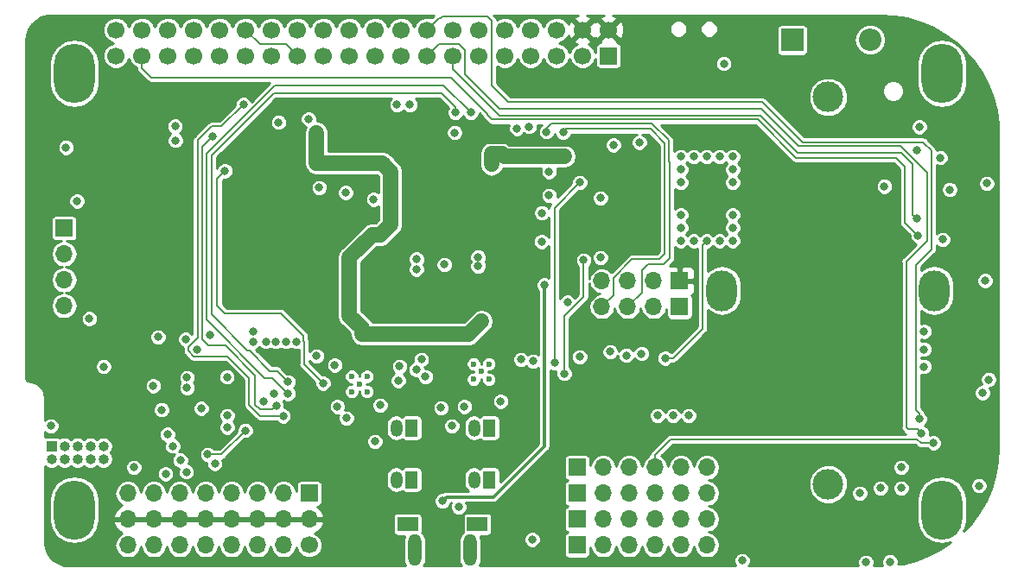
<source format=gbr>
G04 #@! TF.GenerationSoftware,KiCad,Pcbnew,(5.0.0)*
G04 #@! TF.CreationDate,2020-03-19T18:32:55-04:00*
G04 #@! TF.ProjectId,Temple_RPi_HAT,54656D706C655F5250695F4841542E6B,rev?*
G04 #@! TF.SameCoordinates,Original*
G04 #@! TF.FileFunction,Copper,L3,Inr,Signal*
G04 #@! TF.FilePolarity,Positive*
%FSLAX46Y46*%
G04 Gerber Fmt 4.6, Leading zero omitted, Abs format (unit mm)*
G04 Created by KiCad (PCBNEW (5.0.0)) date 03/19/20 18:32:55*
%MOMM*%
%LPD*%
G01*
G04 APERTURE LIST*
G04 #@! TA.AperFunction,ViaPad*
%ADD10O,1.700000X1.700000*%
G04 #@! TD*
G04 #@! TA.AperFunction,ViaPad*
%ADD11R,1.700000X1.700000*%
G04 #@! TD*
G04 #@! TA.AperFunction,ViaPad*
%ADD12C,1.700000*%
G04 #@! TD*
G04 #@! TA.AperFunction,ViaPad*
%ADD13C,0.600000*%
G04 #@! TD*
G04 #@! TA.AperFunction,ViaPad*
%ADD14R,1.200000X1.700000*%
G04 #@! TD*
G04 #@! TA.AperFunction,ViaPad*
%ADD15O,1.200000X1.700000*%
G04 #@! TD*
G04 #@! TA.AperFunction,WasherPad*
%ADD16O,4.000000X5.800000*%
G04 #@! TD*
G04 #@! TA.AperFunction,ViaPad*
%ADD17R,2.200000X2.200000*%
G04 #@! TD*
G04 #@! TA.AperFunction,ViaPad*
%ADD18O,2.200000X2.200000*%
G04 #@! TD*
G04 #@! TA.AperFunction,ViaPad*
%ADD19C,3.000000*%
G04 #@! TD*
G04 #@! TA.AperFunction,ViaPad*
%ADD20O,3.000000X4.000000*%
G04 #@! TD*
G04 #@! TA.AperFunction,ViaPad*
%ADD21O,1.300000X3.150000*%
G04 #@! TD*
G04 #@! TA.AperFunction,ViaPad*
%ADD22R,2.000000X1.400000*%
G04 #@! TD*
G04 #@! TA.AperFunction,ViaPad*
%ADD23R,1.000000X1.000000*%
G04 #@! TD*
G04 #@! TA.AperFunction,ViaPad*
%ADD24O,1.000000X1.000000*%
G04 #@! TD*
G04 #@! TA.AperFunction,ViaPad*
%ADD25C,0.800000*%
G04 #@! TD*
G04 #@! TA.AperFunction,Conductor*
%ADD26C,0.200000*%
G04 #@! TD*
G04 #@! TA.AperFunction,Conductor*
%ADD27C,1.500000*%
G04 #@! TD*
G04 #@! TA.AperFunction,Conductor*
%ADD28C,0.300000*%
G04 #@! TD*
G04 #@! TA.AperFunction,Conductor*
%ADD29C,0.254000*%
G04 #@! TD*
G04 APERTURE END LIST*
D10*
G04 #@! TO.N,SERVO_8*
G04 #@! TO.C,J3*
X80535000Y-172210000D03*
G04 #@! TO.N,SERVO_7*
X83075000Y-172210000D03*
G04 #@! TO.N,SERVO_6*
X85615000Y-172210000D03*
G04 #@! TO.N,SERVO_5*
X88155000Y-172210000D03*
G04 #@! TO.N,SERVO_4*
X90695000Y-172210000D03*
G04 #@! TO.N,SERVO_3*
X93235000Y-172210000D03*
G04 #@! TO.N,SERVO_2*
X95775000Y-172210000D03*
D11*
G04 #@! TO.N,SERVO_1*
X98315000Y-172210000D03*
D10*
G04 #@! TO.N,+5V*
X80535000Y-174750000D03*
X83075000Y-174750000D03*
X85615000Y-174750000D03*
X88155000Y-174750000D03*
X90695000Y-174750000D03*
X93235000Y-174750000D03*
X95775000Y-174750000D03*
X98315000Y-174750000D03*
D12*
G04 #@! TO.N,GND*
X98315000Y-177290000D03*
D10*
X95775000Y-177290000D03*
X93235000Y-177290000D03*
X90695000Y-177290000D03*
X88155000Y-177290000D03*
X85615000Y-177290000D03*
X83075000Y-177290000D03*
X80535000Y-177290000D03*
G04 #@! TD*
D13*
G04 #@! TO.N,GND*
G04 #@! TO.C,U10*
X103229000Y-161490500D03*
X102479000Y-162240500D03*
X102479000Y-160740500D03*
X103979000Y-162240500D03*
X103979000Y-160740500D03*
G04 #@! TD*
D14*
G04 #@! TO.N,MOTOR_OUT_POS1*
G04 #@! TO.C,M1*
X108361000Y-165797000D03*
D15*
G04 #@! TO.N,MOTOR_OUT_NEG1*
X106861000Y-165797000D03*
G04 #@! TD*
D14*
G04 #@! TO.N,MOTOR_OUT_POS2*
G04 #@! TO.C,M2*
X108361000Y-170877000D03*
D15*
G04 #@! TO.N,MOTOR_OUT_NEG2*
X106861000Y-170877000D03*
G04 #@! TD*
D11*
G04 #@! TO.N,+5V*
G04 #@! TO.C,J1*
X134606000Y-151382000D03*
D10*
G04 #@! TO.N,RX*
X132066000Y-151382000D03*
G04 #@! TO.N,TX*
X129526000Y-151382000D03*
G04 #@! TO.N,GND*
X126986000Y-151382000D03*
G04 #@! TD*
D16*
G04 #@! TO.N,*
G04 #@! TO.C,MK1*
X75320000Y-173830000D03*
X75320000Y-131030000D03*
X160320000Y-173830000D03*
X160320000Y-131030000D03*
G04 #@! TD*
D14*
G04 #@! TO.N,MOTOR_OUT_POS3*
G04 #@! TO.C,M3*
X115981000Y-165797000D03*
D15*
G04 #@! TO.N,MOTOR_OUT_NEG3*
X114481000Y-165797000D03*
G04 #@! TD*
D17*
G04 #@! TO.N,Net-(F1-Pad1)*
G04 #@! TO.C,SW1*
X145647000Y-127760000D03*
D18*
G04 #@! TO.N,GND*
X153267000Y-127760000D03*
G04 #@! TD*
D14*
G04 #@! TO.N,MOTOR_OUT_POS4*
G04 #@! TO.C,M4*
X115981000Y-170877000D03*
D15*
G04 #@! TO.N,MOTOR_OUT_NEG4*
X114481000Y-170877000D03*
G04 #@! TD*
D11*
G04 #@! TO.N,+3V3*
G04 #@! TO.C,J2*
X134606000Y-153922000D03*
D10*
G04 #@! TO.N,GND*
X132066000Y-153922000D03*
G04 #@! TO.N,SCL*
X129526000Y-153922000D03*
G04 #@! TO.N,SDA*
X126986000Y-153922000D03*
G04 #@! TD*
D11*
G04 #@! TO.N,MOTOR_OUT_POS1*
G04 #@! TO.C,J4*
X124565000Y-177290000D03*
D10*
G04 #@! TO.N,MOTOR_OUT_NEG1*
X127105000Y-177290000D03*
G04 #@! TO.N,GND*
X129645000Y-177290000D03*
G04 #@! TO.N,ENC_PWR*
X132185000Y-177290000D03*
G04 #@! TO.N,QEP_1A*
X134725000Y-177290000D03*
G04 #@! TO.N,QEP_1B*
X137265000Y-177290000D03*
G04 #@! TD*
D11*
G04 #@! TO.N,MOTOR_OUT_POS2*
G04 #@! TO.C,J5*
X124565000Y-174750000D03*
D10*
G04 #@! TO.N,MOTOR_OUT_NEG2*
X127105000Y-174750000D03*
G04 #@! TO.N,GND*
X129645000Y-174750000D03*
G04 #@! TO.N,ENC_PWR*
X132185000Y-174750000D03*
G04 #@! TO.N,QEP_2A*
X134725000Y-174750000D03*
G04 #@! TO.N,QEP_2B*
X137265000Y-174750000D03*
G04 #@! TD*
D11*
G04 #@! TO.N,MOTOR_OUT_POS3*
G04 #@! TO.C,J6*
X124565000Y-172210000D03*
D10*
G04 #@! TO.N,MOTOR_OUT_NEG3*
X127105000Y-172210000D03*
G04 #@! TO.N,GND*
X129645000Y-172210000D03*
G04 #@! TO.N,ENC_PWR*
X132185000Y-172210000D03*
G04 #@! TO.N,QEP_3A*
X134725000Y-172210000D03*
G04 #@! TO.N,QEP_3B*
X137265000Y-172210000D03*
G04 #@! TD*
D11*
G04 #@! TO.N,MOTOR_OUT_POS4*
G04 #@! TO.C,J7*
X124565000Y-169670000D03*
D10*
G04 #@! TO.N,MOTOR_OUT_NEG4*
X127105000Y-169670000D03*
G04 #@! TO.N,GND*
X129645000Y-169670000D03*
G04 #@! TO.N,ENC_PWR*
X132185000Y-169670000D03*
G04 #@! TO.N,QEP_4A*
X134725000Y-169670000D03*
G04 #@! TO.N,QEP_4B*
X137265000Y-169670000D03*
G04 #@! TD*
D11*
G04 #@! TO.N,+3V3*
G04 #@! TO.C,LCD1*
X74315000Y-146210000D03*
D10*
G04 #@! TO.N,GND*
X74315000Y-148750000D03*
G04 #@! TO.N,SCL*
X74315000Y-151290000D03*
G04 #@! TO.N,SDA*
X74315000Y-153830000D03*
G04 #@! TD*
D12*
G04 #@! TO.N,GND*
G04 #@! TO.C,rpi_Header1*
X104790000Y-126760000D03*
G04 #@! TO.N,N/C*
X107330000Y-126760000D03*
G04 #@! TO.N,QEP_1B*
X109870000Y-126760000D03*
G04 #@! TO.N,GND*
X112410000Y-126760000D03*
G04 #@! TO.N,QEP_2B*
X114950000Y-126760000D03*
G04 #@! TO.N,TX*
X117490000Y-126760000D03*
G04 #@! TO.N,RX*
X120030000Y-126760000D03*
G04 #@! TO.N,GND*
X122570000Y-126760000D03*
G04 #@! TO.N,+5V*
X125110000Y-126760000D03*
X127650000Y-126760000D03*
D11*
G04 #@! TO.N,PI_3.3V*
X127650000Y-129300000D03*
D12*
G04 #@! TO.N,SDA*
X125110000Y-129300000D03*
G04 #@! TO.N,SCL*
X122570000Y-129300000D03*
G04 #@! TO.N,N/C*
X120030000Y-129300000D03*
G04 #@! TO.N,GND*
X117490000Y-129300000D03*
G04 #@! TO.N,QEP_2A*
X114950000Y-129300000D03*
G04 #@! TO.N,QEP_3B*
X112410000Y-129300000D03*
G04 #@! TO.N,QEP_1A*
X109870000Y-129300000D03*
G04 #@! TO.N,PI_3.3V*
X107330000Y-129300000D03*
G04 #@! TO.N,N/C*
X104790000Y-129300000D03*
X102250000Y-129300000D03*
G04 #@! TO.N,Prog_LED0*
X102250000Y-126760000D03*
G04 #@! TO.N,N/C*
X99710000Y-129300000D03*
X99710000Y-126760000D03*
G04 #@! TO.N,GND*
X97170000Y-129300000D03*
G04 #@! TO.N,IR*
X97170000Y-126760000D03*
G04 #@! TO.N,N/C*
X94630000Y-129300000D03*
X94630000Y-126760000D03*
G04 #@! TO.N,QEP_4A*
X92090000Y-129300000D03*
G04 #@! TO.N,GND*
X92090000Y-126760000D03*
G04 #@! TO.N,QEP_4B*
X89550000Y-129300000D03*
G04 #@! TO.N,MOTOR_EN*
X89550000Y-126760000D03*
G04 #@! TO.N,N/C*
X87010000Y-129300000D03*
G04 #@! TO.N,GND*
X87010000Y-126760000D03*
G04 #@! TO.N,N/C*
X84470000Y-129300000D03*
X84470000Y-126760000D03*
G04 #@! TO.N,QEP_3A*
X81930000Y-129300000D03*
G04 #@! TO.N,N/C*
X81930000Y-126760000D03*
G04 #@! TO.N,GND*
X79390000Y-129300000D03*
G04 #@! TO.N,N/C*
X79390000Y-126760000D03*
G04 #@! TD*
D13*
G04 #@! TO.N,GND*
G04 #@! TO.C,U9*
X115167000Y-160272000D03*
X114417000Y-161022000D03*
X114417000Y-159522000D03*
X115917000Y-161022000D03*
X115917000Y-159522000D03*
G04 #@! TD*
D19*
G04 #@! TO.N,Net-(BH1-Pad2)*
G04 #@! TO.C,BH1*
X149165000Y-171315000D03*
G04 #@! TO.N,+BATT*
X149165000Y-133345000D03*
D20*
G04 #@! TO.N,*
X159565000Y-152330000D03*
X138765000Y-152330000D03*
G04 #@! TD*
D21*
G04 #@! TO.N,N/C*
G04 #@! TO.C,J8*
X114101000Y-177802000D03*
D22*
X114801000Y-175252000D03*
X107951000Y-175252000D03*
D21*
X108651000Y-177802000D03*
G04 #@! TD*
D23*
G04 #@! TO.N,+3V3*
G04 #@! TO.C,J9*
X73065000Y-167580000D03*
D24*
G04 #@! TO.N,SERVO_8*
X73065000Y-168850000D03*
G04 #@! TO.N,GND*
X74335000Y-167580000D03*
G04 #@! TO.N,SERVO_7*
X74335000Y-168850000D03*
G04 #@! TO.N,GND*
X75605000Y-167580000D03*
G04 #@! TO.N,N/C*
X75605000Y-168850000D03*
X76875000Y-167580000D03*
X76875000Y-168850000D03*
G04 #@! TO.N,GND*
X78145000Y-167580000D03*
G04 #@! TO.N,ARM_RST*
X78145000Y-168850000D03*
G04 #@! TD*
D25*
G04 #@! TO.N,GND*
X101890000Y-142730000D03*
X90265000Y-160805000D03*
X111565000Y-149780000D03*
X126851000Y-149096000D03*
X121085200Y-147521200D03*
X121110600Y-144701800D03*
X123617580Y-153474960D03*
X134725000Y-141730000D03*
X134725000Y-140460000D03*
X134725000Y-139190000D03*
X135995000Y-139190000D03*
X137265000Y-139190000D03*
X138535000Y-139190000D03*
X139805000Y-139190000D03*
X139805000Y-140460000D03*
X139805000Y-141730000D03*
X114865000Y-149930000D03*
X114865000Y-149030000D03*
X130661000Y-137793000D03*
X112976000Y-173557000D03*
X88370000Y-168400000D03*
X101959000Y-164844000D03*
X105261000Y-163574000D03*
X92815000Y-156330000D03*
X113516000Y-163701000D03*
X117072000Y-163193000D03*
X154676700Y-142098300D03*
X164290600Y-162354800D03*
X163935000Y-171460700D03*
X164900200Y-161046700D03*
X164544600Y-151356600D03*
X164709700Y-141818900D03*
X78171900Y-159773100D03*
X92065000Y-166055000D03*
X83515000Y-156880000D03*
X75565000Y-143555000D03*
X120165000Y-176730000D03*
X140740000Y-178805000D03*
X73003000Y-165606000D03*
X81131000Y-169670000D03*
G04 #@! TO.N,+5V*
X117165000Y-153430000D03*
X117715000Y-152580000D03*
X117115000Y-151530000D03*
X112415000Y-154680000D03*
X104880000Y-151255000D03*
X107674000Y-151255000D03*
X107801000Y-154684000D03*
X104753000Y-154557000D03*
X104753000Y-152906000D03*
X107801000Y-152906000D03*
X104499000Y-145032000D03*
X105896000Y-135761000D03*
X130661000Y-144397000D03*
X126315000Y-158830000D03*
X74565000Y-160330000D03*
G04 #@! TO.N,+3V3*
X89068500Y-169289000D03*
X92815000Y-157330000D03*
X111230000Y-163828000D03*
X156315000Y-171702000D03*
X138938400Y-130071400D03*
X76774900Y-155077700D03*
X124815000Y-158830000D03*
X112565000Y-136830000D03*
X87340000Y-158080000D03*
G04 #@! TO.N,QEP_1A*
X158315000Y-166316810D03*
X93831000Y-163193000D03*
X106912000Y-134110000D03*
G04 #@! TO.N,QEP_1B*
X158115000Y-164930000D03*
X94847000Y-162431000D03*
X108182000Y-134110000D03*
G04 #@! TO.N,SCL*
X86352491Y-161868797D03*
X74488900Y-138288300D03*
X85190000Y-136205000D03*
X121565000Y-136755000D03*
G04 #@! TO.N,SDA*
X86338000Y-160868900D03*
X85215000Y-137605000D03*
X123190000Y-136805000D03*
G04 #@! TO.N,Prog_LED0*
X130890000Y-158505000D03*
X98265000Y-135510001D03*
G04 #@! TO.N,QEP_3A*
X157966000Y-146937000D03*
X88624000Y-156716000D03*
G04 #@! TO.N,QEP_3B*
X157839000Y-145286000D03*
X86211000Y-157097000D03*
G04 #@! TO.N,SERVO_1*
X83860000Y-164018500D03*
G04 #@! TO.N,QEP_2A*
X158565000Y-158080000D03*
X96244000Y-162431000D03*
X114151000Y-134872000D03*
G04 #@! TO.N,QEP_2B*
X158565000Y-156330000D03*
X96244000Y-161288000D03*
X112627000Y-134872000D03*
G04 #@! TO.N,SERVO_5*
X86273000Y-170114500D03*
G04 #@! TO.N,SERVO_4*
X85701500Y-168971500D03*
G04 #@! TO.N,SERVO_3*
X84937999Y-167574500D03*
G04 #@! TO.N,SERVO_2*
X84431500Y-166431500D03*
G04 #@! TO.N,TX*
X118665000Y-136430000D03*
G04 #@! TO.N,RX*
X119865000Y-136245011D03*
G04 #@! TO.N,SERVO_7*
X90275000Y-164590000D03*
G04 #@! TO.N,+BATT*
X126851000Y-143254000D03*
X121821800Y-143000000D03*
X121821800Y-140663200D03*
X135995000Y-147445000D03*
X137265000Y-147445000D03*
X138535000Y-147445000D03*
X139805000Y-147445000D03*
X139805000Y-146175000D03*
X139805000Y-144905000D03*
X134725000Y-147445000D03*
X134725000Y-146175000D03*
X134725000Y-144905000D03*
X120755000Y-139190000D03*
X122025000Y-139190000D03*
X123295000Y-139190000D03*
X116183000Y-138936000D03*
X116183000Y-139952000D03*
X117199000Y-138936000D03*
X108825000Y-149231000D03*
X133190000Y-158955000D03*
G04 #@! TO.N,CHG*
X124819000Y-141730000D03*
X152860600Y-178979100D03*
X122340000Y-159430000D03*
G04 #@! TO.N,PG*
X125200000Y-149350000D03*
X155222800Y-178928300D03*
X123315000Y-160455000D03*
G04 #@! TO.N,+10V*
X105896000Y-139698000D03*
X99038000Y-139825000D03*
X99038000Y-138301000D03*
X99038000Y-136904000D03*
X103483000Y-156589000D03*
X115183000Y-155361049D03*
X127815000Y-158330000D03*
G04 #@! TO.N,Net-(D2-Pad2)*
X152251000Y-172210000D03*
X132439000Y-164590000D03*
G04 #@! TO.N,Net-(D3-Pad2)*
X154283000Y-171702000D03*
X133963000Y-164590000D03*
G04 #@! TO.N,BATTERY_ENABLE*
X108817000Y-150239000D03*
X128121000Y-138047000D03*
X129390000Y-158680000D03*
G04 #@! TO.N,MOTOR2_POS*
X100816000Y-159637000D03*
X107039000Y-161161000D03*
G04 #@! TO.N,MOTOR2_NEG*
X107166000Y-159764000D03*
X99038000Y-158748000D03*
G04 #@! TO.N,MOTOR3_POS*
X94065000Y-157330000D03*
X108815000Y-160080000D03*
G04 #@! TO.N,MOTOR3_NEG*
X95065000Y-157330000D03*
X109315000Y-159080000D03*
G04 #@! TO.N,MOTOR_OUT_POS1*
X101070000Y-163701000D03*
G04 #@! TO.N,MOTOR_OUT_NEG1*
X104753000Y-167130000D03*
G04 #@! TO.N,MOTOR4_POS*
X96065000Y-157330000D03*
X120247000Y-159256000D03*
G04 #@! TO.N,MOTOR4_NEG*
X97065000Y-157330000D03*
X119065000Y-159080000D03*
G04 #@! TO.N,MOTOR_OUT_POS3*
X112290000Y-165605000D03*
G04 #@! TO.N,ENC_PWR*
X160391700Y-147318000D03*
X161076000Y-142415800D03*
X160137700Y-139291600D03*
X159477300Y-167282400D03*
X158575600Y-159776700D03*
G04 #@! TO.N,Net-(D1-Pad1)*
X156315000Y-169670000D03*
X135487000Y-164590000D03*
G04 #@! TO.N,QEP_4B*
X158093000Y-136269000D03*
X95090000Y-163605000D03*
X88815000Y-137230000D03*
G04 #@! TO.N,QEP_4A*
X157839000Y-138555000D03*
X95765000Y-164630000D03*
X91865000Y-134080000D03*
G04 #@! TO.N,Net-(R30-Pad1)*
X99292000Y-142238000D03*
X104626000Y-143381000D03*
G04 #@! TO.N,MOTOR_EN*
X99673000Y-161415000D03*
X109706000Y-160780000D03*
X90065000Y-140580000D03*
G04 #@! TO.N,SERVO_8*
X90275000Y-165733000D03*
X84242500Y-170305000D03*
G04 #@! TO.N,V_CHARGE*
X121356980Y-151785860D03*
X111376000Y-172957000D03*
G04 #@! TO.N,IR*
X95315000Y-135830000D03*
G04 #@! TO.N,ARM_RST*
X87735000Y-163891500D03*
X83036000Y-161669000D03*
G04 #@! TD*
D26*
G04 #@! TO.N,GND*
X89720000Y-168400000D02*
X92065000Y-166055000D01*
X88370000Y-168400000D02*
X89720000Y-168400000D01*
X93479999Y-128149999D02*
X96095001Y-128149999D01*
X92090000Y-126760000D02*
X93479999Y-128149999D01*
X96095001Y-128225001D02*
X97170000Y-129300000D01*
X96095001Y-128149999D02*
X96095001Y-128225001D01*
D27*
G04 #@! TO.N,+5V*
X117389000Y-152906000D02*
X117715000Y-152580000D01*
X104753000Y-152906000D02*
X117389000Y-152906000D01*
D26*
G04 #@! TO.N,QEP_1A*
X157915001Y-165916811D02*
X157006811Y-165916811D01*
X158315000Y-166316810D02*
X157915001Y-165916811D01*
X157006811Y-165916811D02*
X156823000Y-165733000D01*
X156823000Y-165733000D02*
X156823000Y-149477000D01*
X156823000Y-149477000D02*
X158855000Y-147445000D01*
X158855000Y-140783302D02*
X156245698Y-138174000D01*
X158855000Y-147445000D02*
X158855000Y-140783302D01*
X156245698Y-138174000D02*
X146282000Y-138174000D01*
X146282000Y-138174000D02*
X142599000Y-134491000D01*
X110719999Y-128450001D02*
X109870000Y-129300000D01*
X111020001Y-128149999D02*
X110719999Y-128450001D01*
X112962001Y-128149999D02*
X111020001Y-128149999D01*
X113560001Y-128747999D02*
X112962001Y-128149999D01*
X113560001Y-131106001D02*
X113560001Y-128747999D01*
X116945000Y-134491000D02*
X113560001Y-131106001D01*
X142599000Y-134491000D02*
X116945000Y-134491000D01*
G04 #@! TO.N,QEP_1B*
X109870000Y-126760000D02*
X111029000Y-125601000D01*
X111029000Y-125601000D02*
X111230000Y-125601000D01*
X111230000Y-125601000D02*
X111357000Y-125474000D01*
X111357000Y-125474000D02*
X115802000Y-125474000D01*
X115802000Y-125474000D02*
X116183000Y-125855000D01*
X116183000Y-125855000D02*
X116183000Y-132205000D01*
X116183000Y-132205000D02*
X117834000Y-133856000D01*
X117834000Y-133856000D02*
X142726000Y-133856000D01*
X146643990Y-137773990D02*
X158454990Y-137773990D01*
X142726000Y-133856000D02*
X146643990Y-137773990D01*
X159255010Y-138574010D02*
X159255010Y-148314990D01*
X158454990Y-137773990D02*
X159255010Y-138574010D01*
X158115000Y-164364315D02*
X158115000Y-164930000D01*
X157764990Y-164014305D02*
X158115000Y-164364315D01*
X157764990Y-149805010D02*
X157764990Y-164014305D01*
X159255010Y-148314990D02*
X157764990Y-149805010D01*
G04 #@! TO.N,SCL*
X130915999Y-152532001D02*
X130915999Y-150354001D01*
X129526000Y-153922000D02*
X130915999Y-152532001D01*
X130915999Y-150354001D02*
X131515000Y-149755000D01*
X131515000Y-149755000D02*
X133040000Y-149755000D01*
X133040000Y-149755000D02*
X133640000Y-149155000D01*
X133640000Y-139735998D02*
X133540000Y-139635998D01*
X133640000Y-149155000D02*
X133640000Y-139735998D01*
X133540000Y-139635998D02*
X133540000Y-137580000D01*
X133540000Y-137580000D02*
X131905021Y-135945021D01*
X131905021Y-135945021D02*
X122024979Y-135945021D01*
X122024979Y-135945021D02*
X121565000Y-136405000D01*
X121565000Y-136405000D02*
X121565000Y-136755000D01*
G04 #@! TO.N,SDA*
X128136001Y-151069997D02*
X129950998Y-149255000D01*
X126986000Y-153922000D02*
X128136001Y-152771999D01*
X128136001Y-152771999D02*
X128136001Y-151069997D01*
X129950998Y-149255000D02*
X132590000Y-149255000D01*
X132590000Y-149255000D02*
X133140000Y-148705000D01*
X133140000Y-148705000D02*
X133140000Y-137880000D01*
X133140000Y-137880000D02*
X131740000Y-136480000D01*
X131740000Y-136480000D02*
X123465000Y-136480000D01*
X123465000Y-136480000D02*
X123190000Y-136755000D01*
X123190000Y-136755000D02*
X123190000Y-136805000D01*
G04 #@! TO.N,QEP_3A*
X112246000Y-131443000D02*
X82870919Y-131443000D01*
X115802000Y-134999000D02*
X112246000Y-131443000D01*
X115802000Y-135126000D02*
X115802000Y-134999000D01*
X81930000Y-130502081D02*
X81930000Y-129300000D01*
X116221011Y-135545011D02*
X115802000Y-135126000D01*
X157966000Y-146937000D02*
X156696000Y-145667000D01*
X82870919Y-131443000D02*
X81930000Y-130502081D01*
X156696000Y-145667000D02*
X156696000Y-140206000D01*
X156696000Y-140206000D02*
X155807000Y-139317000D01*
X155807000Y-139317000D02*
X146028000Y-139317000D01*
X146028000Y-139317000D02*
X142256011Y-135545011D01*
X142256011Y-135545011D02*
X116221011Y-135545011D01*
G04 #@! TO.N,QEP_3B*
X112410000Y-130591000D02*
X116964001Y-135145001D01*
X112410000Y-129300000D02*
X112410000Y-130591000D01*
X157439001Y-139933001D02*
X157439001Y-144886001D01*
X116964001Y-135145001D02*
X142491001Y-135145001D01*
X142491001Y-135145001D02*
X146155000Y-138809000D01*
X157439001Y-144886001D02*
X157839000Y-145286000D01*
X146155000Y-138809000D02*
X156315000Y-138809000D01*
X156315000Y-138809000D02*
X157439001Y-139933001D01*
G04 #@! TO.N,QEP_2A*
X111484000Y-132205000D02*
X114151000Y-134872000D01*
X94720000Y-160907000D02*
X93958000Y-160907000D01*
X96244000Y-162431000D02*
X94720000Y-160907000D01*
X88243000Y-155192000D02*
X88243000Y-138936000D01*
X93958000Y-160907000D02*
X88243000Y-155192000D01*
X88243000Y-138936000D02*
X94974000Y-132205000D01*
X94974000Y-132205000D02*
X111484000Y-132205000D01*
G04 #@! TO.N,QEP_2B*
X112627000Y-134306315D02*
X112627000Y-134872000D01*
X88751000Y-139063000D02*
X94847000Y-132967000D01*
X96244000Y-161288000D02*
X95165000Y-160209000D01*
X94847000Y-132967000D02*
X111287685Y-132967000D01*
X111287685Y-132967000D02*
X112627000Y-134306315D01*
X88751000Y-154684000D02*
X88751000Y-139063000D01*
X92461000Y-158205000D02*
X94465000Y-160209000D01*
X92272000Y-158205000D02*
X92461000Y-158205000D01*
X95165000Y-160209000D02*
X94465000Y-160209000D01*
X92272000Y-158205000D02*
X88751000Y-154684000D01*
G04 #@! TO.N,+BATT*
X136865001Y-147844999D02*
X136865001Y-156054999D01*
X137265000Y-147445000D02*
X136865001Y-147844999D01*
X136865001Y-156054999D02*
X133965000Y-158955000D01*
X133965000Y-158955000D02*
X133190000Y-158955000D01*
D27*
X117453000Y-139190000D02*
X117199000Y-138936000D01*
X123295000Y-139190000D02*
X117453000Y-139190000D01*
X116183000Y-139952000D02*
X116183000Y-138936000D01*
X117199000Y-138936000D02*
X116183000Y-138936000D01*
D26*
G04 #@! TO.N,CHG*
X122340000Y-144209000D02*
X124819000Y-141730000D01*
X122340000Y-159430000D02*
X122340000Y-144209000D01*
G04 #@! TO.N,PG*
X125200000Y-149915685D02*
X125200000Y-149350000D01*
X125200000Y-152928542D02*
X125200000Y-149915685D01*
X123315000Y-154813542D02*
X125200000Y-152928542D01*
X123315000Y-160455000D02*
X123315000Y-154813542D01*
D27*
G04 #@! TO.N,+10V*
X105457315Y-139825000D02*
X99038000Y-139825000D01*
X106290000Y-140657685D02*
X105457315Y-139825000D01*
X106290000Y-145855000D02*
X106290000Y-140657685D01*
X103483000Y-156023315D02*
X102265000Y-154805315D01*
X103483000Y-156589000D02*
X103483000Y-156023315D01*
X102265000Y-154805315D02*
X102265000Y-149055000D01*
X102265000Y-149055000D02*
X104490000Y-146830000D01*
X104490000Y-146830000D02*
X105315000Y-146830000D01*
X105315000Y-146830000D02*
X106290000Y-145855000D01*
X99038000Y-139825000D02*
X99038000Y-136904000D01*
X113955049Y-156589000D02*
X115183000Y-155361049D01*
X103483000Y-156589000D02*
X113955049Y-156589000D01*
D26*
G04 #@! TO.N,ENC_PWR*
X132185000Y-168467919D02*
X133738819Y-166914100D01*
X132185000Y-169670000D02*
X132185000Y-168467919D01*
X158911615Y-167282400D02*
X159477300Y-167282400D01*
X158244588Y-167282400D02*
X158911615Y-167282400D01*
X157876288Y-166914100D02*
X158244588Y-167282400D01*
X133738819Y-166914100D02*
X157876288Y-166914100D01*
G04 #@! TO.N,QEP_4B*
X94690001Y-164004999D02*
X95090000Y-163605000D01*
X93040000Y-163555000D02*
X93489999Y-164004999D01*
X88815000Y-137230000D02*
X87815000Y-138230000D01*
X87815000Y-138230000D02*
X87815000Y-157105000D01*
X87815000Y-157105000D02*
X88440000Y-157730000D01*
X88440000Y-157730000D02*
X90090000Y-157730000D01*
X90090000Y-157730000D02*
X93040000Y-160680000D01*
X93489999Y-164004999D02*
X94690001Y-164004999D01*
X93040000Y-160680000D02*
X93040000Y-163555000D01*
G04 #@! TO.N,QEP_4A*
X93549302Y-164630000D02*
X95765000Y-164630000D01*
X92440000Y-163520698D02*
X93549302Y-164630000D01*
X92440000Y-160905000D02*
X92440000Y-163520698D01*
X90315001Y-158780001D02*
X92440000Y-160905000D01*
X87014999Y-158780001D02*
X90315001Y-158780001D01*
X86465000Y-158230002D02*
X87014999Y-158780001D01*
X89715000Y-136230000D02*
X88740000Y-136230000D01*
X88740000Y-136230000D02*
X87390000Y-137580000D01*
X91865000Y-134080000D02*
X89715000Y-136230000D01*
X87390000Y-137580000D02*
X87390000Y-156954002D01*
X87390000Y-156954002D02*
X86465000Y-157879002D01*
X86465000Y-157879002D02*
X86465000Y-158230002D01*
G04 #@! TO.N,MOTOR_EN*
X99673000Y-161415000D02*
X97815000Y-159557000D01*
X97765001Y-157280001D02*
X97765001Y-156780001D01*
X97815000Y-159557000D02*
X97815000Y-157330000D01*
X97815000Y-157330000D02*
X97765001Y-157280001D01*
X97765001Y-156780001D02*
X95565000Y-154580000D01*
X95565000Y-154580000D02*
X90065000Y-154580000D01*
X90065000Y-154580000D02*
X89315000Y-153830000D01*
X89315000Y-153830000D02*
X89315000Y-151330000D01*
X89315000Y-151330000D02*
X89315000Y-141330000D01*
X89315000Y-141330000D02*
X90065000Y-140580000D01*
D28*
G04 #@! TO.N,V_CHARGE*
X111775999Y-172557001D02*
X111376000Y-172957000D01*
X116381001Y-172557001D02*
X111775999Y-172557001D01*
X121356980Y-167581022D02*
X116381001Y-172557001D01*
X121356980Y-151785860D02*
X121356980Y-167581022D01*
G04 #@! TD*
D29*
G04 #@! TO.N,+5V*
G36*
X110320374Y-125564336D02*
X110124011Y-125483000D01*
X109615989Y-125483000D01*
X109146638Y-125677412D01*
X108787412Y-126036638D01*
X108600000Y-126489090D01*
X108412588Y-126036638D01*
X108053362Y-125677412D01*
X107584011Y-125483000D01*
X107075989Y-125483000D01*
X106606638Y-125677412D01*
X106247412Y-126036638D01*
X106060000Y-126489090D01*
X105872588Y-126036638D01*
X105513362Y-125677412D01*
X105044011Y-125483000D01*
X104535989Y-125483000D01*
X104066638Y-125677412D01*
X103707412Y-126036638D01*
X103520000Y-126489090D01*
X103332588Y-126036638D01*
X102973362Y-125677412D01*
X102504011Y-125483000D01*
X101995989Y-125483000D01*
X101526638Y-125677412D01*
X101167412Y-126036638D01*
X100980000Y-126489090D01*
X100792588Y-126036638D01*
X100433362Y-125677412D01*
X99964011Y-125483000D01*
X99455989Y-125483000D01*
X98986638Y-125677412D01*
X98627412Y-126036638D01*
X98440000Y-126489090D01*
X98252588Y-126036638D01*
X97893362Y-125677412D01*
X97424011Y-125483000D01*
X96915989Y-125483000D01*
X96446638Y-125677412D01*
X96087412Y-126036638D01*
X95900000Y-126489090D01*
X95712588Y-126036638D01*
X95353362Y-125677412D01*
X94884011Y-125483000D01*
X94375989Y-125483000D01*
X93906638Y-125677412D01*
X93547412Y-126036638D01*
X93360000Y-126489090D01*
X93172588Y-126036638D01*
X92813362Y-125677412D01*
X92344011Y-125483000D01*
X91835989Y-125483000D01*
X91366638Y-125677412D01*
X91007412Y-126036638D01*
X90820000Y-126489090D01*
X90632588Y-126036638D01*
X90273362Y-125677412D01*
X89804011Y-125483000D01*
X89295989Y-125483000D01*
X88826638Y-125677412D01*
X88467412Y-126036638D01*
X88280000Y-126489090D01*
X88092588Y-126036638D01*
X87733362Y-125677412D01*
X87264011Y-125483000D01*
X86755989Y-125483000D01*
X86286638Y-125677412D01*
X85927412Y-126036638D01*
X85740000Y-126489090D01*
X85552588Y-126036638D01*
X85193362Y-125677412D01*
X84724011Y-125483000D01*
X84215989Y-125483000D01*
X83746638Y-125677412D01*
X83387412Y-126036638D01*
X83200000Y-126489090D01*
X83012588Y-126036638D01*
X82653362Y-125677412D01*
X82184011Y-125483000D01*
X81675989Y-125483000D01*
X81206638Y-125677412D01*
X80847412Y-126036638D01*
X80660000Y-126489090D01*
X80472588Y-126036638D01*
X80113362Y-125677412D01*
X79644011Y-125483000D01*
X79135989Y-125483000D01*
X78666638Y-125677412D01*
X78307412Y-126036638D01*
X78113000Y-126505989D01*
X78113000Y-127014011D01*
X78307412Y-127483362D01*
X78666638Y-127842588D01*
X79119090Y-128030000D01*
X78666638Y-128217412D01*
X78307412Y-128576638D01*
X78113000Y-129045989D01*
X78113000Y-129554011D01*
X78307412Y-130023362D01*
X78666638Y-130382588D01*
X79135989Y-130577000D01*
X79644011Y-130577000D01*
X80113362Y-130382588D01*
X80472588Y-130023362D01*
X80660000Y-129570910D01*
X80847412Y-130023362D01*
X81206638Y-130382588D01*
X81400475Y-130462878D01*
X81392677Y-130502081D01*
X81403000Y-130553979D01*
X81403000Y-130553983D01*
X81433577Y-130707705D01*
X81433578Y-130707706D01*
X81514253Y-130828444D01*
X81550055Y-130882026D01*
X81594055Y-130911426D01*
X82461573Y-131778944D01*
X82490974Y-131822945D01*
X82665294Y-131939423D01*
X82819016Y-131970000D01*
X82819020Y-131970000D01*
X82870918Y-131980323D01*
X82922816Y-131970000D01*
X94463710Y-131970000D01*
X92641098Y-133792612D01*
X92566097Y-133611542D01*
X92333458Y-133378903D01*
X92029501Y-133253000D01*
X91700499Y-133253000D01*
X91396542Y-133378903D01*
X91163903Y-133611542D01*
X91038000Y-133915499D01*
X91038000Y-134161709D01*
X89496710Y-135703000D01*
X88791897Y-135703000D01*
X88739999Y-135692677D01*
X88688101Y-135703000D01*
X88688097Y-135703000D01*
X88534375Y-135733577D01*
X88508845Y-135750636D01*
X88404055Y-135820654D01*
X88404052Y-135820657D01*
X88360055Y-135850055D01*
X88330656Y-135894053D01*
X87054055Y-137170655D01*
X87010055Y-137200055D01*
X86980655Y-137244055D01*
X86980654Y-137244056D01*
X86946097Y-137295774D01*
X86893577Y-137374376D01*
X86863000Y-137528098D01*
X86863000Y-137528102D01*
X86852677Y-137580000D01*
X86863000Y-137631898D01*
X86863001Y-156579446D01*
X86679458Y-156395903D01*
X86375501Y-156270000D01*
X86046499Y-156270000D01*
X85742542Y-156395903D01*
X85509903Y-156628542D01*
X85384000Y-156932499D01*
X85384000Y-157261501D01*
X85509903Y-157565458D01*
X85742542Y-157798097D01*
X85928452Y-157875104D01*
X85927677Y-157879002D01*
X85938000Y-157930900D01*
X85938000Y-158178104D01*
X85927677Y-158230002D01*
X85938000Y-158281900D01*
X85938000Y-158281905D01*
X85967061Y-158428000D01*
X85968578Y-158435627D01*
X86055654Y-158565946D01*
X86055658Y-158565950D01*
X86085056Y-158609947D01*
X86129053Y-158639345D01*
X86605655Y-159115948D01*
X86635054Y-159159946D01*
X86679051Y-159189344D01*
X86679054Y-159189347D01*
X86719629Y-159216458D01*
X86809374Y-159276424D01*
X86963096Y-159307001D01*
X86963100Y-159307001D01*
X87014998Y-159317324D01*
X87066896Y-159307001D01*
X90096711Y-159307001D01*
X91913000Y-161123290D01*
X91913001Y-163468795D01*
X91902677Y-163520698D01*
X91913001Y-163572601D01*
X91925286Y-163634360D01*
X91943578Y-163726323D01*
X92030654Y-163856642D01*
X92030658Y-163856646D01*
X92060056Y-163900643D01*
X92104053Y-163930041D01*
X93139958Y-164965947D01*
X93169357Y-165009945D01*
X93213354Y-165039343D01*
X93213357Y-165039346D01*
X93295903Y-165094501D01*
X93343677Y-165126423D01*
X93497399Y-165157000D01*
X93497404Y-165157000D01*
X93549302Y-165167323D01*
X93601200Y-165157000D01*
X95122445Y-165157000D01*
X95296542Y-165331097D01*
X95600499Y-165457000D01*
X95929501Y-165457000D01*
X96233458Y-165331097D01*
X96466097Y-165098458D01*
X96592000Y-164794501D01*
X96592000Y-164465499D01*
X96466097Y-164161542D01*
X96233458Y-163928903D01*
X95929501Y-163803000D01*
X95903124Y-163803000D01*
X95917000Y-163769501D01*
X95917000Y-163536499D01*
X100243000Y-163536499D01*
X100243000Y-163865501D01*
X100368903Y-164169458D01*
X100601542Y-164402097D01*
X100905499Y-164528000D01*
X101194753Y-164528000D01*
X101132000Y-164679499D01*
X101132000Y-165008501D01*
X101257903Y-165312458D01*
X101490542Y-165545097D01*
X101794499Y-165671000D01*
X102123501Y-165671000D01*
X102427458Y-165545097D01*
X102526705Y-165445850D01*
X105834000Y-165445850D01*
X105834000Y-166148149D01*
X105893587Y-166447714D01*
X106120574Y-166787426D01*
X106460285Y-167014413D01*
X106861000Y-167094120D01*
X107261714Y-167014413D01*
X107421577Y-166907597D01*
X107453150Y-166954850D01*
X107594393Y-167049225D01*
X107761000Y-167082365D01*
X108961000Y-167082365D01*
X109127607Y-167049225D01*
X109268850Y-166954850D01*
X109363225Y-166813607D01*
X109396365Y-166647000D01*
X109396365Y-165440499D01*
X111463000Y-165440499D01*
X111463000Y-165769501D01*
X111588903Y-166073458D01*
X111821542Y-166306097D01*
X112125499Y-166432000D01*
X112454501Y-166432000D01*
X112758458Y-166306097D01*
X112991097Y-166073458D01*
X113117000Y-165769501D01*
X113117000Y-165445850D01*
X113454000Y-165445850D01*
X113454000Y-166148149D01*
X113513587Y-166447714D01*
X113740574Y-166787426D01*
X114080285Y-167014413D01*
X114481000Y-167094120D01*
X114881714Y-167014413D01*
X115041577Y-166907597D01*
X115073150Y-166954850D01*
X115214393Y-167049225D01*
X115381000Y-167082365D01*
X116581000Y-167082365D01*
X116747607Y-167049225D01*
X116888850Y-166954850D01*
X116983225Y-166813607D01*
X117016365Y-166647000D01*
X117016365Y-164947000D01*
X116983225Y-164780393D01*
X116888850Y-164639150D01*
X116747607Y-164544775D01*
X116581000Y-164511635D01*
X115381000Y-164511635D01*
X115214393Y-164544775D01*
X115073150Y-164639150D01*
X115041577Y-164686403D01*
X114881715Y-164579587D01*
X114481000Y-164499880D01*
X114080286Y-164579587D01*
X113740575Y-164806574D01*
X113513587Y-165146285D01*
X113454000Y-165445850D01*
X113117000Y-165445850D01*
X113117000Y-165440499D01*
X112991097Y-165136542D01*
X112758458Y-164903903D01*
X112454501Y-164778000D01*
X112125499Y-164778000D01*
X111821542Y-164903903D01*
X111588903Y-165136542D01*
X111463000Y-165440499D01*
X109396365Y-165440499D01*
X109396365Y-164947000D01*
X109363225Y-164780393D01*
X109268850Y-164639150D01*
X109127607Y-164544775D01*
X108961000Y-164511635D01*
X107761000Y-164511635D01*
X107594393Y-164544775D01*
X107453150Y-164639150D01*
X107421577Y-164686403D01*
X107261715Y-164579587D01*
X106861000Y-164499880D01*
X106460286Y-164579587D01*
X106120575Y-164806574D01*
X105893587Y-165146285D01*
X105834000Y-165445850D01*
X102526705Y-165445850D01*
X102660097Y-165312458D01*
X102786000Y-165008501D01*
X102786000Y-164679499D01*
X102660097Y-164375542D01*
X102427458Y-164142903D01*
X102123501Y-164017000D01*
X101834247Y-164017000D01*
X101897000Y-163865501D01*
X101897000Y-163536499D01*
X101844395Y-163409499D01*
X104434000Y-163409499D01*
X104434000Y-163738501D01*
X104559903Y-164042458D01*
X104792542Y-164275097D01*
X105096499Y-164401000D01*
X105425501Y-164401000D01*
X105729458Y-164275097D01*
X105962097Y-164042458D01*
X106088000Y-163738501D01*
X106088000Y-163663499D01*
X110403000Y-163663499D01*
X110403000Y-163992501D01*
X110528903Y-164296458D01*
X110761542Y-164529097D01*
X111065499Y-164655000D01*
X111394501Y-164655000D01*
X111698458Y-164529097D01*
X111931097Y-164296458D01*
X112057000Y-163992501D01*
X112057000Y-163663499D01*
X112004395Y-163536499D01*
X112689000Y-163536499D01*
X112689000Y-163865501D01*
X112814903Y-164169458D01*
X113047542Y-164402097D01*
X113351499Y-164528000D01*
X113680501Y-164528000D01*
X113984458Y-164402097D01*
X114217097Y-164169458D01*
X114343000Y-163865501D01*
X114343000Y-163536499D01*
X114217097Y-163232542D01*
X114013054Y-163028499D01*
X116245000Y-163028499D01*
X116245000Y-163357501D01*
X116370903Y-163661458D01*
X116603542Y-163894097D01*
X116907499Y-164020000D01*
X117236501Y-164020000D01*
X117540458Y-163894097D01*
X117773097Y-163661458D01*
X117899000Y-163357501D01*
X117899000Y-163028499D01*
X117773097Y-162724542D01*
X117540458Y-162491903D01*
X117236501Y-162366000D01*
X116907499Y-162366000D01*
X116603542Y-162491903D01*
X116370903Y-162724542D01*
X116245000Y-163028499D01*
X114013054Y-163028499D01*
X113984458Y-162999903D01*
X113680501Y-162874000D01*
X113351499Y-162874000D01*
X113047542Y-162999903D01*
X112814903Y-163232542D01*
X112689000Y-163536499D01*
X112004395Y-163536499D01*
X111931097Y-163359542D01*
X111698458Y-163126903D01*
X111394501Y-163001000D01*
X111065499Y-163001000D01*
X110761542Y-163126903D01*
X110528903Y-163359542D01*
X110403000Y-163663499D01*
X106088000Y-163663499D01*
X106088000Y-163409499D01*
X105962097Y-163105542D01*
X105729458Y-162872903D01*
X105425501Y-162747000D01*
X105096499Y-162747000D01*
X104792542Y-162872903D01*
X104559903Y-163105542D01*
X104434000Y-163409499D01*
X101844395Y-163409499D01*
X101771097Y-163232542D01*
X101538458Y-162999903D01*
X101234501Y-162874000D01*
X100905499Y-162874000D01*
X100601542Y-162999903D01*
X100368903Y-163232542D01*
X100243000Y-163536499D01*
X95917000Y-163536499D01*
X95917000Y-163440499D01*
X95792096Y-163138954D01*
X96079499Y-163258000D01*
X96408501Y-163258000D01*
X96712458Y-163132097D01*
X96945097Y-162899458D01*
X97071000Y-162595501D01*
X97071000Y-162266499D01*
X96945097Y-161962542D01*
X96842055Y-161859500D01*
X96945097Y-161756458D01*
X97071000Y-161452501D01*
X97071000Y-161123499D01*
X96945097Y-160819542D01*
X96712458Y-160586903D01*
X96408501Y-160461000D01*
X96162290Y-160461000D01*
X95574345Y-159873055D01*
X95544945Y-159829055D01*
X95370625Y-159712577D01*
X95216903Y-159682000D01*
X95216898Y-159682000D01*
X95165000Y-159671677D01*
X95113102Y-159682000D01*
X94683291Y-159682000D01*
X93105924Y-158104634D01*
X93283458Y-158031097D01*
X93440000Y-157874555D01*
X93596542Y-158031097D01*
X93900499Y-158157000D01*
X94229501Y-158157000D01*
X94533458Y-158031097D01*
X94565000Y-157999555D01*
X94596542Y-158031097D01*
X94900499Y-158157000D01*
X95229501Y-158157000D01*
X95533458Y-158031097D01*
X95565000Y-157999555D01*
X95596542Y-158031097D01*
X95900499Y-158157000D01*
X96229501Y-158157000D01*
X96533458Y-158031097D01*
X96565000Y-157999555D01*
X96596542Y-158031097D01*
X96900499Y-158157000D01*
X97229501Y-158157000D01*
X97288001Y-158132769D01*
X97288000Y-159505102D01*
X97277677Y-159557000D01*
X97288000Y-159608898D01*
X97288000Y-159608902D01*
X97318577Y-159762624D01*
X97435055Y-159936945D01*
X97479055Y-159966345D01*
X98846000Y-161333291D01*
X98846000Y-161579501D01*
X98971903Y-161883458D01*
X99204542Y-162116097D01*
X99508499Y-162242000D01*
X99837501Y-162242000D01*
X100141458Y-162116097D01*
X100374097Y-161883458D01*
X100500000Y-161579501D01*
X100500000Y-161250499D01*
X100374097Y-160946542D01*
X100141458Y-160713903D01*
X99856552Y-160595891D01*
X101752000Y-160595891D01*
X101752000Y-160885109D01*
X101862679Y-161152313D01*
X102067187Y-161356821D01*
X102334391Y-161467500D01*
X102502000Y-161467500D01*
X102502000Y-161513500D01*
X102334391Y-161513500D01*
X102067187Y-161624179D01*
X101862679Y-161828687D01*
X101752000Y-162095891D01*
X101752000Y-162385109D01*
X101862679Y-162652313D01*
X102067187Y-162856821D01*
X102334391Y-162967500D01*
X102623609Y-162967500D01*
X102890813Y-162856821D01*
X103095321Y-162652313D01*
X103206000Y-162385109D01*
X103206000Y-162217500D01*
X103252000Y-162217500D01*
X103252000Y-162385109D01*
X103362679Y-162652313D01*
X103567187Y-162856821D01*
X103834391Y-162967500D01*
X104123609Y-162967500D01*
X104390813Y-162856821D01*
X104595321Y-162652313D01*
X104706000Y-162385109D01*
X104706000Y-162095891D01*
X104595321Y-161828687D01*
X104390813Y-161624179D01*
X104123609Y-161513500D01*
X103956000Y-161513500D01*
X103956000Y-161467500D01*
X104123609Y-161467500D01*
X104390813Y-161356821D01*
X104595321Y-161152313D01*
X104659860Y-160996499D01*
X106212000Y-160996499D01*
X106212000Y-161325501D01*
X106337903Y-161629458D01*
X106570542Y-161862097D01*
X106874499Y-161988000D01*
X107203501Y-161988000D01*
X107507458Y-161862097D01*
X107740097Y-161629458D01*
X107866000Y-161325501D01*
X107866000Y-160996499D01*
X107740097Y-160692542D01*
X107548328Y-160500773D01*
X107634458Y-160465097D01*
X107867097Y-160232458D01*
X107988000Y-159940572D01*
X107988000Y-160244501D01*
X108113903Y-160548458D01*
X108346542Y-160781097D01*
X108650499Y-160907000D01*
X108879000Y-160907000D01*
X108879000Y-160944501D01*
X109004903Y-161248458D01*
X109237542Y-161481097D01*
X109541499Y-161607000D01*
X109870501Y-161607000D01*
X110174458Y-161481097D01*
X110407097Y-161248458D01*
X110533000Y-160944501D01*
X110533000Y-160615499D01*
X110407097Y-160311542D01*
X110174458Y-160078903D01*
X109870501Y-159953000D01*
X109642000Y-159953000D01*
X109642000Y-159915499D01*
X109615198Y-159850793D01*
X109783458Y-159781097D01*
X110016097Y-159548458D01*
X110086955Y-159377391D01*
X113690000Y-159377391D01*
X113690000Y-159666609D01*
X113800679Y-159933813D01*
X114005187Y-160138321D01*
X114272391Y-160249000D01*
X114440000Y-160249000D01*
X114440000Y-160295000D01*
X114272391Y-160295000D01*
X114005187Y-160405679D01*
X113800679Y-160610187D01*
X113690000Y-160877391D01*
X113690000Y-161166609D01*
X113800679Y-161433813D01*
X114005187Y-161638321D01*
X114272391Y-161749000D01*
X114561609Y-161749000D01*
X114828813Y-161638321D01*
X115033321Y-161433813D01*
X115144000Y-161166609D01*
X115144000Y-160999000D01*
X115190000Y-160999000D01*
X115190000Y-161166609D01*
X115300679Y-161433813D01*
X115505187Y-161638321D01*
X115772391Y-161749000D01*
X116061609Y-161749000D01*
X116328813Y-161638321D01*
X116533321Y-161433813D01*
X116644000Y-161166609D01*
X116644000Y-160877391D01*
X116533321Y-160610187D01*
X116328813Y-160405679D01*
X116061609Y-160295000D01*
X115894000Y-160295000D01*
X115894000Y-160249000D01*
X116061609Y-160249000D01*
X116328813Y-160138321D01*
X116533321Y-159933813D01*
X116644000Y-159666609D01*
X116644000Y-159377391D01*
X116533321Y-159110187D01*
X116328813Y-158905679D01*
X116061609Y-158795000D01*
X115772391Y-158795000D01*
X115505187Y-158905679D01*
X115300679Y-159110187D01*
X115190000Y-159377391D01*
X115190000Y-159545000D01*
X115144000Y-159545000D01*
X115144000Y-159377391D01*
X115033321Y-159110187D01*
X114828813Y-158905679D01*
X114561609Y-158795000D01*
X114272391Y-158795000D01*
X114005187Y-158905679D01*
X113800679Y-159110187D01*
X113690000Y-159377391D01*
X110086955Y-159377391D01*
X110142000Y-159244501D01*
X110142000Y-158915499D01*
X110016097Y-158611542D01*
X109783458Y-158378903D01*
X109479501Y-158253000D01*
X109150499Y-158253000D01*
X108846542Y-158378903D01*
X108613903Y-158611542D01*
X108488000Y-158915499D01*
X108488000Y-159244501D01*
X108514802Y-159309207D01*
X108346542Y-159378903D01*
X108113903Y-159611542D01*
X107993000Y-159903428D01*
X107993000Y-159599499D01*
X107867097Y-159295542D01*
X107634458Y-159062903D01*
X107330501Y-158937000D01*
X107001499Y-158937000D01*
X106697542Y-159062903D01*
X106464903Y-159295542D01*
X106339000Y-159599499D01*
X106339000Y-159928501D01*
X106464903Y-160232458D01*
X106656672Y-160424227D01*
X106570542Y-160459903D01*
X106337903Y-160692542D01*
X106212000Y-160996499D01*
X104659860Y-160996499D01*
X104706000Y-160885109D01*
X104706000Y-160595891D01*
X104595321Y-160328687D01*
X104390813Y-160124179D01*
X104123609Y-160013500D01*
X103834391Y-160013500D01*
X103567187Y-160124179D01*
X103362679Y-160328687D01*
X103252000Y-160595891D01*
X103252000Y-160763500D01*
X103206000Y-160763500D01*
X103206000Y-160595891D01*
X103095321Y-160328687D01*
X102890813Y-160124179D01*
X102623609Y-160013500D01*
X102334391Y-160013500D01*
X102067187Y-160124179D01*
X101862679Y-160328687D01*
X101752000Y-160595891D01*
X99856552Y-160595891D01*
X99837501Y-160588000D01*
X99591291Y-160588000D01*
X98342000Y-159338710D01*
X98342000Y-159221555D01*
X98569542Y-159449097D01*
X98873499Y-159575000D01*
X99202501Y-159575000D01*
X99449960Y-159472499D01*
X99989000Y-159472499D01*
X99989000Y-159801501D01*
X100114903Y-160105458D01*
X100347542Y-160338097D01*
X100651499Y-160464000D01*
X100980501Y-160464000D01*
X101284458Y-160338097D01*
X101517097Y-160105458D01*
X101643000Y-159801501D01*
X101643000Y-159472499D01*
X101517097Y-159168542D01*
X101284458Y-158935903D01*
X100980501Y-158810000D01*
X100651499Y-158810000D01*
X100347542Y-158935903D01*
X100114903Y-159168542D01*
X99989000Y-159472499D01*
X99449960Y-159472499D01*
X99506458Y-159449097D01*
X99739097Y-159216458D01*
X99865000Y-158912501D01*
X99865000Y-158583499D01*
X99739097Y-158279542D01*
X99506458Y-158046903D01*
X99202501Y-157921000D01*
X98873499Y-157921000D01*
X98569542Y-158046903D01*
X98342000Y-158274445D01*
X98342000Y-157381897D01*
X98352323Y-157329999D01*
X98342000Y-157278102D01*
X98342000Y-157278097D01*
X98311423Y-157124375D01*
X98292001Y-157095308D01*
X98292001Y-156831898D01*
X98302324Y-156780000D01*
X98292001Y-156728102D01*
X98292001Y-156728098D01*
X98261424Y-156574376D01*
X98200072Y-156482557D01*
X98174347Y-156444056D01*
X98174344Y-156444053D01*
X98144946Y-156400056D01*
X98100949Y-156370658D01*
X95974345Y-154244055D01*
X95944945Y-154200055D01*
X95770625Y-154083577D01*
X95616903Y-154053000D01*
X95616898Y-154053000D01*
X95565000Y-154042677D01*
X95513102Y-154053000D01*
X90283291Y-154053000D01*
X89842000Y-153611710D01*
X89842000Y-142073499D01*
X98465000Y-142073499D01*
X98465000Y-142402501D01*
X98590903Y-142706458D01*
X98823542Y-142939097D01*
X99127499Y-143065000D01*
X99456501Y-143065000D01*
X99760458Y-142939097D01*
X99993097Y-142706458D01*
X100051484Y-142565499D01*
X101063000Y-142565499D01*
X101063000Y-142894501D01*
X101188903Y-143198458D01*
X101421542Y-143431097D01*
X101725499Y-143557000D01*
X102054501Y-143557000D01*
X102358458Y-143431097D01*
X102591097Y-143198458D01*
X102717000Y-142894501D01*
X102717000Y-142565499D01*
X102591097Y-142261542D01*
X102358458Y-142028903D01*
X102054501Y-141903000D01*
X101725499Y-141903000D01*
X101421542Y-142028903D01*
X101188903Y-142261542D01*
X101063000Y-142565499D01*
X100051484Y-142565499D01*
X100119000Y-142402501D01*
X100119000Y-142073499D01*
X99993097Y-141769542D01*
X99760458Y-141536903D01*
X99456501Y-141411000D01*
X99127499Y-141411000D01*
X98823542Y-141536903D01*
X98590903Y-141769542D01*
X98465000Y-142073499D01*
X89842000Y-142073499D01*
X89842000Y-141548290D01*
X89983290Y-141407000D01*
X90229501Y-141407000D01*
X90533458Y-141281097D01*
X90766097Y-141048458D01*
X90892000Y-140744501D01*
X90892000Y-140415499D01*
X90766097Y-140111542D01*
X90533458Y-139878903D01*
X90229501Y-139753000D01*
X89900499Y-139753000D01*
X89596542Y-139878903D01*
X89363903Y-140111542D01*
X89278000Y-140318930D01*
X89278000Y-139281290D01*
X92893791Y-135665499D01*
X94488000Y-135665499D01*
X94488000Y-135994501D01*
X94613903Y-136298458D01*
X94846542Y-136531097D01*
X95150499Y-136657000D01*
X95479501Y-136657000D01*
X95783458Y-136531097D01*
X96016097Y-136298458D01*
X96142000Y-135994501D01*
X96142000Y-135665499D01*
X96016097Y-135361542D01*
X96000055Y-135345500D01*
X97438000Y-135345500D01*
X97438000Y-135674502D01*
X97563903Y-135978459D01*
X97796542Y-136211098D01*
X98022798Y-136304816D01*
X97929292Y-136444758D01*
X97861001Y-136788080D01*
X97861000Y-139709079D01*
X97837942Y-139825000D01*
X97929291Y-140284242D01*
X98125358Y-140577677D01*
X98189431Y-140673569D01*
X98578758Y-140933709D01*
X99038000Y-141025058D01*
X99153920Y-141002000D01*
X104969786Y-141002000D01*
X105113001Y-141145215D01*
X105113001Y-142698446D01*
X105094458Y-142679903D01*
X104790501Y-142554000D01*
X104461499Y-142554000D01*
X104157542Y-142679903D01*
X103924903Y-142912542D01*
X103799000Y-143216499D01*
X103799000Y-143545501D01*
X103924903Y-143849458D01*
X104157542Y-144082097D01*
X104461499Y-144208000D01*
X104790501Y-144208000D01*
X105094458Y-144082097D01*
X105113000Y-144063555D01*
X105113000Y-145367471D01*
X104827471Y-145653000D01*
X104605915Y-145653000D01*
X104489999Y-145629943D01*
X104374084Y-145653000D01*
X104374080Y-145653000D01*
X104030758Y-145721291D01*
X103641431Y-145981431D01*
X103575767Y-146079704D01*
X101514705Y-148140767D01*
X101416432Y-148206431D01*
X101350768Y-148304704D01*
X101156292Y-148595758D01*
X101064943Y-149055000D01*
X101088001Y-149170920D01*
X101088000Y-154689400D01*
X101064943Y-154805315D01*
X101088000Y-154921230D01*
X101088000Y-154921234D01*
X101156291Y-155264556D01*
X101416431Y-155653884D01*
X101514706Y-155719550D01*
X102299735Y-156504578D01*
X102282942Y-156589000D01*
X102374291Y-157048242D01*
X102549610Y-157310625D01*
X102634431Y-157437569D01*
X103023758Y-157697709D01*
X103483000Y-157789058D01*
X103598920Y-157766000D01*
X113839134Y-157766000D01*
X113955049Y-157789057D01*
X114070964Y-157766000D01*
X114070969Y-157766000D01*
X114414291Y-157697709D01*
X114803618Y-157437569D01*
X114869284Y-157339294D01*
X116097232Y-156111346D01*
X116291708Y-155820292D01*
X116383057Y-155361049D01*
X116291708Y-154901807D01*
X116031569Y-154512480D01*
X115642242Y-154252341D01*
X115183000Y-154160992D01*
X114723757Y-154252341D01*
X114432703Y-154446817D01*
X113467521Y-155412000D01*
X104490097Y-155412000D01*
X104397232Y-155273018D01*
X104331569Y-155174746D01*
X104233296Y-155109082D01*
X103442000Y-154317787D01*
X103442000Y-150074499D01*
X107990000Y-150074499D01*
X107990000Y-150403501D01*
X108115903Y-150707458D01*
X108348542Y-150940097D01*
X108652499Y-151066000D01*
X108981501Y-151066000D01*
X109285458Y-150940097D01*
X109518097Y-150707458D01*
X109644000Y-150403501D01*
X109644000Y-150074499D01*
X109518097Y-149770542D01*
X109486555Y-149739000D01*
X109526097Y-149699458D01*
X109560873Y-149615499D01*
X110738000Y-149615499D01*
X110738000Y-149944501D01*
X110863903Y-150248458D01*
X111096542Y-150481097D01*
X111400499Y-150607000D01*
X111729501Y-150607000D01*
X112033458Y-150481097D01*
X112266097Y-150248458D01*
X112392000Y-149944501D01*
X112392000Y-149615499D01*
X112266097Y-149311542D01*
X112033458Y-149078903D01*
X111729501Y-148953000D01*
X111400499Y-148953000D01*
X111096542Y-149078903D01*
X110863903Y-149311542D01*
X110738000Y-149615499D01*
X109560873Y-149615499D01*
X109652000Y-149395501D01*
X109652000Y-149066499D01*
X109568744Y-148865499D01*
X114038000Y-148865499D01*
X114038000Y-149194501D01*
X114156257Y-149480000D01*
X114038000Y-149765499D01*
X114038000Y-150094501D01*
X114163903Y-150398458D01*
X114396542Y-150631097D01*
X114700499Y-150757000D01*
X115029501Y-150757000D01*
X115333458Y-150631097D01*
X115566097Y-150398458D01*
X115692000Y-150094501D01*
X115692000Y-149765499D01*
X115573743Y-149480000D01*
X115692000Y-149194501D01*
X115692000Y-148865499D01*
X115566097Y-148561542D01*
X115333458Y-148328903D01*
X115029501Y-148203000D01*
X114700499Y-148203000D01*
X114396542Y-148328903D01*
X114163903Y-148561542D01*
X114038000Y-148865499D01*
X109568744Y-148865499D01*
X109526097Y-148762542D01*
X109293458Y-148529903D01*
X108989501Y-148404000D01*
X108660499Y-148404000D01*
X108356542Y-148529903D01*
X108123903Y-148762542D01*
X107998000Y-149066499D01*
X107998000Y-149395501D01*
X108123903Y-149699458D01*
X108155445Y-149731000D01*
X108115903Y-149770542D01*
X107990000Y-150074499D01*
X103442000Y-150074499D01*
X103442000Y-149542528D01*
X104977529Y-148007000D01*
X105199085Y-148007000D01*
X105315000Y-148030057D01*
X105430915Y-148007000D01*
X105430920Y-148007000D01*
X105774242Y-147938709D01*
X106163569Y-147678569D01*
X106229234Y-147580294D01*
X107040299Y-146769231D01*
X107138569Y-146703569D01*
X107398709Y-146314242D01*
X107467000Y-145970920D01*
X107467000Y-145970916D01*
X107490057Y-145855001D01*
X107467000Y-145739085D01*
X107467000Y-140773600D01*
X107490057Y-140657684D01*
X107467000Y-140541769D01*
X107467000Y-140541765D01*
X107398709Y-140198443D01*
X107295987Y-140044709D01*
X107204232Y-139907387D01*
X107204231Y-139907386D01*
X107138569Y-139809116D01*
X107040298Y-139743454D01*
X106647097Y-139350253D01*
X106597097Y-139229542D01*
X106364458Y-138996903D01*
X106290960Y-138966459D01*
X106245375Y-138936000D01*
X114982942Y-138936000D01*
X115006000Y-139051920D01*
X115006000Y-140067919D01*
X115074291Y-140411241D01*
X115334431Y-140800569D01*
X115723758Y-141060709D01*
X116183000Y-141152058D01*
X116642241Y-141060709D01*
X117031569Y-140800569D01*
X117291709Y-140411242D01*
X117301901Y-140360002D01*
X117337080Y-140367000D01*
X117337084Y-140367000D01*
X117452999Y-140390057D01*
X117568915Y-140367000D01*
X121049351Y-140367000D01*
X120994800Y-140498699D01*
X120994800Y-140827701D01*
X121120703Y-141131658D01*
X121353342Y-141364297D01*
X121657299Y-141490200D01*
X121986301Y-141490200D01*
X122290258Y-141364297D01*
X122522897Y-141131658D01*
X122648800Y-140827701D01*
X122648800Y-140498699D01*
X122594249Y-140367000D01*
X123410920Y-140367000D01*
X123754242Y-140298709D01*
X124143569Y-140038569D01*
X124403709Y-139649242D01*
X124495058Y-139190000D01*
X124403709Y-138730758D01*
X124143569Y-138341431D01*
X123754242Y-138081291D01*
X123410920Y-138013000D01*
X117936175Y-138013000D01*
X117740867Y-137882499D01*
X127294000Y-137882499D01*
X127294000Y-138211501D01*
X127419903Y-138515458D01*
X127652542Y-138748097D01*
X127956499Y-138874000D01*
X128285501Y-138874000D01*
X128589458Y-138748097D01*
X128822097Y-138515458D01*
X128948000Y-138211501D01*
X128948000Y-137882499D01*
X128822097Y-137578542D01*
X128589458Y-137345903D01*
X128285501Y-137220000D01*
X127956499Y-137220000D01*
X127652542Y-137345903D01*
X127419903Y-137578542D01*
X127294000Y-137882499D01*
X117740867Y-137882499D01*
X117658242Y-137827291D01*
X117314920Y-137759000D01*
X117314915Y-137759000D01*
X117199000Y-137735943D01*
X117083085Y-137759000D01*
X116298920Y-137759000D01*
X116183000Y-137735942D01*
X116067080Y-137759000D01*
X115723758Y-137827291D01*
X115334431Y-138087431D01*
X115074291Y-138476758D01*
X114982942Y-138936000D01*
X106245375Y-138936000D01*
X105916557Y-138716291D01*
X105573235Y-138648000D01*
X105573230Y-138648000D01*
X105457315Y-138624943D01*
X105341400Y-138648000D01*
X100215000Y-138648000D01*
X100215000Y-136788080D01*
X100190618Y-136665499D01*
X111738000Y-136665499D01*
X111738000Y-136994501D01*
X111863903Y-137298458D01*
X112096542Y-137531097D01*
X112400499Y-137657000D01*
X112729501Y-137657000D01*
X113033458Y-137531097D01*
X113266097Y-137298458D01*
X113392000Y-136994501D01*
X113392000Y-136665499D01*
X113266097Y-136361542D01*
X113033458Y-136128903D01*
X112729501Y-136003000D01*
X112400499Y-136003000D01*
X112096542Y-136128903D01*
X111863903Y-136361542D01*
X111738000Y-136665499D01*
X100190618Y-136665499D01*
X100146709Y-136444758D01*
X99886569Y-136055431D01*
X99497242Y-135795291D01*
X99076623Y-135711625D01*
X99092000Y-135674502D01*
X99092000Y-135345500D01*
X98966097Y-135041543D01*
X98733458Y-134808904D01*
X98429501Y-134683001D01*
X98100499Y-134683001D01*
X97796542Y-134808904D01*
X97563903Y-135041543D01*
X97438000Y-135345500D01*
X96000055Y-135345500D01*
X95783458Y-135128903D01*
X95479501Y-135003000D01*
X95150499Y-135003000D01*
X94846542Y-135128903D01*
X94613903Y-135361542D01*
X94488000Y-135665499D01*
X92893791Y-135665499D01*
X95065291Y-133494000D01*
X106358445Y-133494000D01*
X106210903Y-133641542D01*
X106085000Y-133945499D01*
X106085000Y-134274501D01*
X106210903Y-134578458D01*
X106443542Y-134811097D01*
X106747499Y-134937000D01*
X107076501Y-134937000D01*
X107380458Y-134811097D01*
X107547000Y-134644555D01*
X107713542Y-134811097D01*
X108017499Y-134937000D01*
X108346501Y-134937000D01*
X108650458Y-134811097D01*
X108883097Y-134578458D01*
X109009000Y-134274501D01*
X109009000Y-133945499D01*
X108883097Y-133641542D01*
X108735555Y-133494000D01*
X111069395Y-133494000D01*
X111952420Y-134377025D01*
X111925903Y-134403542D01*
X111800000Y-134707499D01*
X111800000Y-135036501D01*
X111925903Y-135340458D01*
X112158542Y-135573097D01*
X112462499Y-135699000D01*
X112791501Y-135699000D01*
X113095458Y-135573097D01*
X113328097Y-135340458D01*
X113389000Y-135193425D01*
X113449903Y-135340458D01*
X113682542Y-135573097D01*
X113986499Y-135699000D01*
X114315501Y-135699000D01*
X114619458Y-135573097D01*
X114852097Y-135340458D01*
X114978000Y-135036501D01*
X114978000Y-134920290D01*
X115284780Y-135227070D01*
X115305577Y-135331624D01*
X115336565Y-135378000D01*
X115387960Y-135454918D01*
X115422055Y-135505945D01*
X115466055Y-135535345D01*
X115811667Y-135880958D01*
X115841066Y-135924956D01*
X115885063Y-135954354D01*
X115885066Y-135954357D01*
X115928799Y-135983578D01*
X116015386Y-136041434D01*
X116169108Y-136072011D01*
X116169112Y-136072011D01*
X116221010Y-136082334D01*
X116272908Y-136072011D01*
X117918145Y-136072011D01*
X117838000Y-136265499D01*
X117838000Y-136594501D01*
X117963903Y-136898458D01*
X118196542Y-137131097D01*
X118500499Y-137257000D01*
X118829501Y-137257000D01*
X119133458Y-137131097D01*
X119357495Y-136907061D01*
X119396542Y-136946108D01*
X119700499Y-137072011D01*
X120029501Y-137072011D01*
X120333458Y-136946108D01*
X120566097Y-136713469D01*
X120692000Y-136409512D01*
X120692000Y-136080510D01*
X120688480Y-136072011D01*
X121078434Y-136072011D01*
X120863903Y-136286542D01*
X120738000Y-136590499D01*
X120738000Y-136919501D01*
X120863903Y-137223458D01*
X121096542Y-137456097D01*
X121400499Y-137582000D01*
X121729501Y-137582000D01*
X122033458Y-137456097D01*
X122266097Y-137223458D01*
X122367145Y-136979507D01*
X122488903Y-137273458D01*
X122721542Y-137506097D01*
X123025499Y-137632000D01*
X123354501Y-137632000D01*
X123658458Y-137506097D01*
X123891097Y-137273458D01*
X124001467Y-137007000D01*
X130397516Y-137007000D01*
X130192542Y-137091903D01*
X129959903Y-137324542D01*
X129834000Y-137628499D01*
X129834000Y-137957501D01*
X129959903Y-138261458D01*
X130192542Y-138494097D01*
X130496499Y-138620000D01*
X130825501Y-138620000D01*
X131129458Y-138494097D01*
X131362097Y-138261458D01*
X131488000Y-137957501D01*
X131488000Y-137628499D01*
X131362097Y-137324542D01*
X131129458Y-137091903D01*
X130924484Y-137007000D01*
X131521710Y-137007000D01*
X132613001Y-138098292D01*
X132613000Y-148486710D01*
X132371710Y-148728000D01*
X130002895Y-148728000D01*
X129950997Y-148717677D01*
X129899099Y-148728000D01*
X129899095Y-148728000D01*
X129745373Y-148758577D01*
X129571053Y-148875055D01*
X129541653Y-148919055D01*
X127943799Y-150516909D01*
X127906665Y-150461335D01*
X127484260Y-150179093D01*
X127111769Y-150105000D01*
X126860231Y-150105000D01*
X126487740Y-150179093D01*
X126065335Y-150461335D01*
X125783093Y-150883740D01*
X125727000Y-151165739D01*
X125727000Y-149992555D01*
X125901097Y-149818458D01*
X126027000Y-149514501D01*
X126027000Y-149267744D01*
X126149903Y-149564458D01*
X126382542Y-149797097D01*
X126686499Y-149923000D01*
X127015501Y-149923000D01*
X127319458Y-149797097D01*
X127552097Y-149564458D01*
X127678000Y-149260501D01*
X127678000Y-148931499D01*
X127552097Y-148627542D01*
X127319458Y-148394903D01*
X127015501Y-148269000D01*
X126686499Y-148269000D01*
X126382542Y-148394903D01*
X126149903Y-148627542D01*
X126024000Y-148931499D01*
X126024000Y-149178256D01*
X125901097Y-148881542D01*
X125668458Y-148648903D01*
X125364501Y-148523000D01*
X125035499Y-148523000D01*
X124731542Y-148648903D01*
X124498903Y-148881542D01*
X124373000Y-149185499D01*
X124373000Y-149514501D01*
X124498903Y-149818458D01*
X124673001Y-149992556D01*
X124673000Y-152710251D01*
X124335686Y-153047565D01*
X124318677Y-153006502D01*
X124086038Y-152773863D01*
X123782081Y-152647960D01*
X123453079Y-152647960D01*
X123149122Y-152773863D01*
X122916483Y-153006502D01*
X122867000Y-153125965D01*
X122867000Y-144427290D01*
X124204791Y-143089499D01*
X126024000Y-143089499D01*
X126024000Y-143418501D01*
X126149903Y-143722458D01*
X126382542Y-143955097D01*
X126686499Y-144081000D01*
X127015501Y-144081000D01*
X127319458Y-143955097D01*
X127552097Y-143722458D01*
X127678000Y-143418501D01*
X127678000Y-143089499D01*
X127552097Y-142785542D01*
X127319458Y-142552903D01*
X127015501Y-142427000D01*
X126686499Y-142427000D01*
X126382542Y-142552903D01*
X126149903Y-142785542D01*
X126024000Y-143089499D01*
X124204791Y-143089499D01*
X124737290Y-142557000D01*
X124983501Y-142557000D01*
X125287458Y-142431097D01*
X125520097Y-142198458D01*
X125646000Y-141894501D01*
X125646000Y-141565499D01*
X125520097Y-141261542D01*
X125287458Y-141028903D01*
X124983501Y-140903000D01*
X124654499Y-140903000D01*
X124350542Y-141028903D01*
X124117903Y-141261542D01*
X123992000Y-141565499D01*
X123992000Y-141811710D01*
X122648800Y-143154910D01*
X122648800Y-142835499D01*
X122522897Y-142531542D01*
X122290258Y-142298903D01*
X121986301Y-142173000D01*
X121657299Y-142173000D01*
X121353342Y-142298903D01*
X121120703Y-142531542D01*
X120994800Y-142835499D01*
X120994800Y-143164501D01*
X121120703Y-143468458D01*
X121353342Y-143701097D01*
X121657299Y-143827000D01*
X121963131Y-143827000D01*
X121960056Y-143829055D01*
X121930658Y-143873052D01*
X121930654Y-143873056D01*
X121843578Y-144003375D01*
X121802677Y-144209000D01*
X121806481Y-144228126D01*
X121579058Y-144000703D01*
X121275101Y-143874800D01*
X120946099Y-143874800D01*
X120642142Y-144000703D01*
X120409503Y-144233342D01*
X120283600Y-144537299D01*
X120283600Y-144866301D01*
X120409503Y-145170258D01*
X120642142Y-145402897D01*
X120946099Y-145528800D01*
X121275101Y-145528800D01*
X121579058Y-145402897D01*
X121811697Y-145170258D01*
X121813001Y-145167110D01*
X121813001Y-147117211D01*
X121786297Y-147052742D01*
X121553658Y-146820103D01*
X121249701Y-146694200D01*
X120920699Y-146694200D01*
X120616742Y-146820103D01*
X120384103Y-147052742D01*
X120258200Y-147356699D01*
X120258200Y-147685701D01*
X120384103Y-147989658D01*
X120616742Y-148222297D01*
X120920699Y-148348200D01*
X121249701Y-148348200D01*
X121553658Y-148222297D01*
X121786297Y-147989658D01*
X121813001Y-147925189D01*
X121813001Y-151079611D01*
X121521481Y-150958860D01*
X121192479Y-150958860D01*
X120888522Y-151084763D01*
X120655883Y-151317402D01*
X120529980Y-151621359D01*
X120529980Y-151950361D01*
X120655883Y-152254318D01*
X120779980Y-152378415D01*
X120779980Y-158619425D01*
X120715458Y-158554903D01*
X120411501Y-158429000D01*
X120082499Y-158429000D01*
X119778542Y-158554903D01*
X119744000Y-158589445D01*
X119533458Y-158378903D01*
X119229501Y-158253000D01*
X118900499Y-158253000D01*
X118596542Y-158378903D01*
X118363903Y-158611542D01*
X118238000Y-158915499D01*
X118238000Y-159244501D01*
X118363903Y-159548458D01*
X118596542Y-159781097D01*
X118900499Y-159907000D01*
X119229501Y-159907000D01*
X119533458Y-159781097D01*
X119568000Y-159746555D01*
X119778542Y-159957097D01*
X120082499Y-160083000D01*
X120411501Y-160083000D01*
X120715458Y-159957097D01*
X120779981Y-159892574D01*
X120779981Y-167342020D01*
X117016365Y-171105637D01*
X117016365Y-170027000D01*
X116983225Y-169860393D01*
X116888850Y-169719150D01*
X116747607Y-169624775D01*
X116581000Y-169591635D01*
X115381000Y-169591635D01*
X115214393Y-169624775D01*
X115073150Y-169719150D01*
X115041577Y-169766403D01*
X114881715Y-169659587D01*
X114481000Y-169579880D01*
X114080286Y-169659587D01*
X113740575Y-169886574D01*
X113513587Y-170226285D01*
X113454000Y-170525850D01*
X113454000Y-171228149D01*
X113513587Y-171527714D01*
X113740574Y-171867426D01*
X113909055Y-171980001D01*
X111832826Y-171980001D01*
X111775998Y-171968697D01*
X111719170Y-171980001D01*
X111550865Y-172013479D01*
X111376478Y-172130000D01*
X111211499Y-172130000D01*
X110907542Y-172255903D01*
X110674903Y-172488542D01*
X110549000Y-172792499D01*
X110549000Y-173121501D01*
X110674903Y-173425458D01*
X110907542Y-173658097D01*
X111211499Y-173784000D01*
X111540501Y-173784000D01*
X111844458Y-173658097D01*
X112077097Y-173425458D01*
X112197822Y-173134001D01*
X112256073Y-173134001D01*
X112149000Y-173392499D01*
X112149000Y-173721501D01*
X112274903Y-174025458D01*
X112507542Y-174258097D01*
X112811499Y-174384000D01*
X113140501Y-174384000D01*
X113444458Y-174258097D01*
X113677097Y-174025458D01*
X113803000Y-173721501D01*
X113803000Y-173392499D01*
X113695927Y-173134001D01*
X116324173Y-173134001D01*
X116381001Y-173145305D01*
X116437829Y-173134001D01*
X116437830Y-173134001D01*
X116606135Y-173100523D01*
X116796995Y-172972995D01*
X116829189Y-172924813D01*
X121724795Y-168029208D01*
X121772974Y-167997016D01*
X121900502Y-167806156D01*
X121933980Y-167637851D01*
X121933980Y-167637850D01*
X121945284Y-167581022D01*
X121933980Y-167524194D01*
X121933980Y-164425499D01*
X131612000Y-164425499D01*
X131612000Y-164754501D01*
X131737903Y-165058458D01*
X131970542Y-165291097D01*
X132274499Y-165417000D01*
X132603501Y-165417000D01*
X132907458Y-165291097D01*
X133140097Y-165058458D01*
X133201000Y-164911425D01*
X133261903Y-165058458D01*
X133494542Y-165291097D01*
X133798499Y-165417000D01*
X134127501Y-165417000D01*
X134431458Y-165291097D01*
X134664097Y-165058458D01*
X134725000Y-164911425D01*
X134785903Y-165058458D01*
X135018542Y-165291097D01*
X135322499Y-165417000D01*
X135651501Y-165417000D01*
X135955458Y-165291097D01*
X136188097Y-165058458D01*
X136314000Y-164754501D01*
X136314000Y-164425499D01*
X136188097Y-164121542D01*
X135955458Y-163888903D01*
X135651501Y-163763000D01*
X135322499Y-163763000D01*
X135018542Y-163888903D01*
X134785903Y-164121542D01*
X134725000Y-164268575D01*
X134664097Y-164121542D01*
X134431458Y-163888903D01*
X134127501Y-163763000D01*
X133798499Y-163763000D01*
X133494542Y-163888903D01*
X133261903Y-164121542D01*
X133201000Y-164268575D01*
X133140097Y-164121542D01*
X132907458Y-163888903D01*
X132603501Y-163763000D01*
X132274499Y-163763000D01*
X131970542Y-163888903D01*
X131737903Y-164121542D01*
X131612000Y-164425499D01*
X121933980Y-164425499D01*
X121933980Y-160156960D01*
X122175499Y-160257000D01*
X122501876Y-160257000D01*
X122488000Y-160290499D01*
X122488000Y-160619501D01*
X122613903Y-160923458D01*
X122846542Y-161156097D01*
X123150499Y-161282000D01*
X123479501Y-161282000D01*
X123783458Y-161156097D01*
X124016097Y-160923458D01*
X124142000Y-160619501D01*
X124142000Y-160290499D01*
X124016097Y-159986542D01*
X123842000Y-159812445D01*
X123842000Y-158665499D01*
X123988000Y-158665499D01*
X123988000Y-158994501D01*
X124113903Y-159298458D01*
X124346542Y-159531097D01*
X124650499Y-159657000D01*
X124979501Y-159657000D01*
X125283458Y-159531097D01*
X125516097Y-159298458D01*
X125642000Y-158994501D01*
X125642000Y-158665499D01*
X125516097Y-158361542D01*
X125320054Y-158165499D01*
X126988000Y-158165499D01*
X126988000Y-158494501D01*
X127113903Y-158798458D01*
X127346542Y-159031097D01*
X127650499Y-159157000D01*
X127979501Y-159157000D01*
X128283458Y-159031097D01*
X128516097Y-158798458D01*
X128563000Y-158685224D01*
X128563000Y-158844501D01*
X128688903Y-159148458D01*
X128921542Y-159381097D01*
X129225499Y-159507000D01*
X129554501Y-159507000D01*
X129858458Y-159381097D01*
X130091097Y-159148458D01*
X130176244Y-158942896D01*
X130188903Y-158973458D01*
X130421542Y-159206097D01*
X130725499Y-159332000D01*
X131054501Y-159332000D01*
X131358458Y-159206097D01*
X131591097Y-158973458D01*
X131717000Y-158669501D01*
X131717000Y-158340499D01*
X131591097Y-158036542D01*
X131358458Y-157803903D01*
X131054501Y-157678000D01*
X130725499Y-157678000D01*
X130421542Y-157803903D01*
X130188903Y-158036542D01*
X130103756Y-158242104D01*
X130091097Y-158211542D01*
X129858458Y-157978903D01*
X129554501Y-157853000D01*
X129225499Y-157853000D01*
X128921542Y-157978903D01*
X128688903Y-158211542D01*
X128642000Y-158324776D01*
X128642000Y-158165499D01*
X128516097Y-157861542D01*
X128283458Y-157628903D01*
X127979501Y-157503000D01*
X127650499Y-157503000D01*
X127346542Y-157628903D01*
X127113903Y-157861542D01*
X126988000Y-158165499D01*
X125320054Y-158165499D01*
X125283458Y-158128903D01*
X124979501Y-158003000D01*
X124650499Y-158003000D01*
X124346542Y-158128903D01*
X124113903Y-158361542D01*
X123988000Y-158665499D01*
X123842000Y-158665499D01*
X123842000Y-155031832D01*
X125535948Y-153337885D01*
X125579945Y-153308487D01*
X125609343Y-153264490D01*
X125609346Y-153264487D01*
X125696423Y-153134167D01*
X125701639Y-153107944D01*
X125727000Y-152980445D01*
X125727000Y-152980441D01*
X125737323Y-152928542D01*
X125727000Y-152876643D01*
X125727000Y-151598261D01*
X125783093Y-151880260D01*
X126065335Y-152302665D01*
X126487740Y-152584907D01*
X126825040Y-152652000D01*
X126487740Y-152719093D01*
X126065335Y-153001335D01*
X125783093Y-153423740D01*
X125683983Y-153922000D01*
X125783093Y-154420260D01*
X126065335Y-154842665D01*
X126487740Y-155124907D01*
X126860231Y-155199000D01*
X127111769Y-155199000D01*
X127484260Y-155124907D01*
X127906665Y-154842665D01*
X128188907Y-154420260D01*
X128256000Y-154082960D01*
X128323093Y-154420260D01*
X128605335Y-154842665D01*
X129027740Y-155124907D01*
X129400231Y-155199000D01*
X129651769Y-155199000D01*
X130024260Y-155124907D01*
X130446665Y-154842665D01*
X130728907Y-154420260D01*
X130796000Y-154082960D01*
X130863093Y-154420260D01*
X131145335Y-154842665D01*
X131567740Y-155124907D01*
X131940231Y-155199000D01*
X132191769Y-155199000D01*
X132564260Y-155124907D01*
X132986665Y-154842665D01*
X133268907Y-154420260D01*
X133320635Y-154160206D01*
X133320635Y-154772000D01*
X133353775Y-154938607D01*
X133448150Y-155079850D01*
X133589393Y-155174225D01*
X133756000Y-155207365D01*
X135456000Y-155207365D01*
X135622607Y-155174225D01*
X135763850Y-155079850D01*
X135858225Y-154938607D01*
X135891365Y-154772000D01*
X135891365Y-153072000D01*
X135858225Y-152905393D01*
X135778322Y-152785809D01*
X135815699Y-152770327D01*
X135994327Y-152591698D01*
X136091000Y-152358309D01*
X136091000Y-151667750D01*
X135932250Y-151509000D01*
X134733000Y-151509000D01*
X134733000Y-151529000D01*
X134479000Y-151529000D01*
X134479000Y-151509000D01*
X134459000Y-151509000D01*
X134459000Y-151255000D01*
X134479000Y-151255000D01*
X134479000Y-150055750D01*
X134733000Y-150055750D01*
X134733000Y-151255000D01*
X135932250Y-151255000D01*
X136091000Y-151096250D01*
X136091000Y-150405691D01*
X135994327Y-150172302D01*
X135815699Y-149993673D01*
X135582310Y-149897000D01*
X134891750Y-149897000D01*
X134733000Y-150055750D01*
X134479000Y-150055750D01*
X134320250Y-149897000D01*
X133643290Y-149897000D01*
X133975948Y-149564343D01*
X134019945Y-149534945D01*
X134049343Y-149490948D01*
X134049346Y-149490945D01*
X134136422Y-149360626D01*
X134136423Y-149360625D01*
X134167000Y-149206903D01*
X134167000Y-149206899D01*
X134177323Y-149155001D01*
X134167000Y-149103103D01*
X134167000Y-148056555D01*
X134256542Y-148146097D01*
X134560499Y-148272000D01*
X134889501Y-148272000D01*
X135193458Y-148146097D01*
X135360000Y-147979555D01*
X135526542Y-148146097D01*
X135830499Y-148272000D01*
X136159501Y-148272000D01*
X136338001Y-148198063D01*
X136338002Y-155836707D01*
X133789632Y-158385077D01*
X133658458Y-158253903D01*
X133354501Y-158128000D01*
X133025499Y-158128000D01*
X132721542Y-158253903D01*
X132488903Y-158486542D01*
X132363000Y-158790499D01*
X132363000Y-159119501D01*
X132488903Y-159423458D01*
X132721542Y-159656097D01*
X133025499Y-159782000D01*
X133354501Y-159782000D01*
X133658458Y-159656097D01*
X133832555Y-159482000D01*
X133913102Y-159482000D01*
X133965000Y-159492323D01*
X134016898Y-159482000D01*
X134016903Y-159482000D01*
X134170625Y-159451423D01*
X134344945Y-159334945D01*
X134374345Y-159290945D01*
X137200949Y-156464342D01*
X137244946Y-156434944D01*
X137274344Y-156390947D01*
X137274347Y-156390944D01*
X137361424Y-156260625D01*
X137380345Y-156165499D01*
X137392001Y-156106902D01*
X137392001Y-156106898D01*
X137402324Y-156054999D01*
X137392001Y-156003100D01*
X137392001Y-154230173D01*
X138013123Y-154645194D01*
X138765000Y-154794752D01*
X139516878Y-154645194D01*
X140154289Y-154219289D01*
X140580194Y-153581878D01*
X140692000Y-153019791D01*
X140692000Y-151640208D01*
X140580194Y-151078122D01*
X140154289Y-150440711D01*
X139516877Y-150014806D01*
X138765000Y-149865248D01*
X138013122Y-150014806D01*
X137392001Y-150429826D01*
X137392001Y-148272000D01*
X137429501Y-148272000D01*
X137733458Y-148146097D01*
X137900000Y-147979555D01*
X138066542Y-148146097D01*
X138370499Y-148272000D01*
X138699501Y-148272000D01*
X139003458Y-148146097D01*
X139170000Y-147979555D01*
X139336542Y-148146097D01*
X139640499Y-148272000D01*
X139969501Y-148272000D01*
X140273458Y-148146097D01*
X140506097Y-147913458D01*
X140632000Y-147609501D01*
X140632000Y-147280499D01*
X140506097Y-146976542D01*
X140339555Y-146810000D01*
X140506097Y-146643458D01*
X140632000Y-146339501D01*
X140632000Y-146010499D01*
X140506097Y-145706542D01*
X140339555Y-145540000D01*
X140506097Y-145373458D01*
X140632000Y-145069501D01*
X140632000Y-144740499D01*
X140506097Y-144436542D01*
X140273458Y-144203903D01*
X139969501Y-144078000D01*
X139640499Y-144078000D01*
X139336542Y-144203903D01*
X139103903Y-144436542D01*
X138978000Y-144740499D01*
X138978000Y-145069501D01*
X139103903Y-145373458D01*
X139270445Y-145540000D01*
X139103903Y-145706542D01*
X138978000Y-146010499D01*
X138978000Y-146339501D01*
X139103903Y-146643458D01*
X139270445Y-146810000D01*
X139170000Y-146910445D01*
X139003458Y-146743903D01*
X138699501Y-146618000D01*
X138370499Y-146618000D01*
X138066542Y-146743903D01*
X137900000Y-146910445D01*
X137733458Y-146743903D01*
X137429501Y-146618000D01*
X137100499Y-146618000D01*
X136796542Y-146743903D01*
X136630000Y-146910445D01*
X136463458Y-146743903D01*
X136159501Y-146618000D01*
X135830499Y-146618000D01*
X135526542Y-146743903D01*
X135360000Y-146910445D01*
X135259555Y-146810000D01*
X135426097Y-146643458D01*
X135552000Y-146339501D01*
X135552000Y-146010499D01*
X135426097Y-145706542D01*
X135259555Y-145540000D01*
X135426097Y-145373458D01*
X135552000Y-145069501D01*
X135552000Y-144740499D01*
X135426097Y-144436542D01*
X135193458Y-144203903D01*
X134889501Y-144078000D01*
X134560499Y-144078000D01*
X134256542Y-144203903D01*
X134167000Y-144293445D01*
X134167000Y-142341555D01*
X134256542Y-142431097D01*
X134560499Y-142557000D01*
X134889501Y-142557000D01*
X135193458Y-142431097D01*
X135426097Y-142198458D01*
X135552000Y-141894501D01*
X135552000Y-141565499D01*
X135426097Y-141261542D01*
X135259555Y-141095000D01*
X135426097Y-140928458D01*
X135552000Y-140624501D01*
X135552000Y-140295499D01*
X135426097Y-139991542D01*
X135259555Y-139825000D01*
X135360000Y-139724555D01*
X135526542Y-139891097D01*
X135830499Y-140017000D01*
X136159501Y-140017000D01*
X136463458Y-139891097D01*
X136630000Y-139724555D01*
X136796542Y-139891097D01*
X137100499Y-140017000D01*
X137429501Y-140017000D01*
X137733458Y-139891097D01*
X137900000Y-139724555D01*
X138066542Y-139891097D01*
X138370499Y-140017000D01*
X138699501Y-140017000D01*
X139003458Y-139891097D01*
X139170000Y-139724555D01*
X139270445Y-139825000D01*
X139103903Y-139991542D01*
X138978000Y-140295499D01*
X138978000Y-140624501D01*
X139103903Y-140928458D01*
X139270445Y-141095000D01*
X139103903Y-141261542D01*
X138978000Y-141565499D01*
X138978000Y-141894501D01*
X139103903Y-142198458D01*
X139336542Y-142431097D01*
X139640499Y-142557000D01*
X139969501Y-142557000D01*
X140273458Y-142431097D01*
X140506097Y-142198458D01*
X140615722Y-141933799D01*
X153849700Y-141933799D01*
X153849700Y-142262801D01*
X153975603Y-142566758D01*
X154208242Y-142799397D01*
X154512199Y-142925300D01*
X154841201Y-142925300D01*
X155145158Y-142799397D01*
X155377797Y-142566758D01*
X155503700Y-142262801D01*
X155503700Y-141933799D01*
X155377797Y-141629842D01*
X155145158Y-141397203D01*
X154841201Y-141271300D01*
X154512199Y-141271300D01*
X154208242Y-141397203D01*
X153975603Y-141629842D01*
X153849700Y-141933799D01*
X140615722Y-141933799D01*
X140632000Y-141894501D01*
X140632000Y-141565499D01*
X140506097Y-141261542D01*
X140339555Y-141095000D01*
X140506097Y-140928458D01*
X140632000Y-140624501D01*
X140632000Y-140295499D01*
X140506097Y-139991542D01*
X140339555Y-139825000D01*
X140506097Y-139658458D01*
X140632000Y-139354501D01*
X140632000Y-139025499D01*
X140506097Y-138721542D01*
X140273458Y-138488903D01*
X139969501Y-138363000D01*
X139640499Y-138363000D01*
X139336542Y-138488903D01*
X139170000Y-138655445D01*
X139003458Y-138488903D01*
X138699501Y-138363000D01*
X138370499Y-138363000D01*
X138066542Y-138488903D01*
X137900000Y-138655445D01*
X137733458Y-138488903D01*
X137429501Y-138363000D01*
X137100499Y-138363000D01*
X136796542Y-138488903D01*
X136630000Y-138655445D01*
X136463458Y-138488903D01*
X136159501Y-138363000D01*
X135830499Y-138363000D01*
X135526542Y-138488903D01*
X135360000Y-138655445D01*
X135193458Y-138488903D01*
X134889501Y-138363000D01*
X134560499Y-138363000D01*
X134256542Y-138488903D01*
X134067000Y-138678445D01*
X134067000Y-137631897D01*
X134077323Y-137579999D01*
X134067000Y-137528101D01*
X134067000Y-137528097D01*
X134036423Y-137374375D01*
X133919945Y-137200055D01*
X133875945Y-137170655D01*
X132777301Y-136072011D01*
X142037721Y-136072011D01*
X145618657Y-139652948D01*
X145648055Y-139696945D01*
X145692052Y-139726343D01*
X145692055Y-139726346D01*
X145742509Y-139760058D01*
X145822375Y-139813423D01*
X145976097Y-139844000D01*
X145976101Y-139844000D01*
X146027999Y-139854323D01*
X146079897Y-139844000D01*
X155588710Y-139844000D01*
X156169001Y-140424292D01*
X156169000Y-145615102D01*
X156158677Y-145667000D01*
X156169000Y-145718898D01*
X156169000Y-145718902D01*
X156199577Y-145872624D01*
X156199578Y-145872625D01*
X156276066Y-145987097D01*
X156316055Y-146046945D01*
X156360055Y-146076345D01*
X157139000Y-146855291D01*
X157139000Y-147101501D01*
X157264903Y-147405458D01*
X157497542Y-147638097D01*
X157793870Y-147760840D01*
X156487053Y-149067657D01*
X156443056Y-149097055D01*
X156413658Y-149141052D01*
X156413654Y-149141056D01*
X156326578Y-149271375D01*
X156285677Y-149477000D01*
X156296001Y-149528903D01*
X156296000Y-165681102D01*
X156285677Y-165733000D01*
X156296000Y-165784898D01*
X156296000Y-165784902D01*
X156326577Y-165938624D01*
X156443055Y-166112945D01*
X156487055Y-166142345D01*
X156597465Y-166252755D01*
X156626866Y-166296756D01*
X156762074Y-166387100D01*
X133790717Y-166387100D01*
X133738819Y-166376777D01*
X133686921Y-166387100D01*
X133686916Y-166387100D01*
X133533194Y-166417677D01*
X133510262Y-166433000D01*
X133402874Y-166504754D01*
X133402871Y-166504757D01*
X133358874Y-166534155D01*
X133329476Y-166578153D01*
X131849053Y-168058576D01*
X131805056Y-168087974D01*
X131775658Y-168131971D01*
X131775654Y-168131975D01*
X131688578Y-168262294D01*
X131647677Y-168467919D01*
X131652115Y-168490229D01*
X131264335Y-168749335D01*
X130982093Y-169171740D01*
X130915000Y-169509040D01*
X130847907Y-169171740D01*
X130565665Y-168749335D01*
X130143260Y-168467093D01*
X129770769Y-168393000D01*
X129519231Y-168393000D01*
X129146740Y-168467093D01*
X128724335Y-168749335D01*
X128442093Y-169171740D01*
X128375000Y-169509040D01*
X128307907Y-169171740D01*
X128025665Y-168749335D01*
X127603260Y-168467093D01*
X127230769Y-168393000D01*
X126979231Y-168393000D01*
X126606740Y-168467093D01*
X126184335Y-168749335D01*
X125902093Y-169171740D01*
X125850365Y-169431794D01*
X125850365Y-168820000D01*
X125817225Y-168653393D01*
X125722850Y-168512150D01*
X125581607Y-168417775D01*
X125415000Y-168384635D01*
X123715000Y-168384635D01*
X123548393Y-168417775D01*
X123407150Y-168512150D01*
X123312775Y-168653393D01*
X123279635Y-168820000D01*
X123279635Y-170520000D01*
X123312775Y-170686607D01*
X123407150Y-170827850D01*
X123548393Y-170922225D01*
X123637754Y-170940000D01*
X123548393Y-170957775D01*
X123407150Y-171052150D01*
X123312775Y-171193393D01*
X123279635Y-171360000D01*
X123279635Y-173060000D01*
X123312775Y-173226607D01*
X123407150Y-173367850D01*
X123548393Y-173462225D01*
X123637754Y-173480000D01*
X123548393Y-173497775D01*
X123407150Y-173592150D01*
X123312775Y-173733393D01*
X123279635Y-173900000D01*
X123279635Y-175600000D01*
X123312775Y-175766607D01*
X123407150Y-175907850D01*
X123548393Y-176002225D01*
X123637754Y-176020000D01*
X123548393Y-176037775D01*
X123407150Y-176132150D01*
X123312775Y-176273393D01*
X123279635Y-176440000D01*
X123279635Y-178140000D01*
X123312775Y-178306607D01*
X123407150Y-178447850D01*
X123548393Y-178542225D01*
X123715000Y-178575365D01*
X125415000Y-178575365D01*
X125581607Y-178542225D01*
X125722850Y-178447850D01*
X125817225Y-178306607D01*
X125850365Y-178140000D01*
X125850365Y-177528206D01*
X125902093Y-177788260D01*
X126184335Y-178210665D01*
X126606740Y-178492907D01*
X126979231Y-178567000D01*
X127230769Y-178567000D01*
X127603260Y-178492907D01*
X128025665Y-178210665D01*
X128307907Y-177788260D01*
X128375000Y-177450960D01*
X128442093Y-177788260D01*
X128724335Y-178210665D01*
X129146740Y-178492907D01*
X129519231Y-178567000D01*
X129770769Y-178567000D01*
X130143260Y-178492907D01*
X130565665Y-178210665D01*
X130847907Y-177788260D01*
X130915000Y-177450960D01*
X130982093Y-177788260D01*
X131264335Y-178210665D01*
X131686740Y-178492907D01*
X132059231Y-178567000D01*
X132310769Y-178567000D01*
X132683260Y-178492907D01*
X133105665Y-178210665D01*
X133387907Y-177788260D01*
X133455000Y-177450960D01*
X133522093Y-177788260D01*
X133804335Y-178210665D01*
X134226740Y-178492907D01*
X134599231Y-178567000D01*
X134850769Y-178567000D01*
X135223260Y-178492907D01*
X135645665Y-178210665D01*
X135927907Y-177788260D01*
X135995000Y-177450960D01*
X136062093Y-177788260D01*
X136344335Y-178210665D01*
X136766740Y-178492907D01*
X137139231Y-178567000D01*
X137390769Y-178567000D01*
X137763260Y-178492907D01*
X138185665Y-178210665D01*
X138467907Y-177788260D01*
X138567017Y-177290000D01*
X138467907Y-176791740D01*
X138185665Y-176369335D01*
X137763260Y-176087093D01*
X137425960Y-176020000D01*
X137763260Y-175952907D01*
X138185665Y-175670665D01*
X138467907Y-175248260D01*
X138567017Y-174750000D01*
X138467907Y-174251740D01*
X138185665Y-173829335D01*
X137763260Y-173547093D01*
X137425960Y-173480000D01*
X137763260Y-173412907D01*
X138185665Y-173130665D01*
X138467907Y-172708260D01*
X138567017Y-172210000D01*
X138467907Y-171711740D01*
X138185665Y-171289335D01*
X137763260Y-171007093D01*
X137425960Y-170940000D01*
X137467707Y-170931696D01*
X147238000Y-170931696D01*
X147238000Y-171698304D01*
X147531368Y-172406558D01*
X148073442Y-172948632D01*
X148781696Y-173242000D01*
X149548304Y-173242000D01*
X150256558Y-172948632D01*
X150798632Y-172406558D01*
X150948187Y-172045499D01*
X151424000Y-172045499D01*
X151424000Y-172374501D01*
X151549903Y-172678458D01*
X151782542Y-172911097D01*
X152086499Y-173037000D01*
X152415501Y-173037000D01*
X152719458Y-172911097D01*
X152952097Y-172678458D01*
X153078000Y-172374501D01*
X153078000Y-172045499D01*
X152952097Y-171741542D01*
X152748054Y-171537499D01*
X153456000Y-171537499D01*
X153456000Y-171866501D01*
X153581903Y-172170458D01*
X153814542Y-172403097D01*
X154118499Y-172529000D01*
X154447501Y-172529000D01*
X154751458Y-172403097D01*
X154984097Y-172170458D01*
X155110000Y-171866501D01*
X155110000Y-171537499D01*
X155488000Y-171537499D01*
X155488000Y-171866501D01*
X155613903Y-172170458D01*
X155846542Y-172403097D01*
X156150499Y-172529000D01*
X156479501Y-172529000D01*
X156783458Y-172403097D01*
X157016097Y-172170458D01*
X157142000Y-171866501D01*
X157142000Y-171537499D01*
X157016097Y-171233542D01*
X156783458Y-171000903D01*
X156479501Y-170875000D01*
X156150499Y-170875000D01*
X155846542Y-171000903D01*
X155613903Y-171233542D01*
X155488000Y-171537499D01*
X155110000Y-171537499D01*
X154984097Y-171233542D01*
X154751458Y-171000903D01*
X154447501Y-170875000D01*
X154118499Y-170875000D01*
X153814542Y-171000903D01*
X153581903Y-171233542D01*
X153456000Y-171537499D01*
X152748054Y-171537499D01*
X152719458Y-171508903D01*
X152415501Y-171383000D01*
X152086499Y-171383000D01*
X151782542Y-171508903D01*
X151549903Y-171741542D01*
X151424000Y-172045499D01*
X150948187Y-172045499D01*
X151092000Y-171698304D01*
X151092000Y-170931696D01*
X150798632Y-170223442D01*
X150256558Y-169681368D01*
X149831973Y-169505499D01*
X155488000Y-169505499D01*
X155488000Y-169834501D01*
X155613903Y-170138458D01*
X155846542Y-170371097D01*
X156150499Y-170497000D01*
X156479501Y-170497000D01*
X156783458Y-170371097D01*
X157016097Y-170138458D01*
X157142000Y-169834501D01*
X157142000Y-169505499D01*
X157016097Y-169201542D01*
X156783458Y-168968903D01*
X156479501Y-168843000D01*
X156150499Y-168843000D01*
X155846542Y-168968903D01*
X155613903Y-169201542D01*
X155488000Y-169505499D01*
X149831973Y-169505499D01*
X149548304Y-169388000D01*
X148781696Y-169388000D01*
X148073442Y-169681368D01*
X147531368Y-170223442D01*
X147238000Y-170931696D01*
X137467707Y-170931696D01*
X137763260Y-170872907D01*
X138185665Y-170590665D01*
X138467907Y-170168260D01*
X138567017Y-169670000D01*
X138467907Y-169171740D01*
X138185665Y-168749335D01*
X137763260Y-168467093D01*
X137390769Y-168393000D01*
X137139231Y-168393000D01*
X136766740Y-168467093D01*
X136344335Y-168749335D01*
X136062093Y-169171740D01*
X135995000Y-169509040D01*
X135927907Y-169171740D01*
X135645665Y-168749335D01*
X135223260Y-168467093D01*
X134850769Y-168393000D01*
X134599231Y-168393000D01*
X134226740Y-168467093D01*
X133804335Y-168749335D01*
X133522093Y-169171740D01*
X133455000Y-169509040D01*
X133387907Y-169171740D01*
X133105665Y-168749335D01*
X132831839Y-168566370D01*
X133957110Y-167441100D01*
X157657998Y-167441100D01*
X157835244Y-167618347D01*
X157864643Y-167662345D01*
X157908640Y-167691743D01*
X157908643Y-167691746D01*
X158038962Y-167778823D01*
X158070975Y-167785191D01*
X158192685Y-167809400D01*
X158192689Y-167809400D01*
X158244588Y-167819723D01*
X158296487Y-167809400D01*
X158834745Y-167809400D01*
X159008842Y-167983497D01*
X159312799Y-168109400D01*
X159641801Y-168109400D01*
X159945758Y-167983497D01*
X160178397Y-167750858D01*
X160304300Y-167446901D01*
X160304300Y-167117899D01*
X160178397Y-166813942D01*
X159945758Y-166581303D01*
X159641801Y-166455400D01*
X159312799Y-166455400D01*
X159119582Y-166535433D01*
X159142000Y-166481311D01*
X159142000Y-166152309D01*
X159016097Y-165848352D01*
X158783458Y-165615713D01*
X158652915Y-165561640D01*
X158816097Y-165398458D01*
X158942000Y-165094501D01*
X158942000Y-164765499D01*
X158816097Y-164461542D01*
X158635801Y-164281246D01*
X158611423Y-164158690D01*
X158574212Y-164103000D01*
X158524346Y-164028370D01*
X158524343Y-164028367D01*
X158494945Y-163984370D01*
X158450948Y-163954972D01*
X158291990Y-163796015D01*
X158291990Y-162190299D01*
X163463600Y-162190299D01*
X163463600Y-162519301D01*
X163589503Y-162823258D01*
X163822142Y-163055897D01*
X164126099Y-163181800D01*
X164455101Y-163181800D01*
X164759058Y-163055897D01*
X164991697Y-162823258D01*
X165117600Y-162519301D01*
X165117600Y-162190299D01*
X164991697Y-161886342D01*
X164979055Y-161873700D01*
X165064701Y-161873700D01*
X165368658Y-161747797D01*
X165601297Y-161515158D01*
X165727200Y-161211201D01*
X165727200Y-160882199D01*
X165601297Y-160578242D01*
X165368658Y-160345603D01*
X165064701Y-160219700D01*
X164735699Y-160219700D01*
X164431742Y-160345603D01*
X164199103Y-160578242D01*
X164073200Y-160882199D01*
X164073200Y-161211201D01*
X164199103Y-161515158D01*
X164211745Y-161527800D01*
X164126099Y-161527800D01*
X163822142Y-161653703D01*
X163589503Y-161886342D01*
X163463600Y-162190299D01*
X158291990Y-162190299D01*
X158291990Y-160554363D01*
X158411099Y-160603700D01*
X158740101Y-160603700D01*
X159044058Y-160477797D01*
X159276697Y-160245158D01*
X159402600Y-159941201D01*
X159402600Y-159612199D01*
X159276697Y-159308242D01*
X159044058Y-159075603D01*
X158740101Y-158949700D01*
X158411099Y-158949700D01*
X158291990Y-158999037D01*
X158291990Y-158862054D01*
X158400499Y-158907000D01*
X158729501Y-158907000D01*
X159033458Y-158781097D01*
X159266097Y-158548458D01*
X159392000Y-158244501D01*
X159392000Y-157915499D01*
X159266097Y-157611542D01*
X159033458Y-157378903D01*
X158729501Y-157253000D01*
X158400499Y-157253000D01*
X158291990Y-157297946D01*
X158291990Y-157112054D01*
X158400499Y-157157000D01*
X158729501Y-157157000D01*
X159033458Y-157031097D01*
X159266097Y-156798458D01*
X159392000Y-156494501D01*
X159392000Y-156165499D01*
X159266097Y-155861542D01*
X159033458Y-155628903D01*
X158729501Y-155503000D01*
X158400499Y-155503000D01*
X158291990Y-155547946D01*
X158291990Y-154296984D01*
X158813123Y-154645194D01*
X159565000Y-154794752D01*
X160316878Y-154645194D01*
X160954289Y-154219289D01*
X161380194Y-153581878D01*
X161492000Y-153019791D01*
X161492000Y-151640208D01*
X161402866Y-151192099D01*
X163717600Y-151192099D01*
X163717600Y-151521101D01*
X163843503Y-151825058D01*
X164076142Y-152057697D01*
X164380099Y-152183600D01*
X164709101Y-152183600D01*
X165013058Y-152057697D01*
X165245697Y-151825058D01*
X165371600Y-151521101D01*
X165371600Y-151192099D01*
X165245697Y-150888142D01*
X165013058Y-150655503D01*
X164709101Y-150529600D01*
X164380099Y-150529600D01*
X164076142Y-150655503D01*
X163843503Y-150888142D01*
X163717600Y-151192099D01*
X161402866Y-151192099D01*
X161380194Y-151078122D01*
X160954289Y-150440711D01*
X160316877Y-150014806D01*
X159565000Y-149865248D01*
X158813122Y-150014806D01*
X158291990Y-150363016D01*
X158291990Y-150023300D01*
X159590955Y-148724335D01*
X159634955Y-148694935D01*
X159751433Y-148520615D01*
X159782010Y-148366893D01*
X159782010Y-148366889D01*
X159792333Y-148314991D01*
X159782010Y-148263093D01*
X159782010Y-147877865D01*
X159923242Y-148019097D01*
X160227199Y-148145000D01*
X160556201Y-148145000D01*
X160860158Y-148019097D01*
X161092797Y-147786458D01*
X161218700Y-147482501D01*
X161218700Y-147153499D01*
X161092797Y-146849542D01*
X160860158Y-146616903D01*
X160556201Y-146491000D01*
X160227199Y-146491000D01*
X159923242Y-146616903D01*
X159782010Y-146758135D01*
X159782010Y-142251299D01*
X160249000Y-142251299D01*
X160249000Y-142580301D01*
X160374903Y-142884258D01*
X160607542Y-143116897D01*
X160911499Y-143242800D01*
X161240501Y-143242800D01*
X161544458Y-143116897D01*
X161777097Y-142884258D01*
X161903000Y-142580301D01*
X161903000Y-142251299D01*
X161777097Y-141947342D01*
X161544458Y-141714703D01*
X161398872Y-141654399D01*
X163882700Y-141654399D01*
X163882700Y-141983401D01*
X164008603Y-142287358D01*
X164241242Y-142519997D01*
X164545199Y-142645900D01*
X164874201Y-142645900D01*
X165178158Y-142519997D01*
X165410797Y-142287358D01*
X165536700Y-141983401D01*
X165536700Y-141654399D01*
X165410797Y-141350442D01*
X165178158Y-141117803D01*
X164874201Y-140991900D01*
X164545199Y-140991900D01*
X164241242Y-141117803D01*
X164008603Y-141350442D01*
X163882700Y-141654399D01*
X161398872Y-141654399D01*
X161240501Y-141588800D01*
X160911499Y-141588800D01*
X160607542Y-141714703D01*
X160374903Y-141947342D01*
X160249000Y-142251299D01*
X159782010Y-142251299D01*
X159782010Y-140039407D01*
X159973199Y-140118600D01*
X160302201Y-140118600D01*
X160606158Y-139992697D01*
X160838797Y-139760058D01*
X160964700Y-139456101D01*
X160964700Y-139127099D01*
X160838797Y-138823142D01*
X160606158Y-138590503D01*
X160302201Y-138464600D01*
X159973199Y-138464600D01*
X159785994Y-138542143D01*
X159782010Y-138522111D01*
X159782010Y-138522107D01*
X159751433Y-138368385D01*
X159714143Y-138312577D01*
X159664356Y-138238065D01*
X159664353Y-138238062D01*
X159634955Y-138194065D01*
X159590958Y-138164667D01*
X158864335Y-137438045D01*
X158834935Y-137394045D01*
X158660615Y-137277567D01*
X158506893Y-137246990D01*
X158506888Y-137246990D01*
X158454990Y-137236667D01*
X158403092Y-137246990D01*
X146862281Y-137246990D01*
X145719790Y-136104499D01*
X157266000Y-136104499D01*
X157266000Y-136433501D01*
X157391903Y-136737458D01*
X157624542Y-136970097D01*
X157928499Y-137096000D01*
X158257501Y-137096000D01*
X158561458Y-136970097D01*
X158794097Y-136737458D01*
X158920000Y-136433501D01*
X158920000Y-136104499D01*
X158794097Y-135800542D01*
X158561458Y-135567903D01*
X158257501Y-135442000D01*
X157928499Y-135442000D01*
X157624542Y-135567903D01*
X157391903Y-135800542D01*
X157266000Y-136104499D01*
X145719790Y-136104499D01*
X143135345Y-133520055D01*
X143105945Y-133476055D01*
X142931625Y-133359577D01*
X142777903Y-133329000D01*
X142777898Y-133329000D01*
X142726000Y-133318677D01*
X142674102Y-133329000D01*
X118052291Y-133329000D01*
X117684987Y-132961696D01*
X147238000Y-132961696D01*
X147238000Y-133728304D01*
X147531368Y-134436558D01*
X148073442Y-134978632D01*
X148781696Y-135272000D01*
X149548304Y-135272000D01*
X150256558Y-134978632D01*
X150798632Y-134436558D01*
X151092000Y-133728304D01*
X151092000Y-132961696D01*
X150916813Y-132538755D01*
X154473000Y-132538755D01*
X154473000Y-132961245D01*
X154634680Y-133351575D01*
X154933425Y-133650320D01*
X155323755Y-133812000D01*
X155746245Y-133812000D01*
X156136575Y-133650320D01*
X156435320Y-133351575D01*
X156597000Y-132961245D01*
X156597000Y-132538755D01*
X156435320Y-132148425D01*
X156136575Y-131849680D01*
X155746245Y-131688000D01*
X155323755Y-131688000D01*
X154933425Y-131849680D01*
X154634680Y-132148425D01*
X154473000Y-132538755D01*
X150916813Y-132538755D01*
X150798632Y-132253442D01*
X150256558Y-131711368D01*
X149548304Y-131418000D01*
X148781696Y-131418000D01*
X148073442Y-131711368D01*
X147531368Y-132253442D01*
X147238000Y-132961696D01*
X117684987Y-132961696D01*
X116710000Y-131986710D01*
X116710000Y-130325950D01*
X116766638Y-130382588D01*
X117235989Y-130577000D01*
X117744011Y-130577000D01*
X118213362Y-130382588D01*
X118572588Y-130023362D01*
X118760000Y-129570910D01*
X118947412Y-130023362D01*
X119306638Y-130382588D01*
X119775989Y-130577000D01*
X120284011Y-130577000D01*
X120753362Y-130382588D01*
X121112588Y-130023362D01*
X121300000Y-129570910D01*
X121487412Y-130023362D01*
X121846638Y-130382588D01*
X122315989Y-130577000D01*
X122824011Y-130577000D01*
X123293362Y-130382588D01*
X123652588Y-130023362D01*
X123840000Y-129570910D01*
X124027412Y-130023362D01*
X124386638Y-130382588D01*
X124855989Y-130577000D01*
X125364011Y-130577000D01*
X125833362Y-130382588D01*
X126192588Y-130023362D01*
X126364635Y-129608005D01*
X126364635Y-130150000D01*
X126397775Y-130316607D01*
X126492150Y-130457850D01*
X126633393Y-130552225D01*
X126800000Y-130585365D01*
X128500000Y-130585365D01*
X128666607Y-130552225D01*
X128807850Y-130457850D01*
X128902225Y-130316607D01*
X128935365Y-130150000D01*
X128935365Y-129906899D01*
X138111400Y-129906899D01*
X138111400Y-130235901D01*
X138237303Y-130539858D01*
X138469942Y-130772497D01*
X138773899Y-130898400D01*
X139102901Y-130898400D01*
X139406858Y-130772497D01*
X139639497Y-130539858D01*
X139765400Y-130235901D01*
X139765400Y-129906899D01*
X139758801Y-129890967D01*
X157893000Y-129890967D01*
X157893000Y-132169034D01*
X158033817Y-132876968D01*
X158570232Y-133679769D01*
X159373033Y-134216183D01*
X160320000Y-134404547D01*
X161266968Y-134216183D01*
X162069769Y-133679769D01*
X162606183Y-132876968D01*
X162747000Y-132169033D01*
X162747000Y-129890966D01*
X162606183Y-129183032D01*
X162069769Y-128380231D01*
X161266967Y-127843817D01*
X160320000Y-127655453D01*
X159373032Y-127843817D01*
X158570231Y-128380231D01*
X158033817Y-129183033D01*
X157893000Y-129890967D01*
X139758801Y-129890967D01*
X139639497Y-129602942D01*
X139406858Y-129370303D01*
X139102901Y-129244400D01*
X138773899Y-129244400D01*
X138469942Y-129370303D01*
X138237303Y-129602942D01*
X138111400Y-129906899D01*
X128935365Y-129906899D01*
X128935365Y-128450000D01*
X128902225Y-128283393D01*
X128807850Y-128142150D01*
X128666607Y-128047775D01*
X128500000Y-128014635D01*
X128447057Y-128014635D01*
X128514353Y-127803958D01*
X127650000Y-126939605D01*
X126785647Y-127803958D01*
X126852943Y-128014635D01*
X126800000Y-128014635D01*
X126633393Y-128047775D01*
X126492150Y-128142150D01*
X126397775Y-128283393D01*
X126364635Y-128450000D01*
X126364635Y-128991995D01*
X126192588Y-128576638D01*
X125833362Y-128217412D01*
X125667985Y-128148911D01*
X125894080Y-128055259D01*
X125974353Y-127803958D01*
X125110000Y-126939605D01*
X124245647Y-127803958D01*
X124325920Y-128055259D01*
X124566989Y-128142708D01*
X124386638Y-128217412D01*
X124027412Y-128576638D01*
X123840000Y-129029090D01*
X123652588Y-128576638D01*
X123293362Y-128217412D01*
X122840910Y-128030000D01*
X123293362Y-127842588D01*
X123652588Y-127483362D01*
X123721089Y-127317985D01*
X123814741Y-127544080D01*
X124066042Y-127624353D01*
X124930395Y-126760000D01*
X125289605Y-126760000D01*
X126153958Y-127624353D01*
X126380000Y-127552148D01*
X126606042Y-127624353D01*
X127470395Y-126760000D01*
X127829605Y-126760000D01*
X128693958Y-127624353D01*
X128945259Y-127544080D01*
X129146718Y-126988721D01*
X129124566Y-126493554D01*
X133618000Y-126493554D01*
X133618000Y-126842446D01*
X133751516Y-127164780D01*
X133998220Y-127411484D01*
X134320554Y-127545000D01*
X134669446Y-127545000D01*
X134991780Y-127411484D01*
X135238484Y-127164780D01*
X135372000Y-126842446D01*
X135372000Y-126493554D01*
X136618000Y-126493554D01*
X136618000Y-126842446D01*
X136751516Y-127164780D01*
X136998220Y-127411484D01*
X137320554Y-127545000D01*
X137669446Y-127545000D01*
X137991780Y-127411484D01*
X138238484Y-127164780D01*
X138372000Y-126842446D01*
X138372000Y-126660000D01*
X144111635Y-126660000D01*
X144111635Y-128860000D01*
X144144775Y-129026607D01*
X144239150Y-129167850D01*
X144380393Y-129262225D01*
X144547000Y-129295365D01*
X146747000Y-129295365D01*
X146913607Y-129262225D01*
X147054850Y-129167850D01*
X147149225Y-129026607D01*
X147182365Y-128860000D01*
X147182365Y-127760000D01*
X151710085Y-127760000D01*
X151828598Y-128355806D01*
X152166095Y-128860905D01*
X152671194Y-129198402D01*
X153116607Y-129287000D01*
X153417393Y-129287000D01*
X153862806Y-129198402D01*
X154367905Y-128860905D01*
X154705402Y-128355806D01*
X154823915Y-127760000D01*
X154705402Y-127164194D01*
X154367905Y-126659095D01*
X153862806Y-126321598D01*
X153417393Y-126233000D01*
X153116607Y-126233000D01*
X152671194Y-126321598D01*
X152166095Y-126659095D01*
X151828598Y-127164194D01*
X151710085Y-127760000D01*
X147182365Y-127760000D01*
X147182365Y-126660000D01*
X147149225Y-126493393D01*
X147054850Y-126352150D01*
X146913607Y-126257775D01*
X146747000Y-126224635D01*
X144547000Y-126224635D01*
X144380393Y-126257775D01*
X144239150Y-126352150D01*
X144144775Y-126493393D01*
X144111635Y-126660000D01*
X138372000Y-126660000D01*
X138372000Y-126493554D01*
X138238484Y-126171220D01*
X137991780Y-125924516D01*
X137669446Y-125791000D01*
X137320554Y-125791000D01*
X136998220Y-125924516D01*
X136751516Y-126171220D01*
X136618000Y-126493554D01*
X135372000Y-126493554D01*
X135238484Y-126171220D01*
X134991780Y-125924516D01*
X134669446Y-125791000D01*
X134320554Y-125791000D01*
X133998220Y-125924516D01*
X133751516Y-126171220D01*
X133618000Y-126493554D01*
X129124566Y-126493554D01*
X129120315Y-126398542D01*
X128945259Y-125975920D01*
X128693958Y-125895647D01*
X127829605Y-126760000D01*
X127470395Y-126760000D01*
X126606042Y-125895647D01*
X126380000Y-125967852D01*
X126153958Y-125895647D01*
X125289605Y-126760000D01*
X124930395Y-126760000D01*
X124066042Y-125895647D01*
X123814741Y-125975920D01*
X123727292Y-126216989D01*
X123652588Y-126036638D01*
X123293362Y-125677412D01*
X122824011Y-125483000D01*
X122315989Y-125483000D01*
X121846638Y-125677412D01*
X121487412Y-126036638D01*
X121300000Y-126489090D01*
X121112588Y-126036638D01*
X120753362Y-125677412D01*
X120284011Y-125483000D01*
X119775989Y-125483000D01*
X119306638Y-125677412D01*
X118947412Y-126036638D01*
X118760000Y-126489090D01*
X118572588Y-126036638D01*
X118213362Y-125677412D01*
X117744011Y-125483000D01*
X117235989Y-125483000D01*
X116766638Y-125677412D01*
X116698544Y-125745506D01*
X116679423Y-125649375D01*
X116562945Y-125475055D01*
X116518945Y-125445655D01*
X116405290Y-125332000D01*
X124646385Y-125332000D01*
X124325920Y-125464741D01*
X124245647Y-125716042D01*
X125110000Y-126580395D01*
X125974353Y-125716042D01*
X125894080Y-125464741D01*
X125528155Y-125332000D01*
X127186385Y-125332000D01*
X126865920Y-125464741D01*
X126785647Y-125716042D01*
X127650000Y-126580395D01*
X128514353Y-125716042D01*
X128434080Y-125464741D01*
X128068155Y-125332000D01*
X154305532Y-125332000D01*
X155641455Y-125409029D01*
X156945391Y-125636602D01*
X158214526Y-126012537D01*
X159432049Y-126531856D01*
X160581802Y-127187663D01*
X161648568Y-127971280D01*
X162618199Y-128872317D01*
X163477839Y-129878826D01*
X164216093Y-130977464D01*
X164823183Y-132153679D01*
X165291059Y-133391878D01*
X165613521Y-134675651D01*
X165786978Y-135993190D01*
X165818000Y-136839204D01*
X165818001Y-167670690D01*
X165803949Y-167723131D01*
X165795086Y-167783153D01*
X165793874Y-167799664D01*
X165716096Y-169148568D01*
X165489018Y-170449673D01*
X165113902Y-171716042D01*
X164595715Y-172930913D01*
X163941331Y-174078170D01*
X163159425Y-175142607D01*
X162461115Y-175894077D01*
X162606183Y-175676968D01*
X162747000Y-174969033D01*
X162747000Y-172690966D01*
X162606183Y-171983032D01*
X162147257Y-171296199D01*
X163108000Y-171296199D01*
X163108000Y-171625201D01*
X163233903Y-171929158D01*
X163466542Y-172161797D01*
X163770499Y-172287700D01*
X164099501Y-172287700D01*
X164403458Y-172161797D01*
X164636097Y-171929158D01*
X164762000Y-171625201D01*
X164762000Y-171296199D01*
X164636097Y-170992242D01*
X164403458Y-170759603D01*
X164099501Y-170633700D01*
X163770499Y-170633700D01*
X163466542Y-170759603D01*
X163233903Y-170992242D01*
X163108000Y-171296199D01*
X162147257Y-171296199D01*
X162069769Y-171180231D01*
X161266967Y-170643817D01*
X160320000Y-170455453D01*
X159373032Y-170643817D01*
X158570231Y-171180231D01*
X158033817Y-171983033D01*
X157893000Y-172690967D01*
X157893000Y-174969034D01*
X158033817Y-175676968D01*
X158570232Y-176479769D01*
X159373033Y-177016183D01*
X160320000Y-177204547D01*
X161149354Y-177039578D01*
X160159789Y-177704538D01*
X158986136Y-178310306D01*
X157750638Y-178777163D01*
X156469656Y-179098923D01*
X156022902Y-179157739D01*
X156049800Y-179092801D01*
X156049800Y-178763799D01*
X155923897Y-178459842D01*
X155691258Y-178227203D01*
X155387301Y-178101300D01*
X155058299Y-178101300D01*
X154754342Y-178227203D01*
X154521703Y-178459842D01*
X154395800Y-178763799D01*
X154395800Y-179092801D01*
X154480286Y-179296769D01*
X154300689Y-179303354D01*
X154240286Y-179309064D01*
X154180939Y-179321678D01*
X154162153Y-179328000D01*
X153611220Y-179328000D01*
X153687600Y-179143601D01*
X153687600Y-178814599D01*
X153561697Y-178510642D01*
X153329058Y-178278003D01*
X153025101Y-178152100D01*
X152696099Y-178152100D01*
X152392142Y-178278003D01*
X152159503Y-178510642D01*
X152033600Y-178814599D01*
X152033600Y-179143601D01*
X152109980Y-179328000D01*
X141386555Y-179328000D01*
X141441097Y-179273458D01*
X141567000Y-178969501D01*
X141567000Y-178640499D01*
X141441097Y-178336542D01*
X141208458Y-178103903D01*
X140904501Y-177978000D01*
X140575499Y-177978000D01*
X140271542Y-178103903D01*
X140038903Y-178336542D01*
X139913000Y-178640499D01*
X139913000Y-178969501D01*
X140038903Y-179273458D01*
X140093445Y-179328000D01*
X114994720Y-179328000D01*
X115115511Y-179147224D01*
X115178000Y-178833072D01*
X115178000Y-176770928D01*
X115137138Y-176565499D01*
X119338000Y-176565499D01*
X119338000Y-176894501D01*
X119463903Y-177198458D01*
X119696542Y-177431097D01*
X120000499Y-177557000D01*
X120329501Y-177557000D01*
X120633458Y-177431097D01*
X120866097Y-177198458D01*
X120992000Y-176894501D01*
X120992000Y-176565499D01*
X120866097Y-176261542D01*
X120633458Y-176028903D01*
X120329501Y-175903000D01*
X120000499Y-175903000D01*
X119696542Y-176028903D01*
X119463903Y-176261542D01*
X119338000Y-176565499D01*
X115137138Y-176565499D01*
X115115511Y-176456776D01*
X115069132Y-176387365D01*
X115801000Y-176387365D01*
X115967607Y-176354225D01*
X116108850Y-176259850D01*
X116203225Y-176118607D01*
X116236365Y-175952000D01*
X116236365Y-174552000D01*
X116203225Y-174385393D01*
X116108850Y-174244150D01*
X115967607Y-174149775D01*
X115801000Y-174116635D01*
X113801000Y-174116635D01*
X113634393Y-174149775D01*
X113493150Y-174244150D01*
X113398775Y-174385393D01*
X113365635Y-174552000D01*
X113365635Y-175952000D01*
X113386890Y-176058857D01*
X113324527Y-176100527D01*
X113086489Y-176456777D01*
X113024000Y-176770929D01*
X113024001Y-178833072D01*
X113086490Y-179147224D01*
X113207281Y-179328000D01*
X109544720Y-179328000D01*
X109665511Y-179147224D01*
X109728000Y-178833072D01*
X109728000Y-176770928D01*
X109665511Y-176456776D01*
X109427473Y-176100527D01*
X109365110Y-176058857D01*
X109386365Y-175952000D01*
X109386365Y-174552000D01*
X109353225Y-174385393D01*
X109258850Y-174244150D01*
X109117607Y-174149775D01*
X108951000Y-174116635D01*
X106951000Y-174116635D01*
X106784393Y-174149775D01*
X106643150Y-174244150D01*
X106548775Y-174385393D01*
X106515635Y-174552000D01*
X106515635Y-175952000D01*
X106548775Y-176118607D01*
X106643150Y-176259850D01*
X106784393Y-176354225D01*
X106951000Y-176387365D01*
X107682868Y-176387365D01*
X107636489Y-176456777D01*
X107574000Y-176770929D01*
X107574001Y-178833072D01*
X107636490Y-179147224D01*
X107757281Y-179328000D01*
X74919169Y-179328000D01*
X74316116Y-179257691D01*
X73773022Y-179060558D01*
X73289841Y-178743771D01*
X72892496Y-178324325D01*
X72602302Y-177824719D01*
X72432834Y-177265177D01*
X72392000Y-176807639D01*
X72392000Y-172690967D01*
X72893000Y-172690967D01*
X72893000Y-174969034D01*
X73033817Y-175676968D01*
X73570232Y-176479769D01*
X74373033Y-177016183D01*
X75320000Y-177204547D01*
X76266968Y-177016183D01*
X77069769Y-176479769D01*
X77606183Y-175676968D01*
X77719578Y-175106892D01*
X79093514Y-175106892D01*
X79339817Y-175631358D01*
X79768076Y-176021645D01*
X79994398Y-176115385D01*
X79614335Y-176369335D01*
X79332093Y-176791740D01*
X79232983Y-177290000D01*
X79332093Y-177788260D01*
X79614335Y-178210665D01*
X80036740Y-178492907D01*
X80409231Y-178567000D01*
X80660769Y-178567000D01*
X81033260Y-178492907D01*
X81455665Y-178210665D01*
X81737907Y-177788260D01*
X81805000Y-177450960D01*
X81872093Y-177788260D01*
X82154335Y-178210665D01*
X82576740Y-178492907D01*
X82949231Y-178567000D01*
X83200769Y-178567000D01*
X83573260Y-178492907D01*
X83995665Y-178210665D01*
X84277907Y-177788260D01*
X84345000Y-177450960D01*
X84412093Y-177788260D01*
X84694335Y-178210665D01*
X85116740Y-178492907D01*
X85489231Y-178567000D01*
X85740769Y-178567000D01*
X86113260Y-178492907D01*
X86535665Y-178210665D01*
X86817907Y-177788260D01*
X86885000Y-177450960D01*
X86952093Y-177788260D01*
X87234335Y-178210665D01*
X87656740Y-178492907D01*
X88029231Y-178567000D01*
X88280769Y-178567000D01*
X88653260Y-178492907D01*
X89075665Y-178210665D01*
X89357907Y-177788260D01*
X89425000Y-177450960D01*
X89492093Y-177788260D01*
X89774335Y-178210665D01*
X90196740Y-178492907D01*
X90569231Y-178567000D01*
X90820769Y-178567000D01*
X91193260Y-178492907D01*
X91615665Y-178210665D01*
X91897907Y-177788260D01*
X91965000Y-177450960D01*
X92032093Y-177788260D01*
X92314335Y-178210665D01*
X92736740Y-178492907D01*
X93109231Y-178567000D01*
X93360769Y-178567000D01*
X93733260Y-178492907D01*
X94155665Y-178210665D01*
X94437907Y-177788260D01*
X94505000Y-177450960D01*
X94572093Y-177788260D01*
X94854335Y-178210665D01*
X95276740Y-178492907D01*
X95649231Y-178567000D01*
X95900769Y-178567000D01*
X96273260Y-178492907D01*
X96695665Y-178210665D01*
X96977907Y-177788260D01*
X97038000Y-177486152D01*
X97038000Y-177544011D01*
X97232412Y-178013362D01*
X97591638Y-178372588D01*
X98060989Y-178567000D01*
X98569011Y-178567000D01*
X99038362Y-178372588D01*
X99397588Y-178013362D01*
X99592000Y-177544011D01*
X99592000Y-177035989D01*
X99397588Y-176566638D01*
X99038362Y-176207412D01*
X98835895Y-176123547D01*
X99081924Y-176021645D01*
X99510183Y-175631358D01*
X99756486Y-175106892D01*
X99635819Y-174877000D01*
X98442000Y-174877000D01*
X98442000Y-174897000D01*
X98188000Y-174897000D01*
X98188000Y-174877000D01*
X95902000Y-174877000D01*
X95902000Y-174897000D01*
X95648000Y-174897000D01*
X95648000Y-174877000D01*
X93362000Y-174877000D01*
X93362000Y-174897000D01*
X93108000Y-174897000D01*
X93108000Y-174877000D01*
X90822000Y-174877000D01*
X90822000Y-174897000D01*
X90568000Y-174897000D01*
X90568000Y-174877000D01*
X88282000Y-174877000D01*
X88282000Y-174897000D01*
X88028000Y-174897000D01*
X88028000Y-174877000D01*
X85742000Y-174877000D01*
X85742000Y-174897000D01*
X85488000Y-174897000D01*
X85488000Y-174877000D01*
X83202000Y-174877000D01*
X83202000Y-174897000D01*
X82948000Y-174897000D01*
X82948000Y-174877000D01*
X80662000Y-174877000D01*
X80662000Y-174897000D01*
X80408000Y-174897000D01*
X80408000Y-174877000D01*
X79214181Y-174877000D01*
X79093514Y-175106892D01*
X77719578Y-175106892D01*
X77747000Y-174969033D01*
X77747000Y-174393108D01*
X79093514Y-174393108D01*
X79214181Y-174623000D01*
X80408000Y-174623000D01*
X80408000Y-174603000D01*
X80662000Y-174603000D01*
X80662000Y-174623000D01*
X82948000Y-174623000D01*
X82948000Y-174603000D01*
X83202000Y-174603000D01*
X83202000Y-174623000D01*
X85488000Y-174623000D01*
X85488000Y-174603000D01*
X85742000Y-174603000D01*
X85742000Y-174623000D01*
X88028000Y-174623000D01*
X88028000Y-174603000D01*
X88282000Y-174603000D01*
X88282000Y-174623000D01*
X90568000Y-174623000D01*
X90568000Y-174603000D01*
X90822000Y-174603000D01*
X90822000Y-174623000D01*
X93108000Y-174623000D01*
X93108000Y-174603000D01*
X93362000Y-174603000D01*
X93362000Y-174623000D01*
X95648000Y-174623000D01*
X95648000Y-174603000D01*
X95902000Y-174603000D01*
X95902000Y-174623000D01*
X98188000Y-174623000D01*
X98188000Y-174603000D01*
X98442000Y-174603000D01*
X98442000Y-174623000D01*
X99635819Y-174623000D01*
X99756486Y-174393108D01*
X99510183Y-173868642D01*
X99100589Y-173495365D01*
X99165000Y-173495365D01*
X99331607Y-173462225D01*
X99472850Y-173367850D01*
X99567225Y-173226607D01*
X99600365Y-173060000D01*
X99600365Y-171360000D01*
X99567225Y-171193393D01*
X99472850Y-171052150D01*
X99331607Y-170957775D01*
X99165000Y-170924635D01*
X97465000Y-170924635D01*
X97298393Y-170957775D01*
X97157150Y-171052150D01*
X97062775Y-171193393D01*
X97029635Y-171360000D01*
X97029635Y-171971794D01*
X96977907Y-171711740D01*
X96695665Y-171289335D01*
X96273260Y-171007093D01*
X95900769Y-170933000D01*
X95649231Y-170933000D01*
X95276740Y-171007093D01*
X94854335Y-171289335D01*
X94572093Y-171711740D01*
X94505000Y-172049040D01*
X94437907Y-171711740D01*
X94155665Y-171289335D01*
X93733260Y-171007093D01*
X93360769Y-170933000D01*
X93109231Y-170933000D01*
X92736740Y-171007093D01*
X92314335Y-171289335D01*
X92032093Y-171711740D01*
X91965000Y-172049040D01*
X91897907Y-171711740D01*
X91615665Y-171289335D01*
X91193260Y-171007093D01*
X90820769Y-170933000D01*
X90569231Y-170933000D01*
X90196740Y-171007093D01*
X89774335Y-171289335D01*
X89492093Y-171711740D01*
X89425000Y-172049040D01*
X89357907Y-171711740D01*
X89075665Y-171289335D01*
X88653260Y-171007093D01*
X88280769Y-170933000D01*
X88029231Y-170933000D01*
X87656740Y-171007093D01*
X87234335Y-171289335D01*
X86952093Y-171711740D01*
X86885000Y-172049040D01*
X86817907Y-171711740D01*
X86535665Y-171289335D01*
X86113260Y-171007093D01*
X85740769Y-170933000D01*
X85489231Y-170933000D01*
X85116740Y-171007093D01*
X84694335Y-171289335D01*
X84412093Y-171711740D01*
X84345000Y-172049040D01*
X84277907Y-171711740D01*
X83995665Y-171289335D01*
X83573260Y-171007093D01*
X83200769Y-170933000D01*
X82949231Y-170933000D01*
X82576740Y-171007093D01*
X82154335Y-171289335D01*
X81872093Y-171711740D01*
X81805000Y-172049040D01*
X81737907Y-171711740D01*
X81455665Y-171289335D01*
X81033260Y-171007093D01*
X80660769Y-170933000D01*
X80409231Y-170933000D01*
X80036740Y-171007093D01*
X79614335Y-171289335D01*
X79332093Y-171711740D01*
X79232983Y-172210000D01*
X79332093Y-172708260D01*
X79614335Y-173130665D01*
X79994398Y-173384615D01*
X79768076Y-173478355D01*
X79339817Y-173868642D01*
X79093514Y-174393108D01*
X77747000Y-174393108D01*
X77747000Y-172690966D01*
X77606183Y-171983032D01*
X77069769Y-171180231D01*
X76266967Y-170643817D01*
X75320000Y-170455453D01*
X74373032Y-170643817D01*
X73570231Y-171180231D01*
X73033817Y-171983033D01*
X72893000Y-172690967D01*
X72392000Y-172690967D01*
X72392000Y-169511341D01*
X72396670Y-169518330D01*
X72703303Y-169723215D01*
X72973698Y-169777000D01*
X73156302Y-169777000D01*
X73426697Y-169723215D01*
X73700000Y-169540600D01*
X73973303Y-169723215D01*
X74243698Y-169777000D01*
X74426302Y-169777000D01*
X74696697Y-169723215D01*
X74970000Y-169540600D01*
X75243303Y-169723215D01*
X75513698Y-169777000D01*
X75696302Y-169777000D01*
X75966697Y-169723215D01*
X76240000Y-169540600D01*
X76513303Y-169723215D01*
X76783698Y-169777000D01*
X76966302Y-169777000D01*
X77236697Y-169723215D01*
X77510000Y-169540600D01*
X77783303Y-169723215D01*
X78053698Y-169777000D01*
X78236302Y-169777000D01*
X78506697Y-169723215D01*
X78813330Y-169518330D01*
X78821903Y-169505499D01*
X80304000Y-169505499D01*
X80304000Y-169834501D01*
X80429903Y-170138458D01*
X80662542Y-170371097D01*
X80966499Y-170497000D01*
X81295501Y-170497000D01*
X81599458Y-170371097D01*
X81830056Y-170140499D01*
X83415500Y-170140499D01*
X83415500Y-170469501D01*
X83541403Y-170773458D01*
X83774042Y-171006097D01*
X84077999Y-171132000D01*
X84407001Y-171132000D01*
X84710958Y-171006097D01*
X84943597Y-170773458D01*
X85069500Y-170469501D01*
X85069500Y-170140499D01*
X84943597Y-169836542D01*
X84710958Y-169603903D01*
X84407001Y-169478000D01*
X84077999Y-169478000D01*
X83774042Y-169603903D01*
X83541403Y-169836542D01*
X83415500Y-170140499D01*
X81830056Y-170140499D01*
X81832097Y-170138458D01*
X81958000Y-169834501D01*
X81958000Y-169505499D01*
X81832097Y-169201542D01*
X81599458Y-168968903D01*
X81295501Y-168843000D01*
X80966499Y-168843000D01*
X80662542Y-168968903D01*
X80429903Y-169201542D01*
X80304000Y-169505499D01*
X78821903Y-169505499D01*
X79018215Y-169211697D01*
X79090161Y-168850000D01*
X79018215Y-168488303D01*
X78835600Y-168215000D01*
X79018215Y-167941697D01*
X79090161Y-167580000D01*
X79018215Y-167218303D01*
X78813330Y-166911670D01*
X78506697Y-166706785D01*
X78236302Y-166653000D01*
X78053698Y-166653000D01*
X77783303Y-166706785D01*
X77510000Y-166889400D01*
X77236697Y-166706785D01*
X76966302Y-166653000D01*
X76783698Y-166653000D01*
X76513303Y-166706785D01*
X76240000Y-166889400D01*
X75966697Y-166706785D01*
X75696302Y-166653000D01*
X75513698Y-166653000D01*
X75243303Y-166706785D01*
X74970000Y-166889400D01*
X74696697Y-166706785D01*
X74426302Y-166653000D01*
X74243698Y-166653000D01*
X73973303Y-166706785D01*
X73873661Y-166773364D01*
X73872850Y-166772150D01*
X73731607Y-166677775D01*
X73565000Y-166644635D01*
X72565000Y-166644635D01*
X72398393Y-166677775D01*
X72392000Y-166682047D01*
X72392000Y-166164555D01*
X72534542Y-166307097D01*
X72838499Y-166433000D01*
X73167501Y-166433000D01*
X73471458Y-166307097D01*
X73511556Y-166266999D01*
X83604500Y-166266999D01*
X83604500Y-166596001D01*
X83730403Y-166899958D01*
X83963042Y-167132597D01*
X84187408Y-167225532D01*
X84110999Y-167409999D01*
X84110999Y-167739001D01*
X84236902Y-168042958D01*
X84469541Y-168275597D01*
X84773498Y-168401500D01*
X85101945Y-168401500D01*
X85000403Y-168503042D01*
X84874500Y-168806999D01*
X84874500Y-169136001D01*
X85000403Y-169439958D01*
X85233042Y-169672597D01*
X85512889Y-169788513D01*
X85446000Y-169949999D01*
X85446000Y-170279001D01*
X85571903Y-170582958D01*
X85804542Y-170815597D01*
X86108499Y-170941500D01*
X86437501Y-170941500D01*
X86741458Y-170815597D01*
X86974097Y-170582958D01*
X86997751Y-170525850D01*
X105834000Y-170525850D01*
X105834000Y-171228149D01*
X105893587Y-171527714D01*
X106120574Y-171867426D01*
X106460285Y-172094413D01*
X106861000Y-172174120D01*
X107261714Y-172094413D01*
X107421577Y-171987597D01*
X107453150Y-172034850D01*
X107594393Y-172129225D01*
X107761000Y-172162365D01*
X108961000Y-172162365D01*
X109127607Y-172129225D01*
X109268850Y-172034850D01*
X109363225Y-171893607D01*
X109396365Y-171727000D01*
X109396365Y-170027000D01*
X109363225Y-169860393D01*
X109268850Y-169719150D01*
X109127607Y-169624775D01*
X108961000Y-169591635D01*
X107761000Y-169591635D01*
X107594393Y-169624775D01*
X107453150Y-169719150D01*
X107421577Y-169766403D01*
X107261715Y-169659587D01*
X106861000Y-169579880D01*
X106460286Y-169659587D01*
X106120575Y-169886574D01*
X105893587Y-170226285D01*
X105834000Y-170525850D01*
X86997751Y-170525850D01*
X87100000Y-170279001D01*
X87100000Y-169949999D01*
X86974097Y-169646042D01*
X86741458Y-169413403D01*
X86461611Y-169297487D01*
X86528500Y-169136001D01*
X86528500Y-168806999D01*
X86402597Y-168503042D01*
X86169958Y-168270403D01*
X86085693Y-168235499D01*
X87543000Y-168235499D01*
X87543000Y-168564501D01*
X87668903Y-168868458D01*
X87901542Y-169101097D01*
X88205499Y-169227000D01*
X88241500Y-169227000D01*
X88241500Y-169453501D01*
X88367403Y-169757458D01*
X88600042Y-169990097D01*
X88903999Y-170116000D01*
X89233001Y-170116000D01*
X89536958Y-169990097D01*
X89769597Y-169757458D01*
X89895500Y-169453501D01*
X89895500Y-169124499D01*
X89810512Y-168919320D01*
X89925625Y-168896423D01*
X90099945Y-168779945D01*
X90129345Y-168735945D01*
X91899791Y-166965499D01*
X103926000Y-166965499D01*
X103926000Y-167294501D01*
X104051903Y-167598458D01*
X104284542Y-167831097D01*
X104588499Y-167957000D01*
X104917501Y-167957000D01*
X105221458Y-167831097D01*
X105454097Y-167598458D01*
X105580000Y-167294501D01*
X105580000Y-166965499D01*
X105454097Y-166661542D01*
X105221458Y-166428903D01*
X104917501Y-166303000D01*
X104588499Y-166303000D01*
X104284542Y-166428903D01*
X104051903Y-166661542D01*
X103926000Y-166965499D01*
X91899791Y-166965499D01*
X91983291Y-166882000D01*
X92229501Y-166882000D01*
X92533458Y-166756097D01*
X92766097Y-166523458D01*
X92892000Y-166219501D01*
X92892000Y-165890499D01*
X92766097Y-165586542D01*
X92533458Y-165353903D01*
X92229501Y-165228000D01*
X91900499Y-165228000D01*
X91596542Y-165353903D01*
X91363903Y-165586542D01*
X91238000Y-165890499D01*
X91238000Y-166136709D01*
X89501710Y-167873000D01*
X89012555Y-167873000D01*
X88838458Y-167698903D01*
X88534501Y-167573000D01*
X88205499Y-167573000D01*
X87901542Y-167698903D01*
X87668903Y-167931542D01*
X87543000Y-168235499D01*
X86085693Y-168235499D01*
X85866001Y-168144500D01*
X85537554Y-168144500D01*
X85639096Y-168042958D01*
X85764999Y-167739001D01*
X85764999Y-167409999D01*
X85639096Y-167106042D01*
X85406457Y-166873403D01*
X85182091Y-166780468D01*
X85258500Y-166596001D01*
X85258500Y-166266999D01*
X85132597Y-165963042D01*
X84899958Y-165730403D01*
X84596001Y-165604500D01*
X84266999Y-165604500D01*
X83963042Y-165730403D01*
X83730403Y-165963042D01*
X83604500Y-166266999D01*
X73511556Y-166266999D01*
X73704097Y-166074458D01*
X73830000Y-165770501D01*
X73830000Y-165441499D01*
X73704097Y-165137542D01*
X73471458Y-164904903D01*
X73167501Y-164779000D01*
X72838499Y-164779000D01*
X72534542Y-164904903D01*
X72392000Y-165047445D01*
X72392000Y-163853999D01*
X83033000Y-163853999D01*
X83033000Y-164183001D01*
X83158903Y-164486958D01*
X83391542Y-164719597D01*
X83695499Y-164845500D01*
X84024501Y-164845500D01*
X84328458Y-164719597D01*
X84561097Y-164486958D01*
X84687000Y-164183001D01*
X84687000Y-163853999D01*
X84634395Y-163726999D01*
X86908000Y-163726999D01*
X86908000Y-164056001D01*
X87033903Y-164359958D01*
X87266542Y-164592597D01*
X87570499Y-164718500D01*
X87899501Y-164718500D01*
X88203458Y-164592597D01*
X88370556Y-164425499D01*
X89448000Y-164425499D01*
X89448000Y-164754501D01*
X89573903Y-165058458D01*
X89676945Y-165161500D01*
X89573903Y-165264542D01*
X89448000Y-165568499D01*
X89448000Y-165897501D01*
X89573903Y-166201458D01*
X89806542Y-166434097D01*
X90110499Y-166560000D01*
X90439501Y-166560000D01*
X90743458Y-166434097D01*
X90976097Y-166201458D01*
X91102000Y-165897501D01*
X91102000Y-165568499D01*
X90976097Y-165264542D01*
X90873055Y-165161500D01*
X90976097Y-165058458D01*
X91102000Y-164754501D01*
X91102000Y-164425499D01*
X90976097Y-164121542D01*
X90743458Y-163888903D01*
X90439501Y-163763000D01*
X90110499Y-163763000D01*
X89806542Y-163888903D01*
X89573903Y-164121542D01*
X89448000Y-164425499D01*
X88370556Y-164425499D01*
X88436097Y-164359958D01*
X88562000Y-164056001D01*
X88562000Y-163726999D01*
X88436097Y-163423042D01*
X88203458Y-163190403D01*
X87899501Y-163064500D01*
X87570499Y-163064500D01*
X87266542Y-163190403D01*
X87033903Y-163423042D01*
X86908000Y-163726999D01*
X84634395Y-163726999D01*
X84561097Y-163550042D01*
X84328458Y-163317403D01*
X84024501Y-163191500D01*
X83695499Y-163191500D01*
X83391542Y-163317403D01*
X83158903Y-163550042D01*
X83033000Y-163853999D01*
X72392000Y-163853999D01*
X72392000Y-163378558D01*
X72392168Y-163377698D01*
X72392000Y-163329243D01*
X72392000Y-163280561D01*
X72391828Y-163279697D01*
X72389765Y-162684621D01*
X72382354Y-162648027D01*
X72382354Y-162632065D01*
X72306234Y-162249382D01*
X72303177Y-162242000D01*
X72231278Y-162068421D01*
X72014505Y-161743997D01*
X72014505Y-161743996D01*
X71945254Y-161674746D01*
X71876004Y-161605495D01*
X71876001Y-161605494D01*
X71724852Y-161504499D01*
X82209000Y-161504499D01*
X82209000Y-161833501D01*
X82334903Y-162137458D01*
X82567542Y-162370097D01*
X82871499Y-162496000D01*
X83200501Y-162496000D01*
X83504458Y-162370097D01*
X83737097Y-162137458D01*
X83863000Y-161833501D01*
X83863000Y-161504499D01*
X83737097Y-161200542D01*
X83504458Y-160967903D01*
X83200501Y-160842000D01*
X82871499Y-160842000D01*
X82567542Y-160967903D01*
X82334903Y-161200542D01*
X82209000Y-161504499D01*
X71724852Y-161504499D01*
X71551582Y-161388724D01*
X71551579Y-161388721D01*
X71461098Y-161351243D01*
X71370618Y-161313765D01*
X71370613Y-161313765D01*
X70987935Y-161237646D01*
X70760591Y-161192425D01*
X70650881Y-161119119D01*
X70577575Y-161009409D01*
X70542000Y-160830559D01*
X70542000Y-160704399D01*
X85511000Y-160704399D01*
X85511000Y-161033401D01*
X85636903Y-161337358D01*
X85675639Y-161376094D01*
X85651394Y-161400339D01*
X85525491Y-161704296D01*
X85525491Y-162033298D01*
X85651394Y-162337255D01*
X85884033Y-162569894D01*
X86187990Y-162695797D01*
X86516992Y-162695797D01*
X86820949Y-162569894D01*
X87053588Y-162337255D01*
X87179491Y-162033298D01*
X87179491Y-161704296D01*
X87053588Y-161400339D01*
X87014852Y-161361603D01*
X87039097Y-161337358D01*
X87165000Y-161033401D01*
X87165000Y-160704399D01*
X87138532Y-160640499D01*
X89438000Y-160640499D01*
X89438000Y-160969501D01*
X89563903Y-161273458D01*
X89796542Y-161506097D01*
X90100499Y-161632000D01*
X90429501Y-161632000D01*
X90733458Y-161506097D01*
X90966097Y-161273458D01*
X91092000Y-160969501D01*
X91092000Y-160640499D01*
X90966097Y-160336542D01*
X90733458Y-160103903D01*
X90429501Y-159978000D01*
X90100499Y-159978000D01*
X89796542Y-160103903D01*
X89563903Y-160336542D01*
X89438000Y-160640499D01*
X87138532Y-160640499D01*
X87039097Y-160400442D01*
X86806458Y-160167803D01*
X86502501Y-160041900D01*
X86173499Y-160041900D01*
X85869542Y-160167803D01*
X85636903Y-160400442D01*
X85511000Y-160704399D01*
X70542000Y-160704399D01*
X70542000Y-159608599D01*
X77344900Y-159608599D01*
X77344900Y-159937601D01*
X77470803Y-160241558D01*
X77703442Y-160474197D01*
X78007399Y-160600100D01*
X78336401Y-160600100D01*
X78640358Y-160474197D01*
X78872997Y-160241558D01*
X78998900Y-159937601D01*
X78998900Y-159608599D01*
X78872997Y-159304642D01*
X78640358Y-159072003D01*
X78336401Y-158946100D01*
X78007399Y-158946100D01*
X77703442Y-159072003D01*
X77470803Y-159304642D01*
X77344900Y-159608599D01*
X70542000Y-159608599D01*
X70542000Y-156715499D01*
X82688000Y-156715499D01*
X82688000Y-157044501D01*
X82813903Y-157348458D01*
X83046542Y-157581097D01*
X83350499Y-157707000D01*
X83679501Y-157707000D01*
X83983458Y-157581097D01*
X84216097Y-157348458D01*
X84342000Y-157044501D01*
X84342000Y-156715499D01*
X84216097Y-156411542D01*
X83983458Y-156178903D01*
X83679501Y-156053000D01*
X83350499Y-156053000D01*
X83046542Y-156178903D01*
X82813903Y-156411542D01*
X82688000Y-156715499D01*
X70542000Y-156715499D01*
X70542000Y-148750000D01*
X73012983Y-148750000D01*
X73112093Y-149248260D01*
X73394335Y-149670665D01*
X73816740Y-149952907D01*
X74154040Y-150020000D01*
X73816740Y-150087093D01*
X73394335Y-150369335D01*
X73112093Y-150791740D01*
X73012983Y-151290000D01*
X73112093Y-151788260D01*
X73394335Y-152210665D01*
X73816740Y-152492907D01*
X74154040Y-152560000D01*
X73816740Y-152627093D01*
X73394335Y-152909335D01*
X73112093Y-153331740D01*
X73012983Y-153830000D01*
X73112093Y-154328260D01*
X73394335Y-154750665D01*
X73816740Y-155032907D01*
X74189231Y-155107000D01*
X74440769Y-155107000D01*
X74813260Y-155032907D01*
X74992415Y-154913199D01*
X75947900Y-154913199D01*
X75947900Y-155242201D01*
X76073803Y-155546158D01*
X76306442Y-155778797D01*
X76610399Y-155904700D01*
X76939401Y-155904700D01*
X77243358Y-155778797D01*
X77475997Y-155546158D01*
X77601900Y-155242201D01*
X77601900Y-154913199D01*
X77475997Y-154609242D01*
X77243358Y-154376603D01*
X76939401Y-154250700D01*
X76610399Y-154250700D01*
X76306442Y-154376603D01*
X76073803Y-154609242D01*
X75947900Y-154913199D01*
X74992415Y-154913199D01*
X75235665Y-154750665D01*
X75517907Y-154328260D01*
X75617017Y-153830000D01*
X75517907Y-153331740D01*
X75235665Y-152909335D01*
X74813260Y-152627093D01*
X74475960Y-152560000D01*
X74813260Y-152492907D01*
X75235665Y-152210665D01*
X75517907Y-151788260D01*
X75617017Y-151290000D01*
X75517907Y-150791740D01*
X75235665Y-150369335D01*
X74813260Y-150087093D01*
X74475960Y-150020000D01*
X74813260Y-149952907D01*
X75235665Y-149670665D01*
X75517907Y-149248260D01*
X75617017Y-148750000D01*
X75517907Y-148251740D01*
X75235665Y-147829335D01*
X74813260Y-147547093D01*
X74553206Y-147495365D01*
X75165000Y-147495365D01*
X75331607Y-147462225D01*
X75472850Y-147367850D01*
X75567225Y-147226607D01*
X75600365Y-147060000D01*
X75600365Y-145360000D01*
X75567225Y-145193393D01*
X75472850Y-145052150D01*
X75331607Y-144957775D01*
X75165000Y-144924635D01*
X73465000Y-144924635D01*
X73298393Y-144957775D01*
X73157150Y-145052150D01*
X73062775Y-145193393D01*
X73029635Y-145360000D01*
X73029635Y-147060000D01*
X73062775Y-147226607D01*
X73157150Y-147367850D01*
X73298393Y-147462225D01*
X73465000Y-147495365D01*
X74076794Y-147495365D01*
X73816740Y-147547093D01*
X73394335Y-147829335D01*
X73112093Y-148251740D01*
X73012983Y-148750000D01*
X70542000Y-148750000D01*
X70542000Y-143390499D01*
X74738000Y-143390499D01*
X74738000Y-143719501D01*
X74863903Y-144023458D01*
X75096542Y-144256097D01*
X75400499Y-144382000D01*
X75729501Y-144382000D01*
X76033458Y-144256097D01*
X76266097Y-144023458D01*
X76392000Y-143719501D01*
X76392000Y-143390499D01*
X76266097Y-143086542D01*
X76033458Y-142853903D01*
X75729501Y-142728000D01*
X75400499Y-142728000D01*
X75096542Y-142853903D01*
X74863903Y-143086542D01*
X74738000Y-143390499D01*
X70542000Y-143390499D01*
X70542000Y-138123799D01*
X73661900Y-138123799D01*
X73661900Y-138452801D01*
X73787803Y-138756758D01*
X74020442Y-138989397D01*
X74324399Y-139115300D01*
X74653401Y-139115300D01*
X74957358Y-138989397D01*
X75189997Y-138756758D01*
X75315900Y-138452801D01*
X75315900Y-138123799D01*
X75189997Y-137819842D01*
X74957358Y-137587203D01*
X74653401Y-137461300D01*
X74324399Y-137461300D01*
X74020442Y-137587203D01*
X73787803Y-137819842D01*
X73661900Y-138123799D01*
X70542000Y-138123799D01*
X70542000Y-136040499D01*
X84363000Y-136040499D01*
X84363000Y-136369501D01*
X84488903Y-136673458D01*
X84721542Y-136906097D01*
X84737668Y-136912777D01*
X84513903Y-137136542D01*
X84388000Y-137440499D01*
X84388000Y-137769501D01*
X84513903Y-138073458D01*
X84746542Y-138306097D01*
X85050499Y-138432000D01*
X85379501Y-138432000D01*
X85683458Y-138306097D01*
X85916097Y-138073458D01*
X86042000Y-137769501D01*
X86042000Y-137440499D01*
X85916097Y-137136542D01*
X85683458Y-136903903D01*
X85667332Y-136897223D01*
X85891097Y-136673458D01*
X86017000Y-136369501D01*
X86017000Y-136040499D01*
X85891097Y-135736542D01*
X85658458Y-135503903D01*
X85354501Y-135378000D01*
X85025499Y-135378000D01*
X84721542Y-135503903D01*
X84488903Y-135736542D01*
X84363000Y-136040499D01*
X70542000Y-136040499D01*
X70542000Y-129890967D01*
X72893000Y-129890967D01*
X72893000Y-132169034D01*
X73033817Y-132876968D01*
X73570232Y-133679769D01*
X74373033Y-134216183D01*
X75320000Y-134404547D01*
X76266968Y-134216183D01*
X77069769Y-133679769D01*
X77606183Y-132876968D01*
X77747000Y-132169033D01*
X77747000Y-129890966D01*
X77606183Y-129183032D01*
X77069769Y-128380231D01*
X76266967Y-127843817D01*
X75320000Y-127655453D01*
X74373032Y-127843817D01*
X73570231Y-128380231D01*
X73033817Y-129183033D01*
X72893000Y-129890967D01*
X70542000Y-129890967D01*
X70542000Y-127859168D01*
X70612309Y-127256115D01*
X70809443Y-126713020D01*
X71126232Y-126229838D01*
X71545675Y-125832496D01*
X72045278Y-125542304D01*
X72604822Y-125372834D01*
X73062361Y-125332000D01*
X110552710Y-125332000D01*
X110320374Y-125564336D01*
X110320374Y-125564336D01*
G37*
X110320374Y-125564336D02*
X110124011Y-125483000D01*
X109615989Y-125483000D01*
X109146638Y-125677412D01*
X108787412Y-126036638D01*
X108600000Y-126489090D01*
X108412588Y-126036638D01*
X108053362Y-125677412D01*
X107584011Y-125483000D01*
X107075989Y-125483000D01*
X106606638Y-125677412D01*
X106247412Y-126036638D01*
X106060000Y-126489090D01*
X105872588Y-126036638D01*
X105513362Y-125677412D01*
X105044011Y-125483000D01*
X104535989Y-125483000D01*
X104066638Y-125677412D01*
X103707412Y-126036638D01*
X103520000Y-126489090D01*
X103332588Y-126036638D01*
X102973362Y-125677412D01*
X102504011Y-125483000D01*
X101995989Y-125483000D01*
X101526638Y-125677412D01*
X101167412Y-126036638D01*
X100980000Y-126489090D01*
X100792588Y-126036638D01*
X100433362Y-125677412D01*
X99964011Y-125483000D01*
X99455989Y-125483000D01*
X98986638Y-125677412D01*
X98627412Y-126036638D01*
X98440000Y-126489090D01*
X98252588Y-126036638D01*
X97893362Y-125677412D01*
X97424011Y-125483000D01*
X96915989Y-125483000D01*
X96446638Y-125677412D01*
X96087412Y-126036638D01*
X95900000Y-126489090D01*
X95712588Y-126036638D01*
X95353362Y-125677412D01*
X94884011Y-125483000D01*
X94375989Y-125483000D01*
X93906638Y-125677412D01*
X93547412Y-126036638D01*
X93360000Y-126489090D01*
X93172588Y-126036638D01*
X92813362Y-125677412D01*
X92344011Y-125483000D01*
X91835989Y-125483000D01*
X91366638Y-125677412D01*
X91007412Y-126036638D01*
X90820000Y-126489090D01*
X90632588Y-126036638D01*
X90273362Y-125677412D01*
X89804011Y-125483000D01*
X89295989Y-125483000D01*
X88826638Y-125677412D01*
X88467412Y-126036638D01*
X88280000Y-126489090D01*
X88092588Y-126036638D01*
X87733362Y-125677412D01*
X87264011Y-125483000D01*
X86755989Y-125483000D01*
X86286638Y-125677412D01*
X85927412Y-126036638D01*
X85740000Y-126489090D01*
X85552588Y-126036638D01*
X85193362Y-125677412D01*
X84724011Y-125483000D01*
X84215989Y-125483000D01*
X83746638Y-125677412D01*
X83387412Y-126036638D01*
X83200000Y-126489090D01*
X83012588Y-126036638D01*
X82653362Y-125677412D01*
X82184011Y-125483000D01*
X81675989Y-125483000D01*
X81206638Y-125677412D01*
X80847412Y-126036638D01*
X80660000Y-126489090D01*
X80472588Y-126036638D01*
X80113362Y-125677412D01*
X79644011Y-125483000D01*
X79135989Y-125483000D01*
X78666638Y-125677412D01*
X78307412Y-126036638D01*
X78113000Y-126505989D01*
X78113000Y-127014011D01*
X78307412Y-127483362D01*
X78666638Y-127842588D01*
X79119090Y-128030000D01*
X78666638Y-128217412D01*
X78307412Y-128576638D01*
X78113000Y-129045989D01*
X78113000Y-129554011D01*
X78307412Y-130023362D01*
X78666638Y-130382588D01*
X79135989Y-130577000D01*
X79644011Y-130577000D01*
X80113362Y-130382588D01*
X80472588Y-130023362D01*
X80660000Y-129570910D01*
X80847412Y-130023362D01*
X81206638Y-130382588D01*
X81400475Y-130462878D01*
X81392677Y-130502081D01*
X81403000Y-130553979D01*
X81403000Y-130553983D01*
X81433577Y-130707705D01*
X81433578Y-130707706D01*
X81514253Y-130828444D01*
X81550055Y-130882026D01*
X81594055Y-130911426D01*
X82461573Y-131778944D01*
X82490974Y-131822945D01*
X82665294Y-131939423D01*
X82819016Y-131970000D01*
X82819020Y-131970000D01*
X82870918Y-131980323D01*
X82922816Y-131970000D01*
X94463710Y-131970000D01*
X92641098Y-133792612D01*
X92566097Y-133611542D01*
X92333458Y-133378903D01*
X92029501Y-133253000D01*
X91700499Y-133253000D01*
X91396542Y-133378903D01*
X91163903Y-133611542D01*
X91038000Y-133915499D01*
X91038000Y-134161709D01*
X89496710Y-135703000D01*
X88791897Y-135703000D01*
X88739999Y-135692677D01*
X88688101Y-135703000D01*
X88688097Y-135703000D01*
X88534375Y-135733577D01*
X88508845Y-135750636D01*
X88404055Y-135820654D01*
X88404052Y-135820657D01*
X88360055Y-135850055D01*
X88330656Y-135894053D01*
X87054055Y-137170655D01*
X87010055Y-137200055D01*
X86980655Y-137244055D01*
X86980654Y-137244056D01*
X86946097Y-137295774D01*
X86893577Y-137374376D01*
X86863000Y-137528098D01*
X86863000Y-137528102D01*
X86852677Y-137580000D01*
X86863000Y-137631898D01*
X86863001Y-156579446D01*
X86679458Y-156395903D01*
X86375501Y-156270000D01*
X86046499Y-156270000D01*
X85742542Y-156395903D01*
X85509903Y-156628542D01*
X85384000Y-156932499D01*
X85384000Y-157261501D01*
X85509903Y-157565458D01*
X85742542Y-157798097D01*
X85928452Y-157875104D01*
X85927677Y-157879002D01*
X85938000Y-157930900D01*
X85938000Y-158178104D01*
X85927677Y-158230002D01*
X85938000Y-158281900D01*
X85938000Y-158281905D01*
X85967061Y-158428000D01*
X85968578Y-158435627D01*
X86055654Y-158565946D01*
X86055658Y-158565950D01*
X86085056Y-158609947D01*
X86129053Y-158639345D01*
X86605655Y-159115948D01*
X86635054Y-159159946D01*
X86679051Y-159189344D01*
X86679054Y-159189347D01*
X86719629Y-159216458D01*
X86809374Y-159276424D01*
X86963096Y-159307001D01*
X86963100Y-159307001D01*
X87014998Y-159317324D01*
X87066896Y-159307001D01*
X90096711Y-159307001D01*
X91913000Y-161123290D01*
X91913001Y-163468795D01*
X91902677Y-163520698D01*
X91913001Y-163572601D01*
X91925286Y-163634360D01*
X91943578Y-163726323D01*
X92030654Y-163856642D01*
X92030658Y-163856646D01*
X92060056Y-163900643D01*
X92104053Y-163930041D01*
X93139958Y-164965947D01*
X93169357Y-165009945D01*
X93213354Y-165039343D01*
X93213357Y-165039346D01*
X93295903Y-165094501D01*
X93343677Y-165126423D01*
X93497399Y-165157000D01*
X93497404Y-165157000D01*
X93549302Y-165167323D01*
X93601200Y-165157000D01*
X95122445Y-165157000D01*
X95296542Y-165331097D01*
X95600499Y-165457000D01*
X95929501Y-165457000D01*
X96233458Y-165331097D01*
X96466097Y-165098458D01*
X96592000Y-164794501D01*
X96592000Y-164465499D01*
X96466097Y-164161542D01*
X96233458Y-163928903D01*
X95929501Y-163803000D01*
X95903124Y-163803000D01*
X95917000Y-163769501D01*
X95917000Y-163536499D01*
X100243000Y-163536499D01*
X100243000Y-163865501D01*
X100368903Y-164169458D01*
X100601542Y-164402097D01*
X100905499Y-164528000D01*
X101194753Y-164528000D01*
X101132000Y-164679499D01*
X101132000Y-165008501D01*
X101257903Y-165312458D01*
X101490542Y-165545097D01*
X101794499Y-165671000D01*
X102123501Y-165671000D01*
X102427458Y-165545097D01*
X102526705Y-165445850D01*
X105834000Y-165445850D01*
X105834000Y-166148149D01*
X105893587Y-166447714D01*
X106120574Y-166787426D01*
X106460285Y-167014413D01*
X106861000Y-167094120D01*
X107261714Y-167014413D01*
X107421577Y-166907597D01*
X107453150Y-166954850D01*
X107594393Y-167049225D01*
X107761000Y-167082365D01*
X108961000Y-167082365D01*
X109127607Y-167049225D01*
X109268850Y-166954850D01*
X109363225Y-166813607D01*
X109396365Y-166647000D01*
X109396365Y-165440499D01*
X111463000Y-165440499D01*
X111463000Y-165769501D01*
X111588903Y-166073458D01*
X111821542Y-166306097D01*
X112125499Y-166432000D01*
X112454501Y-166432000D01*
X112758458Y-166306097D01*
X112991097Y-166073458D01*
X113117000Y-165769501D01*
X113117000Y-165445850D01*
X113454000Y-165445850D01*
X113454000Y-166148149D01*
X113513587Y-166447714D01*
X113740574Y-166787426D01*
X114080285Y-167014413D01*
X114481000Y-167094120D01*
X114881714Y-167014413D01*
X115041577Y-166907597D01*
X115073150Y-166954850D01*
X115214393Y-167049225D01*
X115381000Y-167082365D01*
X116581000Y-167082365D01*
X116747607Y-167049225D01*
X116888850Y-166954850D01*
X116983225Y-166813607D01*
X117016365Y-166647000D01*
X117016365Y-164947000D01*
X116983225Y-164780393D01*
X116888850Y-164639150D01*
X116747607Y-164544775D01*
X116581000Y-164511635D01*
X115381000Y-164511635D01*
X115214393Y-164544775D01*
X115073150Y-164639150D01*
X115041577Y-164686403D01*
X114881715Y-164579587D01*
X114481000Y-164499880D01*
X114080286Y-164579587D01*
X113740575Y-164806574D01*
X113513587Y-165146285D01*
X113454000Y-165445850D01*
X113117000Y-165445850D01*
X113117000Y-165440499D01*
X112991097Y-165136542D01*
X112758458Y-164903903D01*
X112454501Y-164778000D01*
X112125499Y-164778000D01*
X111821542Y-164903903D01*
X111588903Y-165136542D01*
X111463000Y-165440499D01*
X109396365Y-165440499D01*
X109396365Y-164947000D01*
X109363225Y-164780393D01*
X109268850Y-164639150D01*
X109127607Y-164544775D01*
X108961000Y-164511635D01*
X107761000Y-164511635D01*
X107594393Y-164544775D01*
X107453150Y-164639150D01*
X107421577Y-164686403D01*
X107261715Y-164579587D01*
X106861000Y-164499880D01*
X106460286Y-164579587D01*
X106120575Y-164806574D01*
X105893587Y-165146285D01*
X105834000Y-165445850D01*
X102526705Y-165445850D01*
X102660097Y-165312458D01*
X102786000Y-165008501D01*
X102786000Y-164679499D01*
X102660097Y-164375542D01*
X102427458Y-164142903D01*
X102123501Y-164017000D01*
X101834247Y-164017000D01*
X101897000Y-163865501D01*
X101897000Y-163536499D01*
X101844395Y-163409499D01*
X104434000Y-163409499D01*
X104434000Y-163738501D01*
X104559903Y-164042458D01*
X104792542Y-164275097D01*
X105096499Y-164401000D01*
X105425501Y-164401000D01*
X105729458Y-164275097D01*
X105962097Y-164042458D01*
X106088000Y-163738501D01*
X106088000Y-163663499D01*
X110403000Y-163663499D01*
X110403000Y-163992501D01*
X110528903Y-164296458D01*
X110761542Y-164529097D01*
X111065499Y-164655000D01*
X111394501Y-164655000D01*
X111698458Y-164529097D01*
X111931097Y-164296458D01*
X112057000Y-163992501D01*
X112057000Y-163663499D01*
X112004395Y-163536499D01*
X112689000Y-163536499D01*
X112689000Y-163865501D01*
X112814903Y-164169458D01*
X113047542Y-164402097D01*
X113351499Y-164528000D01*
X113680501Y-164528000D01*
X113984458Y-164402097D01*
X114217097Y-164169458D01*
X114343000Y-163865501D01*
X114343000Y-163536499D01*
X114217097Y-163232542D01*
X114013054Y-163028499D01*
X116245000Y-163028499D01*
X116245000Y-163357501D01*
X116370903Y-163661458D01*
X116603542Y-163894097D01*
X116907499Y-164020000D01*
X117236501Y-164020000D01*
X117540458Y-163894097D01*
X117773097Y-163661458D01*
X117899000Y-163357501D01*
X117899000Y-163028499D01*
X117773097Y-162724542D01*
X117540458Y-162491903D01*
X117236501Y-162366000D01*
X116907499Y-162366000D01*
X116603542Y-162491903D01*
X116370903Y-162724542D01*
X116245000Y-163028499D01*
X114013054Y-163028499D01*
X113984458Y-162999903D01*
X113680501Y-162874000D01*
X113351499Y-162874000D01*
X113047542Y-162999903D01*
X112814903Y-163232542D01*
X112689000Y-163536499D01*
X112004395Y-163536499D01*
X111931097Y-163359542D01*
X111698458Y-163126903D01*
X111394501Y-163001000D01*
X111065499Y-163001000D01*
X110761542Y-163126903D01*
X110528903Y-163359542D01*
X110403000Y-163663499D01*
X106088000Y-163663499D01*
X106088000Y-163409499D01*
X105962097Y-163105542D01*
X105729458Y-162872903D01*
X105425501Y-162747000D01*
X105096499Y-162747000D01*
X104792542Y-162872903D01*
X104559903Y-163105542D01*
X104434000Y-163409499D01*
X101844395Y-163409499D01*
X101771097Y-163232542D01*
X101538458Y-162999903D01*
X101234501Y-162874000D01*
X100905499Y-162874000D01*
X100601542Y-162999903D01*
X100368903Y-163232542D01*
X100243000Y-163536499D01*
X95917000Y-163536499D01*
X95917000Y-163440499D01*
X95792096Y-163138954D01*
X96079499Y-163258000D01*
X96408501Y-163258000D01*
X96712458Y-163132097D01*
X96945097Y-162899458D01*
X97071000Y-162595501D01*
X97071000Y-162266499D01*
X96945097Y-161962542D01*
X96842055Y-161859500D01*
X96945097Y-161756458D01*
X97071000Y-161452501D01*
X97071000Y-161123499D01*
X96945097Y-160819542D01*
X96712458Y-160586903D01*
X96408501Y-160461000D01*
X96162290Y-160461000D01*
X95574345Y-159873055D01*
X95544945Y-159829055D01*
X95370625Y-159712577D01*
X95216903Y-159682000D01*
X95216898Y-159682000D01*
X95165000Y-159671677D01*
X95113102Y-159682000D01*
X94683291Y-159682000D01*
X93105924Y-158104634D01*
X93283458Y-158031097D01*
X93440000Y-157874555D01*
X93596542Y-158031097D01*
X93900499Y-158157000D01*
X94229501Y-158157000D01*
X94533458Y-158031097D01*
X94565000Y-157999555D01*
X94596542Y-158031097D01*
X94900499Y-158157000D01*
X95229501Y-158157000D01*
X95533458Y-158031097D01*
X95565000Y-157999555D01*
X95596542Y-158031097D01*
X95900499Y-158157000D01*
X96229501Y-158157000D01*
X96533458Y-158031097D01*
X96565000Y-157999555D01*
X96596542Y-158031097D01*
X96900499Y-158157000D01*
X97229501Y-158157000D01*
X97288001Y-158132769D01*
X97288000Y-159505102D01*
X97277677Y-159557000D01*
X97288000Y-159608898D01*
X97288000Y-159608902D01*
X97318577Y-159762624D01*
X97435055Y-159936945D01*
X97479055Y-159966345D01*
X98846000Y-161333291D01*
X98846000Y-161579501D01*
X98971903Y-161883458D01*
X99204542Y-162116097D01*
X99508499Y-162242000D01*
X99837501Y-162242000D01*
X100141458Y-162116097D01*
X100374097Y-161883458D01*
X100500000Y-161579501D01*
X100500000Y-161250499D01*
X100374097Y-160946542D01*
X100141458Y-160713903D01*
X99856552Y-160595891D01*
X101752000Y-160595891D01*
X101752000Y-160885109D01*
X101862679Y-161152313D01*
X102067187Y-161356821D01*
X102334391Y-161467500D01*
X102502000Y-161467500D01*
X102502000Y-161513500D01*
X102334391Y-161513500D01*
X102067187Y-161624179D01*
X101862679Y-161828687D01*
X101752000Y-162095891D01*
X101752000Y-162385109D01*
X101862679Y-162652313D01*
X102067187Y-162856821D01*
X102334391Y-162967500D01*
X102623609Y-162967500D01*
X102890813Y-162856821D01*
X103095321Y-162652313D01*
X103206000Y-162385109D01*
X103206000Y-162217500D01*
X103252000Y-162217500D01*
X103252000Y-162385109D01*
X103362679Y-162652313D01*
X103567187Y-162856821D01*
X103834391Y-162967500D01*
X104123609Y-162967500D01*
X104390813Y-162856821D01*
X104595321Y-162652313D01*
X104706000Y-162385109D01*
X104706000Y-162095891D01*
X104595321Y-161828687D01*
X104390813Y-161624179D01*
X104123609Y-161513500D01*
X103956000Y-161513500D01*
X103956000Y-161467500D01*
X104123609Y-161467500D01*
X104390813Y-161356821D01*
X104595321Y-161152313D01*
X104659860Y-160996499D01*
X106212000Y-160996499D01*
X106212000Y-161325501D01*
X106337903Y-161629458D01*
X106570542Y-161862097D01*
X106874499Y-161988000D01*
X107203501Y-161988000D01*
X107507458Y-161862097D01*
X107740097Y-161629458D01*
X107866000Y-161325501D01*
X107866000Y-160996499D01*
X107740097Y-160692542D01*
X107548328Y-160500773D01*
X107634458Y-160465097D01*
X107867097Y-160232458D01*
X107988000Y-159940572D01*
X107988000Y-160244501D01*
X108113903Y-160548458D01*
X108346542Y-160781097D01*
X108650499Y-160907000D01*
X108879000Y-160907000D01*
X108879000Y-160944501D01*
X109004903Y-161248458D01*
X109237542Y-161481097D01*
X109541499Y-161607000D01*
X109870501Y-161607000D01*
X110174458Y-161481097D01*
X110407097Y-161248458D01*
X110533000Y-160944501D01*
X110533000Y-160615499D01*
X110407097Y-160311542D01*
X110174458Y-160078903D01*
X109870501Y-159953000D01*
X109642000Y-159953000D01*
X109642000Y-159915499D01*
X109615198Y-159850793D01*
X109783458Y-159781097D01*
X110016097Y-159548458D01*
X110086955Y-159377391D01*
X113690000Y-159377391D01*
X113690000Y-159666609D01*
X113800679Y-159933813D01*
X114005187Y-160138321D01*
X114272391Y-160249000D01*
X114440000Y-160249000D01*
X114440000Y-160295000D01*
X114272391Y-160295000D01*
X114005187Y-160405679D01*
X113800679Y-160610187D01*
X113690000Y-160877391D01*
X113690000Y-161166609D01*
X113800679Y-161433813D01*
X114005187Y-161638321D01*
X114272391Y-161749000D01*
X114561609Y-161749000D01*
X114828813Y-161638321D01*
X115033321Y-161433813D01*
X115144000Y-161166609D01*
X115144000Y-160999000D01*
X115190000Y-160999000D01*
X115190000Y-161166609D01*
X115300679Y-161433813D01*
X115505187Y-161638321D01*
X115772391Y-161749000D01*
X116061609Y-161749000D01*
X116328813Y-161638321D01*
X116533321Y-161433813D01*
X116644000Y-161166609D01*
X116644000Y-160877391D01*
X116533321Y-160610187D01*
X116328813Y-160405679D01*
X116061609Y-160295000D01*
X115894000Y-160295000D01*
X115894000Y-160249000D01*
X116061609Y-160249000D01*
X116328813Y-160138321D01*
X116533321Y-159933813D01*
X116644000Y-159666609D01*
X116644000Y-159377391D01*
X116533321Y-159110187D01*
X116328813Y-158905679D01*
X116061609Y-158795000D01*
X115772391Y-158795000D01*
X115505187Y-158905679D01*
X115300679Y-159110187D01*
X115190000Y-159377391D01*
X115190000Y-159545000D01*
X115144000Y-159545000D01*
X115144000Y-159377391D01*
X115033321Y-159110187D01*
X114828813Y-158905679D01*
X114561609Y-158795000D01*
X114272391Y-158795000D01*
X114005187Y-158905679D01*
X113800679Y-159110187D01*
X113690000Y-159377391D01*
X110086955Y-159377391D01*
X110142000Y-159244501D01*
X110142000Y-158915499D01*
X110016097Y-158611542D01*
X109783458Y-158378903D01*
X109479501Y-158253000D01*
X109150499Y-158253000D01*
X108846542Y-158378903D01*
X108613903Y-158611542D01*
X108488000Y-158915499D01*
X108488000Y-159244501D01*
X108514802Y-159309207D01*
X108346542Y-159378903D01*
X108113903Y-159611542D01*
X107993000Y-159903428D01*
X107993000Y-159599499D01*
X107867097Y-159295542D01*
X107634458Y-159062903D01*
X107330501Y-158937000D01*
X107001499Y-158937000D01*
X106697542Y-159062903D01*
X106464903Y-159295542D01*
X106339000Y-159599499D01*
X106339000Y-159928501D01*
X106464903Y-160232458D01*
X106656672Y-160424227D01*
X106570542Y-160459903D01*
X106337903Y-160692542D01*
X106212000Y-160996499D01*
X104659860Y-160996499D01*
X104706000Y-160885109D01*
X104706000Y-160595891D01*
X104595321Y-160328687D01*
X104390813Y-160124179D01*
X104123609Y-160013500D01*
X103834391Y-160013500D01*
X103567187Y-160124179D01*
X103362679Y-160328687D01*
X103252000Y-160595891D01*
X103252000Y-160763500D01*
X103206000Y-160763500D01*
X103206000Y-160595891D01*
X103095321Y-160328687D01*
X102890813Y-160124179D01*
X102623609Y-160013500D01*
X102334391Y-160013500D01*
X102067187Y-160124179D01*
X101862679Y-160328687D01*
X101752000Y-160595891D01*
X99856552Y-160595891D01*
X99837501Y-160588000D01*
X99591291Y-160588000D01*
X98342000Y-159338710D01*
X98342000Y-159221555D01*
X98569542Y-159449097D01*
X98873499Y-159575000D01*
X99202501Y-159575000D01*
X99449960Y-159472499D01*
X99989000Y-159472499D01*
X99989000Y-159801501D01*
X100114903Y-160105458D01*
X100347542Y-160338097D01*
X100651499Y-160464000D01*
X100980501Y-160464000D01*
X101284458Y-160338097D01*
X101517097Y-160105458D01*
X101643000Y-159801501D01*
X101643000Y-159472499D01*
X101517097Y-159168542D01*
X101284458Y-158935903D01*
X100980501Y-158810000D01*
X100651499Y-158810000D01*
X100347542Y-158935903D01*
X100114903Y-159168542D01*
X99989000Y-159472499D01*
X99449960Y-159472499D01*
X99506458Y-159449097D01*
X99739097Y-159216458D01*
X99865000Y-158912501D01*
X99865000Y-158583499D01*
X99739097Y-158279542D01*
X99506458Y-158046903D01*
X99202501Y-157921000D01*
X98873499Y-157921000D01*
X98569542Y-158046903D01*
X98342000Y-158274445D01*
X98342000Y-157381897D01*
X98352323Y-157329999D01*
X98342000Y-157278102D01*
X98342000Y-157278097D01*
X98311423Y-157124375D01*
X98292001Y-157095308D01*
X98292001Y-156831898D01*
X98302324Y-156780000D01*
X98292001Y-156728102D01*
X98292001Y-156728098D01*
X98261424Y-156574376D01*
X98200072Y-156482557D01*
X98174347Y-156444056D01*
X98174344Y-156444053D01*
X98144946Y-156400056D01*
X98100949Y-156370658D01*
X95974345Y-154244055D01*
X95944945Y-154200055D01*
X95770625Y-154083577D01*
X95616903Y-154053000D01*
X95616898Y-154053000D01*
X95565000Y-154042677D01*
X95513102Y-154053000D01*
X90283291Y-154053000D01*
X89842000Y-153611710D01*
X89842000Y-142073499D01*
X98465000Y-142073499D01*
X98465000Y-142402501D01*
X98590903Y-142706458D01*
X98823542Y-142939097D01*
X99127499Y-143065000D01*
X99456501Y-143065000D01*
X99760458Y-142939097D01*
X99993097Y-142706458D01*
X100051484Y-142565499D01*
X101063000Y-142565499D01*
X101063000Y-142894501D01*
X101188903Y-143198458D01*
X101421542Y-143431097D01*
X101725499Y-143557000D01*
X102054501Y-143557000D01*
X102358458Y-143431097D01*
X102591097Y-143198458D01*
X102717000Y-142894501D01*
X102717000Y-142565499D01*
X102591097Y-142261542D01*
X102358458Y-142028903D01*
X102054501Y-141903000D01*
X101725499Y-141903000D01*
X101421542Y-142028903D01*
X101188903Y-142261542D01*
X101063000Y-142565499D01*
X100051484Y-142565499D01*
X100119000Y-142402501D01*
X100119000Y-142073499D01*
X99993097Y-141769542D01*
X99760458Y-141536903D01*
X99456501Y-141411000D01*
X99127499Y-141411000D01*
X98823542Y-141536903D01*
X98590903Y-141769542D01*
X98465000Y-142073499D01*
X89842000Y-142073499D01*
X89842000Y-141548290D01*
X89983290Y-141407000D01*
X90229501Y-141407000D01*
X90533458Y-141281097D01*
X90766097Y-141048458D01*
X90892000Y-140744501D01*
X90892000Y-140415499D01*
X90766097Y-140111542D01*
X90533458Y-139878903D01*
X90229501Y-139753000D01*
X89900499Y-139753000D01*
X89596542Y-139878903D01*
X89363903Y-140111542D01*
X89278000Y-140318930D01*
X89278000Y-139281290D01*
X92893791Y-135665499D01*
X94488000Y-135665499D01*
X94488000Y-135994501D01*
X94613903Y-136298458D01*
X94846542Y-136531097D01*
X95150499Y-136657000D01*
X95479501Y-136657000D01*
X95783458Y-136531097D01*
X96016097Y-136298458D01*
X96142000Y-135994501D01*
X96142000Y-135665499D01*
X96016097Y-135361542D01*
X96000055Y-135345500D01*
X97438000Y-135345500D01*
X97438000Y-135674502D01*
X97563903Y-135978459D01*
X97796542Y-136211098D01*
X98022798Y-136304816D01*
X97929292Y-136444758D01*
X97861001Y-136788080D01*
X97861000Y-139709079D01*
X97837942Y-139825000D01*
X97929291Y-140284242D01*
X98125358Y-140577677D01*
X98189431Y-140673569D01*
X98578758Y-140933709D01*
X99038000Y-141025058D01*
X99153920Y-141002000D01*
X104969786Y-141002000D01*
X105113001Y-141145215D01*
X105113001Y-142698446D01*
X105094458Y-142679903D01*
X104790501Y-142554000D01*
X104461499Y-142554000D01*
X104157542Y-142679903D01*
X103924903Y-142912542D01*
X103799000Y-143216499D01*
X103799000Y-143545501D01*
X103924903Y-143849458D01*
X104157542Y-144082097D01*
X104461499Y-144208000D01*
X104790501Y-144208000D01*
X105094458Y-144082097D01*
X105113000Y-144063555D01*
X105113000Y-145367471D01*
X104827471Y-145653000D01*
X104605915Y-145653000D01*
X104489999Y-145629943D01*
X104374084Y-145653000D01*
X104374080Y-145653000D01*
X104030758Y-145721291D01*
X103641431Y-145981431D01*
X103575767Y-146079704D01*
X101514705Y-148140767D01*
X101416432Y-148206431D01*
X101350768Y-148304704D01*
X101156292Y-148595758D01*
X101064943Y-149055000D01*
X101088001Y-149170920D01*
X101088000Y-154689400D01*
X101064943Y-154805315D01*
X101088000Y-154921230D01*
X101088000Y-154921234D01*
X101156291Y-155264556D01*
X101416431Y-155653884D01*
X101514706Y-155719550D01*
X102299735Y-156504578D01*
X102282942Y-156589000D01*
X102374291Y-157048242D01*
X102549610Y-157310625D01*
X102634431Y-157437569D01*
X103023758Y-157697709D01*
X103483000Y-157789058D01*
X103598920Y-157766000D01*
X113839134Y-157766000D01*
X113955049Y-157789057D01*
X114070964Y-157766000D01*
X114070969Y-157766000D01*
X114414291Y-157697709D01*
X114803618Y-157437569D01*
X114869284Y-157339294D01*
X116097232Y-156111346D01*
X116291708Y-155820292D01*
X116383057Y-155361049D01*
X116291708Y-154901807D01*
X116031569Y-154512480D01*
X115642242Y-154252341D01*
X115183000Y-154160992D01*
X114723757Y-154252341D01*
X114432703Y-154446817D01*
X113467521Y-155412000D01*
X104490097Y-155412000D01*
X104397232Y-155273018D01*
X104331569Y-155174746D01*
X104233296Y-155109082D01*
X103442000Y-154317787D01*
X103442000Y-150074499D01*
X107990000Y-150074499D01*
X107990000Y-150403501D01*
X108115903Y-150707458D01*
X108348542Y-150940097D01*
X108652499Y-151066000D01*
X108981501Y-151066000D01*
X109285458Y-150940097D01*
X109518097Y-150707458D01*
X109644000Y-150403501D01*
X109644000Y-150074499D01*
X109518097Y-149770542D01*
X109486555Y-149739000D01*
X109526097Y-149699458D01*
X109560873Y-149615499D01*
X110738000Y-149615499D01*
X110738000Y-149944501D01*
X110863903Y-150248458D01*
X111096542Y-150481097D01*
X111400499Y-150607000D01*
X111729501Y-150607000D01*
X112033458Y-150481097D01*
X112266097Y-150248458D01*
X112392000Y-149944501D01*
X112392000Y-149615499D01*
X112266097Y-149311542D01*
X112033458Y-149078903D01*
X111729501Y-148953000D01*
X111400499Y-148953000D01*
X111096542Y-149078903D01*
X110863903Y-149311542D01*
X110738000Y-149615499D01*
X109560873Y-149615499D01*
X109652000Y-149395501D01*
X109652000Y-149066499D01*
X109568744Y-148865499D01*
X114038000Y-148865499D01*
X114038000Y-149194501D01*
X114156257Y-149480000D01*
X114038000Y-149765499D01*
X114038000Y-150094501D01*
X114163903Y-150398458D01*
X114396542Y-150631097D01*
X114700499Y-150757000D01*
X115029501Y-150757000D01*
X115333458Y-150631097D01*
X115566097Y-150398458D01*
X115692000Y-150094501D01*
X115692000Y-149765499D01*
X115573743Y-149480000D01*
X115692000Y-149194501D01*
X115692000Y-148865499D01*
X115566097Y-148561542D01*
X115333458Y-148328903D01*
X115029501Y-148203000D01*
X114700499Y-148203000D01*
X114396542Y-148328903D01*
X114163903Y-148561542D01*
X114038000Y-148865499D01*
X109568744Y-148865499D01*
X109526097Y-148762542D01*
X109293458Y-148529903D01*
X108989501Y-148404000D01*
X108660499Y-148404000D01*
X108356542Y-148529903D01*
X108123903Y-148762542D01*
X107998000Y-149066499D01*
X107998000Y-149395501D01*
X108123903Y-149699458D01*
X108155445Y-149731000D01*
X108115903Y-149770542D01*
X107990000Y-150074499D01*
X103442000Y-150074499D01*
X103442000Y-149542528D01*
X104977529Y-148007000D01*
X105199085Y-148007000D01*
X105315000Y-148030057D01*
X105430915Y-148007000D01*
X105430920Y-148007000D01*
X105774242Y-147938709D01*
X106163569Y-147678569D01*
X106229234Y-147580294D01*
X107040299Y-146769231D01*
X107138569Y-146703569D01*
X107398709Y-146314242D01*
X107467000Y-145970920D01*
X107467000Y-145970916D01*
X107490057Y-145855001D01*
X107467000Y-145739085D01*
X107467000Y-140773600D01*
X107490057Y-140657684D01*
X107467000Y-140541769D01*
X107467000Y-140541765D01*
X107398709Y-140198443D01*
X107295987Y-140044709D01*
X107204232Y-139907387D01*
X107204231Y-139907386D01*
X107138569Y-139809116D01*
X107040298Y-139743454D01*
X106647097Y-139350253D01*
X106597097Y-139229542D01*
X106364458Y-138996903D01*
X106290960Y-138966459D01*
X106245375Y-138936000D01*
X114982942Y-138936000D01*
X115006000Y-139051920D01*
X115006000Y-140067919D01*
X115074291Y-140411241D01*
X115334431Y-140800569D01*
X115723758Y-141060709D01*
X116183000Y-141152058D01*
X116642241Y-141060709D01*
X117031569Y-140800569D01*
X117291709Y-140411242D01*
X117301901Y-140360002D01*
X117337080Y-140367000D01*
X117337084Y-140367000D01*
X117452999Y-140390057D01*
X117568915Y-140367000D01*
X121049351Y-140367000D01*
X120994800Y-140498699D01*
X120994800Y-140827701D01*
X121120703Y-141131658D01*
X121353342Y-141364297D01*
X121657299Y-141490200D01*
X121986301Y-141490200D01*
X122290258Y-141364297D01*
X122522897Y-141131658D01*
X122648800Y-140827701D01*
X122648800Y-140498699D01*
X122594249Y-140367000D01*
X123410920Y-140367000D01*
X123754242Y-140298709D01*
X124143569Y-140038569D01*
X124403709Y-139649242D01*
X124495058Y-139190000D01*
X124403709Y-138730758D01*
X124143569Y-138341431D01*
X123754242Y-138081291D01*
X123410920Y-138013000D01*
X117936175Y-138013000D01*
X117740867Y-137882499D01*
X127294000Y-137882499D01*
X127294000Y-138211501D01*
X127419903Y-138515458D01*
X127652542Y-138748097D01*
X127956499Y-138874000D01*
X128285501Y-138874000D01*
X128589458Y-138748097D01*
X128822097Y-138515458D01*
X128948000Y-138211501D01*
X128948000Y-137882499D01*
X128822097Y-137578542D01*
X128589458Y-137345903D01*
X128285501Y-137220000D01*
X127956499Y-137220000D01*
X127652542Y-137345903D01*
X127419903Y-137578542D01*
X127294000Y-137882499D01*
X117740867Y-137882499D01*
X117658242Y-137827291D01*
X117314920Y-137759000D01*
X117314915Y-137759000D01*
X117199000Y-137735943D01*
X117083085Y-137759000D01*
X116298920Y-137759000D01*
X116183000Y-137735942D01*
X116067080Y-137759000D01*
X115723758Y-137827291D01*
X115334431Y-138087431D01*
X115074291Y-138476758D01*
X114982942Y-138936000D01*
X106245375Y-138936000D01*
X105916557Y-138716291D01*
X105573235Y-138648000D01*
X105573230Y-138648000D01*
X105457315Y-138624943D01*
X105341400Y-138648000D01*
X100215000Y-138648000D01*
X100215000Y-136788080D01*
X100190618Y-136665499D01*
X111738000Y-136665499D01*
X111738000Y-136994501D01*
X111863903Y-137298458D01*
X112096542Y-137531097D01*
X112400499Y-137657000D01*
X112729501Y-137657000D01*
X113033458Y-137531097D01*
X113266097Y-137298458D01*
X113392000Y-136994501D01*
X113392000Y-136665499D01*
X113266097Y-136361542D01*
X113033458Y-136128903D01*
X112729501Y-136003000D01*
X112400499Y-136003000D01*
X112096542Y-136128903D01*
X111863903Y-136361542D01*
X111738000Y-136665499D01*
X100190618Y-136665499D01*
X100146709Y-136444758D01*
X99886569Y-136055431D01*
X99497242Y-135795291D01*
X99076623Y-135711625D01*
X99092000Y-135674502D01*
X99092000Y-135345500D01*
X98966097Y-135041543D01*
X98733458Y-134808904D01*
X98429501Y-134683001D01*
X98100499Y-134683001D01*
X97796542Y-134808904D01*
X97563903Y-135041543D01*
X97438000Y-135345500D01*
X96000055Y-135345500D01*
X95783458Y-135128903D01*
X95479501Y-135003000D01*
X95150499Y-135003000D01*
X94846542Y-135128903D01*
X94613903Y-135361542D01*
X94488000Y-135665499D01*
X92893791Y-135665499D01*
X95065291Y-133494000D01*
X106358445Y-133494000D01*
X106210903Y-133641542D01*
X106085000Y-133945499D01*
X106085000Y-134274501D01*
X106210903Y-134578458D01*
X106443542Y-134811097D01*
X106747499Y-134937000D01*
X107076501Y-134937000D01*
X107380458Y-134811097D01*
X107547000Y-134644555D01*
X107713542Y-134811097D01*
X108017499Y-134937000D01*
X108346501Y-134937000D01*
X108650458Y-134811097D01*
X108883097Y-134578458D01*
X109009000Y-134274501D01*
X109009000Y-133945499D01*
X108883097Y-133641542D01*
X108735555Y-133494000D01*
X111069395Y-133494000D01*
X111952420Y-134377025D01*
X111925903Y-134403542D01*
X111800000Y-134707499D01*
X111800000Y-135036501D01*
X111925903Y-135340458D01*
X112158542Y-135573097D01*
X112462499Y-135699000D01*
X112791501Y-135699000D01*
X113095458Y-135573097D01*
X113328097Y-135340458D01*
X113389000Y-135193425D01*
X113449903Y-135340458D01*
X113682542Y-135573097D01*
X113986499Y-135699000D01*
X114315501Y-135699000D01*
X114619458Y-135573097D01*
X114852097Y-135340458D01*
X114978000Y-135036501D01*
X114978000Y-134920290D01*
X115284780Y-135227070D01*
X115305577Y-135331624D01*
X115336565Y-135378000D01*
X115387960Y-135454918D01*
X115422055Y-135505945D01*
X115466055Y-135535345D01*
X115811667Y-135880958D01*
X115841066Y-135924956D01*
X115885063Y-135954354D01*
X115885066Y-135954357D01*
X115928799Y-135983578D01*
X116015386Y-136041434D01*
X116169108Y-136072011D01*
X116169112Y-136072011D01*
X116221010Y-136082334D01*
X116272908Y-136072011D01*
X117918145Y-136072011D01*
X117838000Y-136265499D01*
X117838000Y-136594501D01*
X117963903Y-136898458D01*
X118196542Y-137131097D01*
X118500499Y-137257000D01*
X118829501Y-137257000D01*
X119133458Y-137131097D01*
X119357495Y-136907061D01*
X119396542Y-136946108D01*
X119700499Y-137072011D01*
X120029501Y-137072011D01*
X120333458Y-136946108D01*
X120566097Y-136713469D01*
X120692000Y-136409512D01*
X120692000Y-136080510D01*
X120688480Y-136072011D01*
X121078434Y-136072011D01*
X120863903Y-136286542D01*
X120738000Y-136590499D01*
X120738000Y-136919501D01*
X120863903Y-137223458D01*
X121096542Y-137456097D01*
X121400499Y-137582000D01*
X121729501Y-137582000D01*
X122033458Y-137456097D01*
X122266097Y-137223458D01*
X122367145Y-136979507D01*
X122488903Y-137273458D01*
X122721542Y-137506097D01*
X123025499Y-137632000D01*
X123354501Y-137632000D01*
X123658458Y-137506097D01*
X123891097Y-137273458D01*
X124001467Y-137007000D01*
X130397516Y-137007000D01*
X130192542Y-137091903D01*
X129959903Y-137324542D01*
X129834000Y-137628499D01*
X129834000Y-137957501D01*
X129959903Y-138261458D01*
X130192542Y-138494097D01*
X130496499Y-138620000D01*
X130825501Y-138620000D01*
X131129458Y-138494097D01*
X131362097Y-138261458D01*
X131488000Y-137957501D01*
X131488000Y-137628499D01*
X131362097Y-137324542D01*
X131129458Y-137091903D01*
X130924484Y-137007000D01*
X131521710Y-137007000D01*
X132613001Y-138098292D01*
X132613000Y-148486710D01*
X132371710Y-148728000D01*
X130002895Y-148728000D01*
X129950997Y-148717677D01*
X129899099Y-148728000D01*
X129899095Y-148728000D01*
X129745373Y-148758577D01*
X129571053Y-148875055D01*
X129541653Y-148919055D01*
X127943799Y-150516909D01*
X127906665Y-150461335D01*
X127484260Y-150179093D01*
X127111769Y-150105000D01*
X126860231Y-150105000D01*
X126487740Y-150179093D01*
X126065335Y-150461335D01*
X125783093Y-150883740D01*
X125727000Y-151165739D01*
X125727000Y-149992555D01*
X125901097Y-149818458D01*
X126027000Y-149514501D01*
X126027000Y-149267744D01*
X126149903Y-149564458D01*
X126382542Y-149797097D01*
X126686499Y-149923000D01*
X127015501Y-149923000D01*
X127319458Y-149797097D01*
X127552097Y-149564458D01*
X127678000Y-149260501D01*
X127678000Y-148931499D01*
X127552097Y-148627542D01*
X127319458Y-148394903D01*
X127015501Y-148269000D01*
X126686499Y-148269000D01*
X126382542Y-148394903D01*
X126149903Y-148627542D01*
X126024000Y-148931499D01*
X126024000Y-149178256D01*
X125901097Y-148881542D01*
X125668458Y-148648903D01*
X125364501Y-148523000D01*
X125035499Y-148523000D01*
X124731542Y-148648903D01*
X124498903Y-148881542D01*
X124373000Y-149185499D01*
X124373000Y-149514501D01*
X124498903Y-149818458D01*
X124673001Y-149992556D01*
X124673000Y-152710251D01*
X124335686Y-153047565D01*
X124318677Y-153006502D01*
X124086038Y-152773863D01*
X123782081Y-152647960D01*
X123453079Y-152647960D01*
X123149122Y-152773863D01*
X122916483Y-153006502D01*
X122867000Y-153125965D01*
X122867000Y-144427290D01*
X124204791Y-143089499D01*
X126024000Y-143089499D01*
X126024000Y-143418501D01*
X126149903Y-143722458D01*
X126382542Y-143955097D01*
X126686499Y-144081000D01*
X127015501Y-144081000D01*
X127319458Y-143955097D01*
X127552097Y-143722458D01*
X127678000Y-143418501D01*
X127678000Y-143089499D01*
X127552097Y-142785542D01*
X127319458Y-142552903D01*
X127015501Y-142427000D01*
X126686499Y-142427000D01*
X126382542Y-142552903D01*
X126149903Y-142785542D01*
X126024000Y-143089499D01*
X124204791Y-143089499D01*
X124737290Y-142557000D01*
X124983501Y-142557000D01*
X125287458Y-142431097D01*
X125520097Y-142198458D01*
X125646000Y-141894501D01*
X125646000Y-141565499D01*
X125520097Y-141261542D01*
X125287458Y-141028903D01*
X124983501Y-140903000D01*
X124654499Y-140903000D01*
X124350542Y-141028903D01*
X124117903Y-141261542D01*
X123992000Y-141565499D01*
X123992000Y-141811710D01*
X122648800Y-143154910D01*
X122648800Y-142835499D01*
X122522897Y-142531542D01*
X122290258Y-142298903D01*
X121986301Y-142173000D01*
X121657299Y-142173000D01*
X121353342Y-142298903D01*
X121120703Y-142531542D01*
X120994800Y-142835499D01*
X120994800Y-143164501D01*
X121120703Y-143468458D01*
X121353342Y-143701097D01*
X121657299Y-143827000D01*
X121963131Y-143827000D01*
X121960056Y-143829055D01*
X121930658Y-143873052D01*
X121930654Y-143873056D01*
X121843578Y-144003375D01*
X121802677Y-144209000D01*
X121806481Y-144228126D01*
X121579058Y-144000703D01*
X121275101Y-143874800D01*
X120946099Y-143874800D01*
X120642142Y-144000703D01*
X120409503Y-144233342D01*
X120283600Y-144537299D01*
X120283600Y-144866301D01*
X120409503Y-145170258D01*
X120642142Y-145402897D01*
X120946099Y-145528800D01*
X121275101Y-145528800D01*
X121579058Y-145402897D01*
X121811697Y-145170258D01*
X121813001Y-145167110D01*
X121813001Y-147117211D01*
X121786297Y-147052742D01*
X121553658Y-146820103D01*
X121249701Y-146694200D01*
X120920699Y-146694200D01*
X120616742Y-146820103D01*
X120384103Y-147052742D01*
X120258200Y-147356699D01*
X120258200Y-147685701D01*
X120384103Y-147989658D01*
X120616742Y-148222297D01*
X120920699Y-148348200D01*
X121249701Y-148348200D01*
X121553658Y-148222297D01*
X121786297Y-147989658D01*
X121813001Y-147925189D01*
X121813001Y-151079611D01*
X121521481Y-150958860D01*
X121192479Y-150958860D01*
X120888522Y-151084763D01*
X120655883Y-151317402D01*
X120529980Y-151621359D01*
X120529980Y-151950361D01*
X120655883Y-152254318D01*
X120779980Y-152378415D01*
X120779980Y-158619425D01*
X120715458Y-158554903D01*
X120411501Y-158429000D01*
X120082499Y-158429000D01*
X119778542Y-158554903D01*
X119744000Y-158589445D01*
X119533458Y-158378903D01*
X119229501Y-158253000D01*
X118900499Y-158253000D01*
X118596542Y-158378903D01*
X118363903Y-158611542D01*
X118238000Y-158915499D01*
X118238000Y-159244501D01*
X118363903Y-159548458D01*
X118596542Y-159781097D01*
X118900499Y-159907000D01*
X119229501Y-159907000D01*
X119533458Y-159781097D01*
X119568000Y-159746555D01*
X119778542Y-159957097D01*
X120082499Y-160083000D01*
X120411501Y-160083000D01*
X120715458Y-159957097D01*
X120779981Y-159892574D01*
X120779981Y-167342020D01*
X117016365Y-171105637D01*
X117016365Y-170027000D01*
X116983225Y-169860393D01*
X116888850Y-169719150D01*
X116747607Y-169624775D01*
X116581000Y-169591635D01*
X115381000Y-169591635D01*
X115214393Y-169624775D01*
X115073150Y-169719150D01*
X115041577Y-169766403D01*
X114881715Y-169659587D01*
X114481000Y-169579880D01*
X114080286Y-169659587D01*
X113740575Y-169886574D01*
X113513587Y-170226285D01*
X113454000Y-170525850D01*
X113454000Y-171228149D01*
X113513587Y-171527714D01*
X113740574Y-171867426D01*
X113909055Y-171980001D01*
X111832826Y-171980001D01*
X111775998Y-171968697D01*
X111719170Y-171980001D01*
X111550865Y-172013479D01*
X111376478Y-172130000D01*
X111211499Y-172130000D01*
X110907542Y-172255903D01*
X110674903Y-172488542D01*
X110549000Y-172792499D01*
X110549000Y-173121501D01*
X110674903Y-173425458D01*
X110907542Y-173658097D01*
X111211499Y-173784000D01*
X111540501Y-173784000D01*
X111844458Y-173658097D01*
X112077097Y-173425458D01*
X112197822Y-173134001D01*
X112256073Y-173134001D01*
X112149000Y-173392499D01*
X112149000Y-173721501D01*
X112274903Y-174025458D01*
X112507542Y-174258097D01*
X112811499Y-174384000D01*
X113140501Y-174384000D01*
X113444458Y-174258097D01*
X113677097Y-174025458D01*
X113803000Y-173721501D01*
X113803000Y-173392499D01*
X113695927Y-173134001D01*
X116324173Y-173134001D01*
X116381001Y-173145305D01*
X116437829Y-173134001D01*
X116437830Y-173134001D01*
X116606135Y-173100523D01*
X116796995Y-172972995D01*
X116829189Y-172924813D01*
X121724795Y-168029208D01*
X121772974Y-167997016D01*
X121900502Y-167806156D01*
X121933980Y-167637851D01*
X121933980Y-167637850D01*
X121945284Y-167581022D01*
X121933980Y-167524194D01*
X121933980Y-164425499D01*
X131612000Y-164425499D01*
X131612000Y-164754501D01*
X131737903Y-165058458D01*
X131970542Y-165291097D01*
X132274499Y-165417000D01*
X132603501Y-165417000D01*
X132907458Y-165291097D01*
X133140097Y-165058458D01*
X133201000Y-164911425D01*
X133261903Y-165058458D01*
X133494542Y-165291097D01*
X133798499Y-165417000D01*
X134127501Y-165417000D01*
X134431458Y-165291097D01*
X134664097Y-165058458D01*
X134725000Y-164911425D01*
X134785903Y-165058458D01*
X135018542Y-165291097D01*
X135322499Y-165417000D01*
X135651501Y-165417000D01*
X135955458Y-165291097D01*
X136188097Y-165058458D01*
X136314000Y-164754501D01*
X136314000Y-164425499D01*
X136188097Y-164121542D01*
X135955458Y-163888903D01*
X135651501Y-163763000D01*
X135322499Y-163763000D01*
X135018542Y-163888903D01*
X134785903Y-164121542D01*
X134725000Y-164268575D01*
X134664097Y-164121542D01*
X134431458Y-163888903D01*
X134127501Y-163763000D01*
X133798499Y-163763000D01*
X133494542Y-163888903D01*
X133261903Y-164121542D01*
X133201000Y-164268575D01*
X133140097Y-164121542D01*
X132907458Y-163888903D01*
X132603501Y-163763000D01*
X132274499Y-163763000D01*
X131970542Y-163888903D01*
X131737903Y-164121542D01*
X131612000Y-164425499D01*
X121933980Y-164425499D01*
X121933980Y-160156960D01*
X122175499Y-160257000D01*
X122501876Y-160257000D01*
X122488000Y-160290499D01*
X122488000Y-160619501D01*
X122613903Y-160923458D01*
X122846542Y-161156097D01*
X123150499Y-161282000D01*
X123479501Y-161282000D01*
X123783458Y-161156097D01*
X124016097Y-160923458D01*
X124142000Y-160619501D01*
X124142000Y-160290499D01*
X124016097Y-159986542D01*
X123842000Y-159812445D01*
X123842000Y-158665499D01*
X123988000Y-158665499D01*
X123988000Y-158994501D01*
X124113903Y-159298458D01*
X124346542Y-159531097D01*
X124650499Y-159657000D01*
X124979501Y-159657000D01*
X125283458Y-159531097D01*
X125516097Y-159298458D01*
X125642000Y-158994501D01*
X125642000Y-158665499D01*
X125516097Y-158361542D01*
X125320054Y-158165499D01*
X126988000Y-158165499D01*
X126988000Y-158494501D01*
X127113903Y-158798458D01*
X127346542Y-159031097D01*
X127650499Y-159157000D01*
X127979501Y-159157000D01*
X128283458Y-159031097D01*
X128516097Y-158798458D01*
X128563000Y-158685224D01*
X128563000Y-158844501D01*
X128688903Y-159148458D01*
X128921542Y-159381097D01*
X129225499Y-159507000D01*
X129554501Y-159507000D01*
X129858458Y-159381097D01*
X130091097Y-159148458D01*
X130176244Y-158942896D01*
X130188903Y-158973458D01*
X130421542Y-159206097D01*
X130725499Y-159332000D01*
X131054501Y-159332000D01*
X131358458Y-159206097D01*
X131591097Y-158973458D01*
X131717000Y-158669501D01*
X131717000Y-158340499D01*
X131591097Y-158036542D01*
X131358458Y-157803903D01*
X131054501Y-157678000D01*
X130725499Y-157678000D01*
X130421542Y-157803903D01*
X130188903Y-158036542D01*
X130103756Y-158242104D01*
X130091097Y-158211542D01*
X129858458Y-157978903D01*
X129554501Y-157853000D01*
X129225499Y-157853000D01*
X128921542Y-157978903D01*
X128688903Y-158211542D01*
X128642000Y-158324776D01*
X128642000Y-158165499D01*
X128516097Y-157861542D01*
X128283458Y-157628903D01*
X127979501Y-157503000D01*
X127650499Y-157503000D01*
X127346542Y-157628903D01*
X127113903Y-157861542D01*
X126988000Y-158165499D01*
X125320054Y-158165499D01*
X125283458Y-158128903D01*
X124979501Y-158003000D01*
X124650499Y-158003000D01*
X124346542Y-158128903D01*
X124113903Y-158361542D01*
X123988000Y-158665499D01*
X123842000Y-158665499D01*
X123842000Y-155031832D01*
X125535948Y-153337885D01*
X125579945Y-153308487D01*
X125609343Y-153264490D01*
X125609346Y-153264487D01*
X125696423Y-153134167D01*
X125701639Y-153107944D01*
X125727000Y-152980445D01*
X125727000Y-152980441D01*
X125737323Y-152928542D01*
X125727000Y-152876643D01*
X125727000Y-151598261D01*
X125783093Y-151880260D01*
X126065335Y-152302665D01*
X126487740Y-152584907D01*
X126825040Y-152652000D01*
X126487740Y-152719093D01*
X126065335Y-153001335D01*
X125783093Y-153423740D01*
X125683983Y-153922000D01*
X125783093Y-154420260D01*
X126065335Y-154842665D01*
X126487740Y-155124907D01*
X126860231Y-155199000D01*
X127111769Y-155199000D01*
X127484260Y-155124907D01*
X127906665Y-154842665D01*
X128188907Y-154420260D01*
X128256000Y-154082960D01*
X128323093Y-154420260D01*
X128605335Y-154842665D01*
X129027740Y-155124907D01*
X129400231Y-155199000D01*
X129651769Y-155199000D01*
X130024260Y-155124907D01*
X130446665Y-154842665D01*
X130728907Y-154420260D01*
X130796000Y-154082960D01*
X130863093Y-154420260D01*
X131145335Y-154842665D01*
X131567740Y-155124907D01*
X131940231Y-155199000D01*
X132191769Y-155199000D01*
X132564260Y-155124907D01*
X132986665Y-154842665D01*
X133268907Y-154420260D01*
X133320635Y-154160206D01*
X133320635Y-154772000D01*
X133353775Y-154938607D01*
X133448150Y-155079850D01*
X133589393Y-155174225D01*
X133756000Y-155207365D01*
X135456000Y-155207365D01*
X135622607Y-155174225D01*
X135763850Y-155079850D01*
X135858225Y-154938607D01*
X135891365Y-154772000D01*
X135891365Y-153072000D01*
X135858225Y-152905393D01*
X135778322Y-152785809D01*
X135815699Y-152770327D01*
X135994327Y-152591698D01*
X136091000Y-152358309D01*
X136091000Y-151667750D01*
X135932250Y-151509000D01*
X134733000Y-151509000D01*
X134733000Y-151529000D01*
X134479000Y-151529000D01*
X134479000Y-151509000D01*
X134459000Y-151509000D01*
X134459000Y-151255000D01*
X134479000Y-151255000D01*
X134479000Y-150055750D01*
X134733000Y-150055750D01*
X134733000Y-151255000D01*
X135932250Y-151255000D01*
X136091000Y-151096250D01*
X136091000Y-150405691D01*
X135994327Y-150172302D01*
X135815699Y-149993673D01*
X135582310Y-149897000D01*
X134891750Y-149897000D01*
X134733000Y-150055750D01*
X134479000Y-150055750D01*
X134320250Y-149897000D01*
X133643290Y-149897000D01*
X133975948Y-149564343D01*
X134019945Y-149534945D01*
X134049343Y-149490948D01*
X134049346Y-149490945D01*
X134136422Y-149360626D01*
X134136423Y-149360625D01*
X134167000Y-149206903D01*
X134167000Y-149206899D01*
X134177323Y-149155001D01*
X134167000Y-149103103D01*
X134167000Y-148056555D01*
X134256542Y-148146097D01*
X134560499Y-148272000D01*
X134889501Y-148272000D01*
X135193458Y-148146097D01*
X135360000Y-147979555D01*
X135526542Y-148146097D01*
X135830499Y-148272000D01*
X136159501Y-148272000D01*
X136338001Y-148198063D01*
X136338002Y-155836707D01*
X133789632Y-158385077D01*
X133658458Y-158253903D01*
X133354501Y-158128000D01*
X133025499Y-158128000D01*
X132721542Y-158253903D01*
X132488903Y-158486542D01*
X132363000Y-158790499D01*
X132363000Y-159119501D01*
X132488903Y-159423458D01*
X132721542Y-159656097D01*
X133025499Y-159782000D01*
X133354501Y-159782000D01*
X133658458Y-159656097D01*
X133832555Y-159482000D01*
X133913102Y-159482000D01*
X133965000Y-159492323D01*
X134016898Y-159482000D01*
X134016903Y-159482000D01*
X134170625Y-159451423D01*
X134344945Y-159334945D01*
X134374345Y-159290945D01*
X137200949Y-156464342D01*
X137244946Y-156434944D01*
X137274344Y-156390947D01*
X137274347Y-156390944D01*
X137361424Y-156260625D01*
X137380345Y-156165499D01*
X137392001Y-156106902D01*
X137392001Y-156106898D01*
X137402324Y-156054999D01*
X137392001Y-156003100D01*
X137392001Y-154230173D01*
X138013123Y-154645194D01*
X138765000Y-154794752D01*
X139516878Y-154645194D01*
X140154289Y-154219289D01*
X140580194Y-153581878D01*
X140692000Y-153019791D01*
X140692000Y-151640208D01*
X140580194Y-151078122D01*
X140154289Y-150440711D01*
X139516877Y-150014806D01*
X138765000Y-149865248D01*
X138013122Y-150014806D01*
X137392001Y-150429826D01*
X137392001Y-148272000D01*
X137429501Y-148272000D01*
X137733458Y-148146097D01*
X137900000Y-147979555D01*
X138066542Y-148146097D01*
X138370499Y-148272000D01*
X138699501Y-148272000D01*
X139003458Y-148146097D01*
X139170000Y-147979555D01*
X139336542Y-148146097D01*
X139640499Y-148272000D01*
X139969501Y-148272000D01*
X140273458Y-148146097D01*
X140506097Y-147913458D01*
X140632000Y-147609501D01*
X140632000Y-147280499D01*
X140506097Y-146976542D01*
X140339555Y-146810000D01*
X140506097Y-146643458D01*
X140632000Y-146339501D01*
X140632000Y-146010499D01*
X140506097Y-145706542D01*
X140339555Y-145540000D01*
X140506097Y-145373458D01*
X140632000Y-145069501D01*
X140632000Y-144740499D01*
X140506097Y-144436542D01*
X140273458Y-144203903D01*
X139969501Y-144078000D01*
X139640499Y-144078000D01*
X139336542Y-144203903D01*
X139103903Y-144436542D01*
X138978000Y-144740499D01*
X138978000Y-145069501D01*
X139103903Y-145373458D01*
X139270445Y-145540000D01*
X139103903Y-145706542D01*
X138978000Y-146010499D01*
X138978000Y-146339501D01*
X139103903Y-146643458D01*
X139270445Y-146810000D01*
X139170000Y-146910445D01*
X139003458Y-146743903D01*
X138699501Y-146618000D01*
X138370499Y-146618000D01*
X138066542Y-146743903D01*
X137900000Y-146910445D01*
X137733458Y-146743903D01*
X137429501Y-146618000D01*
X137100499Y-146618000D01*
X136796542Y-146743903D01*
X136630000Y-146910445D01*
X136463458Y-146743903D01*
X136159501Y-146618000D01*
X135830499Y-146618000D01*
X135526542Y-146743903D01*
X135360000Y-146910445D01*
X135259555Y-146810000D01*
X135426097Y-146643458D01*
X135552000Y-146339501D01*
X135552000Y-146010499D01*
X135426097Y-145706542D01*
X135259555Y-145540000D01*
X135426097Y-145373458D01*
X135552000Y-145069501D01*
X135552000Y-144740499D01*
X135426097Y-144436542D01*
X135193458Y-144203903D01*
X134889501Y-144078000D01*
X134560499Y-144078000D01*
X134256542Y-144203903D01*
X134167000Y-144293445D01*
X134167000Y-142341555D01*
X134256542Y-142431097D01*
X134560499Y-142557000D01*
X134889501Y-142557000D01*
X135193458Y-142431097D01*
X135426097Y-142198458D01*
X135552000Y-141894501D01*
X135552000Y-141565499D01*
X135426097Y-141261542D01*
X135259555Y-141095000D01*
X135426097Y-140928458D01*
X135552000Y-140624501D01*
X135552000Y-140295499D01*
X135426097Y-139991542D01*
X135259555Y-139825000D01*
X135360000Y-139724555D01*
X135526542Y-139891097D01*
X135830499Y-140017000D01*
X136159501Y-140017000D01*
X136463458Y-139891097D01*
X136630000Y-139724555D01*
X136796542Y-139891097D01*
X137100499Y-140017000D01*
X137429501Y-140017000D01*
X137733458Y-139891097D01*
X137900000Y-139724555D01*
X138066542Y-139891097D01*
X138370499Y-140017000D01*
X138699501Y-140017000D01*
X139003458Y-139891097D01*
X139170000Y-139724555D01*
X139270445Y-139825000D01*
X139103903Y-139991542D01*
X138978000Y-140295499D01*
X138978000Y-140624501D01*
X139103903Y-140928458D01*
X139270445Y-141095000D01*
X139103903Y-141261542D01*
X138978000Y-141565499D01*
X138978000Y-141894501D01*
X139103903Y-142198458D01*
X139336542Y-142431097D01*
X139640499Y-142557000D01*
X139969501Y-142557000D01*
X140273458Y-142431097D01*
X140506097Y-142198458D01*
X140615722Y-141933799D01*
X153849700Y-141933799D01*
X153849700Y-142262801D01*
X153975603Y-142566758D01*
X154208242Y-142799397D01*
X154512199Y-142925300D01*
X154841201Y-142925300D01*
X155145158Y-142799397D01*
X155377797Y-142566758D01*
X155503700Y-142262801D01*
X155503700Y-141933799D01*
X155377797Y-141629842D01*
X155145158Y-141397203D01*
X154841201Y-141271300D01*
X154512199Y-141271300D01*
X154208242Y-141397203D01*
X153975603Y-141629842D01*
X153849700Y-141933799D01*
X140615722Y-141933799D01*
X140632000Y-141894501D01*
X140632000Y-141565499D01*
X140506097Y-141261542D01*
X140339555Y-141095000D01*
X140506097Y-140928458D01*
X140632000Y-140624501D01*
X140632000Y-140295499D01*
X140506097Y-139991542D01*
X140339555Y-139825000D01*
X140506097Y-139658458D01*
X140632000Y-139354501D01*
X140632000Y-139025499D01*
X140506097Y-138721542D01*
X140273458Y-138488903D01*
X139969501Y-138363000D01*
X139640499Y-138363000D01*
X139336542Y-138488903D01*
X139170000Y-138655445D01*
X139003458Y-138488903D01*
X138699501Y-138363000D01*
X138370499Y-138363000D01*
X138066542Y-138488903D01*
X137900000Y-138655445D01*
X137733458Y-138488903D01*
X137429501Y-138363000D01*
X137100499Y-138363000D01*
X136796542Y-138488903D01*
X136630000Y-138655445D01*
X136463458Y-138488903D01*
X136159501Y-138363000D01*
X135830499Y-138363000D01*
X135526542Y-138488903D01*
X135360000Y-138655445D01*
X135193458Y-138488903D01*
X134889501Y-138363000D01*
X134560499Y-138363000D01*
X134256542Y-138488903D01*
X134067000Y-138678445D01*
X134067000Y-137631897D01*
X134077323Y-137579999D01*
X134067000Y-137528101D01*
X134067000Y-137528097D01*
X134036423Y-137374375D01*
X133919945Y-137200055D01*
X133875945Y-137170655D01*
X132777301Y-136072011D01*
X142037721Y-136072011D01*
X145618657Y-139652948D01*
X145648055Y-139696945D01*
X145692052Y-139726343D01*
X145692055Y-139726346D01*
X145742509Y-139760058D01*
X145822375Y-139813423D01*
X145976097Y-139844000D01*
X145976101Y-139844000D01*
X146027999Y-139854323D01*
X146079897Y-139844000D01*
X155588710Y-139844000D01*
X156169001Y-140424292D01*
X156169000Y-145615102D01*
X156158677Y-145667000D01*
X156169000Y-145718898D01*
X156169000Y-145718902D01*
X156199577Y-145872624D01*
X156199578Y-145872625D01*
X156276066Y-145987097D01*
X156316055Y-146046945D01*
X156360055Y-146076345D01*
X157139000Y-146855291D01*
X157139000Y-147101501D01*
X157264903Y-147405458D01*
X157497542Y-147638097D01*
X157793870Y-147760840D01*
X156487053Y-149067657D01*
X156443056Y-149097055D01*
X156413658Y-149141052D01*
X156413654Y-149141056D01*
X156326578Y-149271375D01*
X156285677Y-149477000D01*
X156296001Y-149528903D01*
X156296000Y-165681102D01*
X156285677Y-165733000D01*
X156296000Y-165784898D01*
X156296000Y-165784902D01*
X156326577Y-165938624D01*
X156443055Y-166112945D01*
X156487055Y-166142345D01*
X156597465Y-166252755D01*
X156626866Y-166296756D01*
X156762074Y-166387100D01*
X133790717Y-166387100D01*
X133738819Y-166376777D01*
X133686921Y-166387100D01*
X133686916Y-166387100D01*
X133533194Y-166417677D01*
X133510262Y-166433000D01*
X133402874Y-166504754D01*
X133402871Y-166504757D01*
X133358874Y-166534155D01*
X133329476Y-166578153D01*
X131849053Y-168058576D01*
X131805056Y-168087974D01*
X131775658Y-168131971D01*
X131775654Y-168131975D01*
X131688578Y-168262294D01*
X131647677Y-168467919D01*
X131652115Y-168490229D01*
X131264335Y-168749335D01*
X130982093Y-169171740D01*
X130915000Y-169509040D01*
X130847907Y-169171740D01*
X130565665Y-168749335D01*
X130143260Y-168467093D01*
X129770769Y-168393000D01*
X129519231Y-168393000D01*
X129146740Y-168467093D01*
X128724335Y-168749335D01*
X128442093Y-169171740D01*
X128375000Y-169509040D01*
X128307907Y-169171740D01*
X128025665Y-168749335D01*
X127603260Y-168467093D01*
X127230769Y-168393000D01*
X126979231Y-168393000D01*
X126606740Y-168467093D01*
X126184335Y-168749335D01*
X125902093Y-169171740D01*
X125850365Y-169431794D01*
X125850365Y-168820000D01*
X125817225Y-168653393D01*
X125722850Y-168512150D01*
X125581607Y-168417775D01*
X125415000Y-168384635D01*
X123715000Y-168384635D01*
X123548393Y-168417775D01*
X123407150Y-168512150D01*
X123312775Y-168653393D01*
X123279635Y-168820000D01*
X123279635Y-170520000D01*
X123312775Y-170686607D01*
X123407150Y-170827850D01*
X123548393Y-170922225D01*
X123637754Y-170940000D01*
X123548393Y-170957775D01*
X123407150Y-171052150D01*
X123312775Y-171193393D01*
X123279635Y-171360000D01*
X123279635Y-173060000D01*
X123312775Y-173226607D01*
X123407150Y-173367850D01*
X123548393Y-173462225D01*
X123637754Y-173480000D01*
X123548393Y-173497775D01*
X123407150Y-173592150D01*
X123312775Y-173733393D01*
X123279635Y-173900000D01*
X123279635Y-175600000D01*
X123312775Y-175766607D01*
X123407150Y-175907850D01*
X123548393Y-176002225D01*
X123637754Y-176020000D01*
X123548393Y-176037775D01*
X123407150Y-176132150D01*
X123312775Y-176273393D01*
X123279635Y-176440000D01*
X123279635Y-178140000D01*
X123312775Y-178306607D01*
X123407150Y-178447850D01*
X123548393Y-178542225D01*
X123715000Y-178575365D01*
X125415000Y-178575365D01*
X125581607Y-178542225D01*
X125722850Y-178447850D01*
X125817225Y-178306607D01*
X125850365Y-178140000D01*
X125850365Y-177528206D01*
X125902093Y-177788260D01*
X126184335Y-178210665D01*
X126606740Y-178492907D01*
X126979231Y-178567000D01*
X127230769Y-178567000D01*
X127603260Y-178492907D01*
X128025665Y-178210665D01*
X128307907Y-177788260D01*
X128375000Y-177450960D01*
X128442093Y-177788260D01*
X128724335Y-178210665D01*
X129146740Y-178492907D01*
X129519231Y-178567000D01*
X129770769Y-178567000D01*
X130143260Y-178492907D01*
X130565665Y-178210665D01*
X130847907Y-177788260D01*
X130915000Y-177450960D01*
X130982093Y-177788260D01*
X131264335Y-178210665D01*
X131686740Y-178492907D01*
X132059231Y-178567000D01*
X132310769Y-178567000D01*
X132683260Y-178492907D01*
X133105665Y-178210665D01*
X133387907Y-177788260D01*
X133455000Y-177450960D01*
X133522093Y-177788260D01*
X133804335Y-178210665D01*
X134226740Y-178492907D01*
X134599231Y-178567000D01*
X134850769Y-178567000D01*
X135223260Y-178492907D01*
X135645665Y-178210665D01*
X135927907Y-177788260D01*
X135995000Y-177450960D01*
X136062093Y-177788260D01*
X136344335Y-178210665D01*
X136766740Y-178492907D01*
X137139231Y-178567000D01*
X137390769Y-178567000D01*
X137763260Y-178492907D01*
X138185665Y-178210665D01*
X138467907Y-177788260D01*
X138567017Y-177290000D01*
X138467907Y-176791740D01*
X138185665Y-176369335D01*
X137763260Y-176087093D01*
X137425960Y-176020000D01*
X137763260Y-175952907D01*
X138185665Y-175670665D01*
X138467907Y-175248260D01*
X138567017Y-174750000D01*
X138467907Y-174251740D01*
X138185665Y-173829335D01*
X137763260Y-173547093D01*
X137425960Y-173480000D01*
X137763260Y-173412907D01*
X138185665Y-173130665D01*
X138467907Y-172708260D01*
X138567017Y-172210000D01*
X138467907Y-171711740D01*
X138185665Y-171289335D01*
X137763260Y-171007093D01*
X137425960Y-170940000D01*
X137467707Y-170931696D01*
X147238000Y-170931696D01*
X147238000Y-171698304D01*
X147531368Y-172406558D01*
X148073442Y-172948632D01*
X148781696Y-173242000D01*
X149548304Y-173242000D01*
X150256558Y-172948632D01*
X150798632Y-172406558D01*
X150948187Y-172045499D01*
X151424000Y-172045499D01*
X151424000Y-172374501D01*
X151549903Y-172678458D01*
X151782542Y-172911097D01*
X152086499Y-173037000D01*
X152415501Y-173037000D01*
X152719458Y-172911097D01*
X152952097Y-172678458D01*
X153078000Y-172374501D01*
X153078000Y-172045499D01*
X152952097Y-171741542D01*
X152748054Y-171537499D01*
X153456000Y-171537499D01*
X153456000Y-171866501D01*
X153581903Y-172170458D01*
X153814542Y-172403097D01*
X154118499Y-172529000D01*
X154447501Y-172529000D01*
X154751458Y-172403097D01*
X154984097Y-172170458D01*
X155110000Y-171866501D01*
X155110000Y-171537499D01*
X155488000Y-171537499D01*
X155488000Y-171866501D01*
X155613903Y-172170458D01*
X155846542Y-172403097D01*
X156150499Y-172529000D01*
X156479501Y-172529000D01*
X156783458Y-172403097D01*
X157016097Y-172170458D01*
X157142000Y-171866501D01*
X157142000Y-171537499D01*
X157016097Y-171233542D01*
X156783458Y-171000903D01*
X156479501Y-170875000D01*
X156150499Y-170875000D01*
X155846542Y-171000903D01*
X155613903Y-171233542D01*
X155488000Y-171537499D01*
X155110000Y-171537499D01*
X154984097Y-171233542D01*
X154751458Y-171000903D01*
X154447501Y-170875000D01*
X154118499Y-170875000D01*
X153814542Y-171000903D01*
X153581903Y-171233542D01*
X153456000Y-171537499D01*
X152748054Y-171537499D01*
X152719458Y-171508903D01*
X152415501Y-171383000D01*
X152086499Y-171383000D01*
X151782542Y-171508903D01*
X151549903Y-171741542D01*
X151424000Y-172045499D01*
X150948187Y-172045499D01*
X151092000Y-171698304D01*
X151092000Y-170931696D01*
X150798632Y-170223442D01*
X150256558Y-169681368D01*
X149831973Y-169505499D01*
X155488000Y-169505499D01*
X155488000Y-169834501D01*
X155613903Y-170138458D01*
X155846542Y-170371097D01*
X156150499Y-170497000D01*
X156479501Y-170497000D01*
X156783458Y-170371097D01*
X157016097Y-170138458D01*
X157142000Y-169834501D01*
X157142000Y-169505499D01*
X157016097Y-169201542D01*
X156783458Y-168968903D01*
X156479501Y-168843000D01*
X156150499Y-168843000D01*
X155846542Y-168968903D01*
X155613903Y-169201542D01*
X155488000Y-169505499D01*
X149831973Y-169505499D01*
X149548304Y-169388000D01*
X148781696Y-169388000D01*
X148073442Y-169681368D01*
X147531368Y-170223442D01*
X147238000Y-170931696D01*
X137467707Y-170931696D01*
X137763260Y-170872907D01*
X138185665Y-170590665D01*
X138467907Y-170168260D01*
X138567017Y-169670000D01*
X138467907Y-169171740D01*
X138185665Y-168749335D01*
X137763260Y-168467093D01*
X137390769Y-168393000D01*
X137139231Y-168393000D01*
X136766740Y-168467093D01*
X136344335Y-168749335D01*
X136062093Y-169171740D01*
X135995000Y-169509040D01*
X135927907Y-169171740D01*
X135645665Y-168749335D01*
X135223260Y-168467093D01*
X134850769Y-168393000D01*
X134599231Y-168393000D01*
X134226740Y-168467093D01*
X133804335Y-168749335D01*
X133522093Y-169171740D01*
X133455000Y-169509040D01*
X133387907Y-169171740D01*
X133105665Y-168749335D01*
X132831839Y-168566370D01*
X133957110Y-167441100D01*
X157657998Y-167441100D01*
X157835244Y-167618347D01*
X157864643Y-167662345D01*
X157908640Y-167691743D01*
X157908643Y-167691746D01*
X158038962Y-167778823D01*
X158070975Y-167785191D01*
X158192685Y-167809400D01*
X158192689Y-167809400D01*
X158244588Y-167819723D01*
X158296487Y-167809400D01*
X158834745Y-167809400D01*
X159008842Y-167983497D01*
X159312799Y-168109400D01*
X159641801Y-168109400D01*
X159945758Y-167983497D01*
X160178397Y-167750858D01*
X160304300Y-167446901D01*
X160304300Y-167117899D01*
X160178397Y-166813942D01*
X159945758Y-166581303D01*
X159641801Y-166455400D01*
X159312799Y-166455400D01*
X159119582Y-166535433D01*
X159142000Y-166481311D01*
X159142000Y-166152309D01*
X159016097Y-165848352D01*
X158783458Y-165615713D01*
X158652915Y-165561640D01*
X158816097Y-165398458D01*
X158942000Y-165094501D01*
X158942000Y-164765499D01*
X158816097Y-164461542D01*
X158635801Y-164281246D01*
X158611423Y-164158690D01*
X158574212Y-164103000D01*
X158524346Y-164028370D01*
X158524343Y-164028367D01*
X158494945Y-163984370D01*
X158450948Y-163954972D01*
X158291990Y-163796015D01*
X158291990Y-162190299D01*
X163463600Y-162190299D01*
X163463600Y-162519301D01*
X163589503Y-162823258D01*
X163822142Y-163055897D01*
X164126099Y-163181800D01*
X164455101Y-163181800D01*
X164759058Y-163055897D01*
X164991697Y-162823258D01*
X165117600Y-162519301D01*
X165117600Y-162190299D01*
X164991697Y-161886342D01*
X164979055Y-161873700D01*
X165064701Y-161873700D01*
X165368658Y-161747797D01*
X165601297Y-161515158D01*
X165727200Y-161211201D01*
X165727200Y-160882199D01*
X165601297Y-160578242D01*
X165368658Y-160345603D01*
X165064701Y-160219700D01*
X164735699Y-160219700D01*
X164431742Y-160345603D01*
X164199103Y-160578242D01*
X164073200Y-160882199D01*
X164073200Y-161211201D01*
X164199103Y-161515158D01*
X164211745Y-161527800D01*
X164126099Y-161527800D01*
X163822142Y-161653703D01*
X163589503Y-161886342D01*
X163463600Y-162190299D01*
X158291990Y-162190299D01*
X158291990Y-160554363D01*
X158411099Y-160603700D01*
X158740101Y-160603700D01*
X159044058Y-160477797D01*
X159276697Y-160245158D01*
X159402600Y-159941201D01*
X159402600Y-159612199D01*
X159276697Y-159308242D01*
X159044058Y-159075603D01*
X158740101Y-158949700D01*
X158411099Y-158949700D01*
X158291990Y-158999037D01*
X158291990Y-158862054D01*
X158400499Y-158907000D01*
X158729501Y-158907000D01*
X159033458Y-158781097D01*
X159266097Y-158548458D01*
X159392000Y-158244501D01*
X159392000Y-157915499D01*
X159266097Y-157611542D01*
X159033458Y-157378903D01*
X158729501Y-157253000D01*
X158400499Y-157253000D01*
X158291990Y-157297946D01*
X158291990Y-157112054D01*
X158400499Y-157157000D01*
X158729501Y-157157000D01*
X159033458Y-157031097D01*
X159266097Y-156798458D01*
X159392000Y-156494501D01*
X159392000Y-156165499D01*
X159266097Y-155861542D01*
X159033458Y-155628903D01*
X158729501Y-155503000D01*
X158400499Y-155503000D01*
X158291990Y-155547946D01*
X158291990Y-154296984D01*
X158813123Y-154645194D01*
X159565000Y-154794752D01*
X160316878Y-154645194D01*
X160954289Y-154219289D01*
X161380194Y-153581878D01*
X161492000Y-153019791D01*
X161492000Y-151640208D01*
X161402866Y-151192099D01*
X163717600Y-151192099D01*
X163717600Y-151521101D01*
X163843503Y-151825058D01*
X164076142Y-152057697D01*
X164380099Y-152183600D01*
X164709101Y-152183600D01*
X165013058Y-152057697D01*
X165245697Y-151825058D01*
X165371600Y-151521101D01*
X165371600Y-151192099D01*
X165245697Y-150888142D01*
X165013058Y-150655503D01*
X164709101Y-150529600D01*
X164380099Y-150529600D01*
X164076142Y-150655503D01*
X163843503Y-150888142D01*
X163717600Y-151192099D01*
X161402866Y-151192099D01*
X161380194Y-151078122D01*
X160954289Y-150440711D01*
X160316877Y-150014806D01*
X159565000Y-149865248D01*
X158813122Y-150014806D01*
X158291990Y-150363016D01*
X158291990Y-150023300D01*
X159590955Y-148724335D01*
X159634955Y-148694935D01*
X159751433Y-148520615D01*
X159782010Y-148366893D01*
X159782010Y-148366889D01*
X159792333Y-148314991D01*
X159782010Y-148263093D01*
X159782010Y-147877865D01*
X159923242Y-148019097D01*
X160227199Y-148145000D01*
X160556201Y-148145000D01*
X160860158Y-148019097D01*
X161092797Y-147786458D01*
X161218700Y-147482501D01*
X161218700Y-147153499D01*
X161092797Y-146849542D01*
X160860158Y-146616903D01*
X160556201Y-146491000D01*
X160227199Y-146491000D01*
X159923242Y-146616903D01*
X159782010Y-146758135D01*
X159782010Y-142251299D01*
X160249000Y-142251299D01*
X160249000Y-142580301D01*
X160374903Y-142884258D01*
X160607542Y-143116897D01*
X160911499Y-143242800D01*
X161240501Y-143242800D01*
X161544458Y-143116897D01*
X161777097Y-142884258D01*
X161903000Y-142580301D01*
X161903000Y-142251299D01*
X161777097Y-141947342D01*
X161544458Y-141714703D01*
X161398872Y-141654399D01*
X163882700Y-141654399D01*
X163882700Y-141983401D01*
X164008603Y-142287358D01*
X164241242Y-142519997D01*
X164545199Y-142645900D01*
X164874201Y-142645900D01*
X165178158Y-142519997D01*
X165410797Y-142287358D01*
X165536700Y-141983401D01*
X165536700Y-141654399D01*
X165410797Y-141350442D01*
X165178158Y-141117803D01*
X164874201Y-140991900D01*
X164545199Y-140991900D01*
X164241242Y-141117803D01*
X164008603Y-141350442D01*
X163882700Y-141654399D01*
X161398872Y-141654399D01*
X161240501Y-141588800D01*
X160911499Y-141588800D01*
X160607542Y-141714703D01*
X160374903Y-141947342D01*
X160249000Y-142251299D01*
X159782010Y-142251299D01*
X159782010Y-140039407D01*
X159973199Y-140118600D01*
X160302201Y-140118600D01*
X160606158Y-139992697D01*
X160838797Y-139760058D01*
X160964700Y-139456101D01*
X160964700Y-139127099D01*
X160838797Y-138823142D01*
X160606158Y-138590503D01*
X160302201Y-138464600D01*
X159973199Y-138464600D01*
X159785994Y-138542143D01*
X159782010Y-138522111D01*
X159782010Y-138522107D01*
X159751433Y-138368385D01*
X159714143Y-138312577D01*
X159664356Y-138238065D01*
X159664353Y-138238062D01*
X159634955Y-138194065D01*
X159590958Y-138164667D01*
X158864335Y-137438045D01*
X158834935Y-137394045D01*
X158660615Y-137277567D01*
X158506893Y-137246990D01*
X158506888Y-137246990D01*
X158454990Y-137236667D01*
X158403092Y-137246990D01*
X146862281Y-137246990D01*
X145719790Y-136104499D01*
X157266000Y-136104499D01*
X157266000Y-136433501D01*
X157391903Y-136737458D01*
X157624542Y-136970097D01*
X157928499Y-137096000D01*
X158257501Y-137096000D01*
X158561458Y-136970097D01*
X158794097Y-136737458D01*
X158920000Y-136433501D01*
X158920000Y-136104499D01*
X158794097Y-135800542D01*
X158561458Y-135567903D01*
X158257501Y-135442000D01*
X157928499Y-135442000D01*
X157624542Y-135567903D01*
X157391903Y-135800542D01*
X157266000Y-136104499D01*
X145719790Y-136104499D01*
X143135345Y-133520055D01*
X143105945Y-133476055D01*
X142931625Y-133359577D01*
X142777903Y-133329000D01*
X142777898Y-133329000D01*
X142726000Y-133318677D01*
X142674102Y-133329000D01*
X118052291Y-133329000D01*
X117684987Y-132961696D01*
X147238000Y-132961696D01*
X147238000Y-133728304D01*
X147531368Y-134436558D01*
X148073442Y-134978632D01*
X148781696Y-135272000D01*
X149548304Y-135272000D01*
X150256558Y-134978632D01*
X150798632Y-134436558D01*
X151092000Y-133728304D01*
X151092000Y-132961696D01*
X150916813Y-132538755D01*
X154473000Y-132538755D01*
X154473000Y-132961245D01*
X154634680Y-133351575D01*
X154933425Y-133650320D01*
X155323755Y-133812000D01*
X155746245Y-133812000D01*
X156136575Y-133650320D01*
X156435320Y-133351575D01*
X156597000Y-132961245D01*
X156597000Y-132538755D01*
X156435320Y-132148425D01*
X156136575Y-131849680D01*
X155746245Y-131688000D01*
X155323755Y-131688000D01*
X154933425Y-131849680D01*
X154634680Y-132148425D01*
X154473000Y-132538755D01*
X150916813Y-132538755D01*
X150798632Y-132253442D01*
X150256558Y-131711368D01*
X149548304Y-131418000D01*
X148781696Y-131418000D01*
X148073442Y-131711368D01*
X147531368Y-132253442D01*
X147238000Y-132961696D01*
X117684987Y-132961696D01*
X116710000Y-131986710D01*
X116710000Y-130325950D01*
X116766638Y-130382588D01*
X117235989Y-130577000D01*
X117744011Y-130577000D01*
X118213362Y-130382588D01*
X118572588Y-130023362D01*
X118760000Y-129570910D01*
X118947412Y-130023362D01*
X119306638Y-130382588D01*
X119775989Y-130577000D01*
X120284011Y-130577000D01*
X120753362Y-130382588D01*
X121112588Y-130023362D01*
X121300000Y-129570910D01*
X121487412Y-130023362D01*
X121846638Y-130382588D01*
X122315989Y-130577000D01*
X122824011Y-130577000D01*
X123293362Y-130382588D01*
X123652588Y-130023362D01*
X123840000Y-129570910D01*
X124027412Y-130023362D01*
X124386638Y-130382588D01*
X124855989Y-130577000D01*
X125364011Y-130577000D01*
X125833362Y-130382588D01*
X126192588Y-130023362D01*
X126364635Y-129608005D01*
X126364635Y-130150000D01*
X126397775Y-130316607D01*
X126492150Y-130457850D01*
X126633393Y-130552225D01*
X126800000Y-130585365D01*
X128500000Y-130585365D01*
X128666607Y-130552225D01*
X128807850Y-130457850D01*
X128902225Y-130316607D01*
X128935365Y-130150000D01*
X128935365Y-129906899D01*
X138111400Y-129906899D01*
X138111400Y-130235901D01*
X138237303Y-130539858D01*
X138469942Y-130772497D01*
X138773899Y-130898400D01*
X139102901Y-130898400D01*
X139406858Y-130772497D01*
X139639497Y-130539858D01*
X139765400Y-130235901D01*
X139765400Y-129906899D01*
X139758801Y-129890967D01*
X157893000Y-129890967D01*
X157893000Y-132169034D01*
X158033817Y-132876968D01*
X158570232Y-133679769D01*
X159373033Y-134216183D01*
X160320000Y-134404547D01*
X161266968Y-134216183D01*
X162069769Y-133679769D01*
X162606183Y-132876968D01*
X162747000Y-132169033D01*
X162747000Y-129890966D01*
X162606183Y-129183032D01*
X162069769Y-128380231D01*
X161266967Y-127843817D01*
X160320000Y-127655453D01*
X159373032Y-127843817D01*
X158570231Y-128380231D01*
X158033817Y-129183033D01*
X157893000Y-129890967D01*
X139758801Y-129890967D01*
X139639497Y-129602942D01*
X139406858Y-129370303D01*
X139102901Y-129244400D01*
X138773899Y-129244400D01*
X138469942Y-129370303D01*
X138237303Y-129602942D01*
X138111400Y-129906899D01*
X128935365Y-129906899D01*
X128935365Y-128450000D01*
X128902225Y-128283393D01*
X128807850Y-128142150D01*
X128666607Y-128047775D01*
X128500000Y-128014635D01*
X128447057Y-128014635D01*
X128514353Y-127803958D01*
X127650000Y-126939605D01*
X126785647Y-127803958D01*
X126852943Y-128014635D01*
X126800000Y-128014635D01*
X126633393Y-128047775D01*
X126492150Y-128142150D01*
X126397775Y-128283393D01*
X126364635Y-128450000D01*
X126364635Y-128991995D01*
X126192588Y-128576638D01*
X125833362Y-128217412D01*
X125667985Y-128148911D01*
X125894080Y-128055259D01*
X125974353Y-127803958D01*
X125110000Y-126939605D01*
X124245647Y-127803958D01*
X124325920Y-128055259D01*
X124566989Y-128142708D01*
X124386638Y-128217412D01*
X124027412Y-128576638D01*
X123840000Y-129029090D01*
X123652588Y-128576638D01*
X123293362Y-128217412D01*
X122840910Y-128030000D01*
X123293362Y-127842588D01*
X123652588Y-127483362D01*
X123721089Y-127317985D01*
X123814741Y-127544080D01*
X124066042Y-127624353D01*
X124930395Y-126760000D01*
X125289605Y-126760000D01*
X126153958Y-127624353D01*
X126380000Y-127552148D01*
X126606042Y-127624353D01*
X127470395Y-126760000D01*
X127829605Y-126760000D01*
X128693958Y-127624353D01*
X128945259Y-127544080D01*
X129146718Y-126988721D01*
X129124566Y-126493554D01*
X133618000Y-126493554D01*
X133618000Y-126842446D01*
X133751516Y-127164780D01*
X133998220Y-127411484D01*
X134320554Y-127545000D01*
X134669446Y-127545000D01*
X134991780Y-127411484D01*
X135238484Y-127164780D01*
X135372000Y-126842446D01*
X135372000Y-126493554D01*
X136618000Y-126493554D01*
X136618000Y-126842446D01*
X136751516Y-127164780D01*
X136998220Y-127411484D01*
X137320554Y-127545000D01*
X137669446Y-127545000D01*
X137991780Y-127411484D01*
X138238484Y-127164780D01*
X138372000Y-126842446D01*
X138372000Y-126660000D01*
X144111635Y-126660000D01*
X144111635Y-128860000D01*
X144144775Y-129026607D01*
X144239150Y-129167850D01*
X144380393Y-129262225D01*
X144547000Y-129295365D01*
X146747000Y-129295365D01*
X146913607Y-129262225D01*
X147054850Y-129167850D01*
X147149225Y-129026607D01*
X147182365Y-128860000D01*
X147182365Y-127760000D01*
X151710085Y-127760000D01*
X151828598Y-128355806D01*
X152166095Y-128860905D01*
X152671194Y-129198402D01*
X153116607Y-129287000D01*
X153417393Y-129287000D01*
X153862806Y-129198402D01*
X154367905Y-128860905D01*
X154705402Y-128355806D01*
X154823915Y-127760000D01*
X154705402Y-127164194D01*
X154367905Y-126659095D01*
X153862806Y-12632159
... [31495 chars truncated]
</source>
